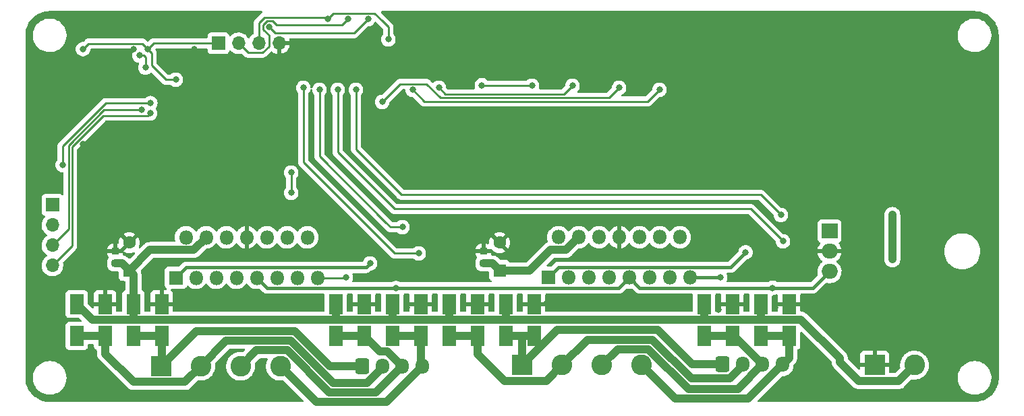
<source format=gbl>
%TF.GenerationSoftware,KiCad,Pcbnew,(6.0.0)*%
%TF.CreationDate,2022-11-20T23:13:48-05:00*%
%TF.ProjectId,i2c l298p,69326320-6c32-4393-9870-2e6b69636164,rev?*%
%TF.SameCoordinates,Original*%
%TF.FileFunction,Copper,L2,Bot*%
%TF.FilePolarity,Positive*%
%FSLAX46Y46*%
G04 Gerber Fmt 4.6, Leading zero omitted, Abs format (unit mm)*
G04 Created by KiCad (PCBNEW (6.0.0)) date 2022-11-20 23:13:48*
%MOMM*%
%LPD*%
G01*
G04 APERTURE LIST*
G04 Aperture macros list*
%AMRoundRect*
0 Rectangle with rounded corners*
0 $1 Rounding radius*
0 $2 $3 $4 $5 $6 $7 $8 $9 X,Y pos of 4 corners*
0 Add a 4 corners polygon primitive as box body*
4,1,4,$2,$3,$4,$5,$6,$7,$8,$9,$2,$3,0*
0 Add four circle primitives for the rounded corners*
1,1,$1+$1,$2,$3*
1,1,$1+$1,$4,$5*
1,1,$1+$1,$6,$7*
1,1,$1+$1,$8,$9*
0 Add four rect primitives between the rounded corners*
20,1,$1+$1,$2,$3,$4,$5,0*
20,1,$1+$1,$4,$5,$6,$7,0*
20,1,$1+$1,$6,$7,$8,$9,0*
20,1,$1+$1,$8,$9,$2,$3,0*%
G04 Aperture macros list end*
%TA.AperFunction,ComponentPad*%
%ADD10R,2.600000X2.600000*%
%TD*%
%TA.AperFunction,ComponentPad*%
%ADD11C,2.600000*%
%TD*%
%TA.AperFunction,ComponentPad*%
%ADD12RoundRect,0.250000X-0.600000X-0.725000X0.600000X-0.725000X0.600000X0.725000X-0.600000X0.725000X0*%
%TD*%
%TA.AperFunction,ComponentPad*%
%ADD13O,1.700000X1.950000*%
%TD*%
%TA.AperFunction,ComponentPad*%
%ADD14R,1.800000X1.800000*%
%TD*%
%TA.AperFunction,ComponentPad*%
%ADD15O,1.800000X1.800000*%
%TD*%
%TA.AperFunction,ComponentPad*%
%ADD16R,2.000000X1.905000*%
%TD*%
%TA.AperFunction,ComponentPad*%
%ADD17O,2.000000X1.905000*%
%TD*%
%TA.AperFunction,ComponentPad*%
%ADD18R,1.600000X1.600000*%
%TD*%
%TA.AperFunction,ComponentPad*%
%ADD19C,1.600000*%
%TD*%
%TA.AperFunction,ComponentPad*%
%ADD20R,1.700000X1.700000*%
%TD*%
%TA.AperFunction,ComponentPad*%
%ADD21O,1.700000X1.700000*%
%TD*%
%TA.AperFunction,SMDPad,CuDef*%
%ADD22RoundRect,0.225000X0.250000X-0.225000X0.250000X0.225000X-0.250000X0.225000X-0.250000X-0.225000X0*%
%TD*%
%TA.AperFunction,SMDPad,CuDef*%
%ADD23R,1.800000X2.500000*%
%TD*%
%TA.AperFunction,ViaPad*%
%ADD24C,0.800000*%
%TD*%
%TA.AperFunction,Conductor*%
%ADD25C,0.400000*%
%TD*%
%TA.AperFunction,Conductor*%
%ADD26C,0.250000*%
%TD*%
%TA.AperFunction,Conductor*%
%ADD27C,1.000000*%
%TD*%
G04 APERTURE END LIST*
D10*
%TO.P,J1,1,Pin_1*%
%TO.N,GND*%
X197946000Y-125313000D03*
D11*
%TO.P,J1,2,Pin_2*%
%TO.N,+24V*%
X202946000Y-125313000D03*
%TD*%
D10*
%TO.P,J4,1,Pin_1*%
%TO.N,Net-(D1-Pad1)*%
X153703000Y-125313000D03*
D11*
%TO.P,J4,2,Pin_2*%
%TO.N,Net-(D17-Pad1)*%
X158703000Y-125313000D03*
%TO.P,J4,3,Pin_3*%
%TO.N,Net-(D10-Pad2)*%
X163703000Y-125313000D03*
%TO.P,J4,4,Pin_4*%
%TO.N,Net-(D13-Pad1)*%
X168703000Y-125313000D03*
%TD*%
D12*
%TO.P,J5,1,Pin_1*%
%TO.N,Net-(D23-Pad1)*%
X133664000Y-125459000D03*
D13*
%TO.P,J5,2,Pin_2*%
%TO.N,Net-(D19-Pad1)*%
X136164000Y-125459000D03*
%TO.P,J5,3,Pin_3*%
%TO.N,Net-(D11-Pad1)*%
X138664000Y-125459000D03*
%TO.P,J5,4,Pin_4*%
%TO.N,Net-(D15-Pad1)*%
X141164000Y-125459000D03*
%TD*%
D14*
%TO.P,U6,1,SENSE_A*%
%TO.N,Net-(U6-Pad1)*%
X110231000Y-114317000D03*
D15*
%TO.P,U6,2,OUT1*%
%TO.N,Net-(D23-Pad1)*%
X111501000Y-109237000D03*
%TO.P,U6,3,OUT2*%
%TO.N,Net-(D19-Pad1)*%
X112771000Y-114317000D03*
%TO.P,U6,4,Vs*%
%TO.N,+24V*%
X114041000Y-109237000D03*
%TO.P,U6,5,IN1*%
%TO.N,m0 in1*%
X115311000Y-114317000D03*
%TO.P,U6,6,EnA*%
%TO.N,m0 pwm*%
X116581000Y-109237000D03*
%TO.P,U6,7,IN2*%
%TO.N,m0 in2*%
X117851000Y-114317000D03*
%TO.P,U6,8,GND*%
%TO.N,GND*%
X119121000Y-109237000D03*
%TO.P,U6,9,Vss*%
%TO.N,+5V*%
X120391000Y-114317000D03*
%TO.P,U6,10,IN3*%
%TO.N,m1 in1*%
X121661000Y-109237000D03*
%TO.P,U6,11,EnB*%
%TO.N,m1 pwm*%
X122931000Y-114317000D03*
%TO.P,U6,12,IN4*%
%TO.N,m1 in2*%
X124201000Y-109237000D03*
%TO.P,U6,13,OUT3*%
%TO.N,Net-(D11-Pad1)*%
X125471000Y-114317000D03*
%TO.P,U6,14,OUT4*%
%TO.N,Net-(D15-Pad1)*%
X126741000Y-109237000D03*
%TO.P,U6,15,SENSE_B*%
%TO.N,Net-(U6-Pad15)*%
X128011000Y-114317000D03*
%TD*%
D12*
%TO.P,J3,1,Pin_1*%
%TO.N,Net-(D1-Pad1)*%
X178876000Y-125222000D03*
D13*
%TO.P,J3,2,Pin_2*%
%TO.N,Net-(D17-Pad1)*%
X181376000Y-125222000D03*
%TO.P,J3,3,Pin_3*%
%TO.N,Net-(D10-Pad2)*%
X183876000Y-125222000D03*
%TO.P,J3,4,Pin_4*%
%TO.N,Net-(D13-Pad1)*%
X186376000Y-125222000D03*
%TD*%
D10*
%TO.P,J2,1,Pin_1*%
%TO.N,Net-(D23-Pad1)*%
X108364000Y-125440000D03*
D11*
%TO.P,J2,2,Pin_2*%
%TO.N,Net-(D19-Pad1)*%
X113364000Y-125440000D03*
%TO.P,J2,3,Pin_3*%
%TO.N,Net-(D11-Pad1)*%
X118364000Y-125440000D03*
%TO.P,J2,4,Pin_4*%
%TO.N,Net-(D15-Pad1)*%
X123364000Y-125440000D03*
%TD*%
D16*
%TO.P,U7,1,IN*%
%TO.N,+24V*%
X192278000Y-108458000D03*
D17*
%TO.P,U7,2,GND*%
%TO.N,GND*%
X192278000Y-110998000D03*
%TO.P,U7,3,OUT*%
%TO.N,+5V*%
X192278000Y-113538000D03*
%TD*%
D18*
%TO.P,C18,1*%
%TO.N,+24V*%
X104394000Y-113412651D03*
D19*
%TO.P,C18,2*%
%TO.N,GND*%
X104394000Y-109912651D03*
%TD*%
D18*
%TO.P,C16,1*%
%TO.N,+24V*%
X150876000Y-113412651D03*
D19*
%TO.P,C16,2*%
%TO.N,GND*%
X150876000Y-109912651D03*
%TD*%
D14*
%TO.P,U4,1,SENSE_A*%
%TO.N,Net-(U10-Pad3)*%
X156972000Y-114300000D03*
D15*
%TO.P,U4,2,OUT1*%
%TO.N,Net-(D1-Pad1)*%
X158242000Y-109220000D03*
%TO.P,U4,3,OUT2*%
%TO.N,Net-(D17-Pad1)*%
X159512000Y-114300000D03*
%TO.P,U4,4,Vs*%
%TO.N,+24V*%
X160782000Y-109220000D03*
%TO.P,U4,5,IN1*%
%TO.N,m2 in1*%
X162052000Y-114300000D03*
%TO.P,U4,6,EnA*%
%TO.N,m2 pwm*%
X163322000Y-109220000D03*
%TO.P,U4,7,IN2*%
%TO.N,m2 in2*%
X164592000Y-114300000D03*
%TO.P,U4,8,GND*%
%TO.N,GND*%
X165862000Y-109220000D03*
%TO.P,U4,9,Vss*%
%TO.N,+5V*%
X167132000Y-114300000D03*
%TO.P,U4,10,IN3*%
%TO.N,m3 in1*%
X168402000Y-109220000D03*
%TO.P,U4,11,EnB*%
%TO.N,m3 pwm*%
X169672000Y-114300000D03*
%TO.P,U4,12,IN4*%
%TO.N,m3 in2*%
X170942000Y-109220000D03*
%TO.P,U4,13,OUT3*%
%TO.N,Net-(D10-Pad2)*%
X172212000Y-114300000D03*
%TO.P,U4,14,OUT4*%
%TO.N,Net-(D13-Pad1)*%
X173482000Y-109220000D03*
%TO.P,U4,15,SENSE_B*%
%TO.N,Net-(U10-Pad5)*%
X174752000Y-114300000D03*
%TD*%
D20*
%TO.P,J9,1,Pin_1*%
%TO.N,/pwm0*%
X94742000Y-105156000D03*
D21*
%TO.P,J9,2,Pin_2*%
%TO.N,/pwm1*%
X94742000Y-107696000D03*
%TO.P,J9,3,Pin_3*%
%TO.N,/pwm14*%
X94742000Y-110236000D03*
%TO.P,J9,4,Pin_4*%
%TO.N,/pwm15*%
X94742000Y-112776000D03*
%TD*%
D20*
%TO.P,J6,1,Pin_1*%
%TO.N,/scl*%
X115570000Y-84836000D03*
D21*
%TO.P,J6,2,Pin_2*%
%TO.N,/sda*%
X118110000Y-84836000D03*
%TO.P,J6,3,Pin_3*%
%TO.N,VCC*%
X120650000Y-84836000D03*
%TO.P,J6,4,Pin_4*%
%TO.N,GND*%
X123190000Y-84836000D03*
%TD*%
D22*
%TO.P,C15,1*%
%TO.N,+24V*%
X102616000Y-112535000D03*
%TO.P,C15,2*%
%TO.N,GND*%
X102616000Y-110985000D03*
%TD*%
D23*
%TO.P,D8,1,A*%
%TO.N,GND*%
X101346000Y-117634000D03*
%TO.P,D8,2,K*%
%TO.N,Net-(D19-Pad1)*%
X101346000Y-121634000D03*
%TD*%
%TO.P,D12,1,A*%
%TO.N,GND*%
X133858000Y-117634000D03*
%TO.P,D12,2,K*%
%TO.N,Net-(D11-Pad1)*%
X133858000Y-121634000D03*
%TD*%
%TO.P,D4,1,A*%
%TO.N,GND*%
X108458000Y-117634000D03*
%TO.P,D4,2,K*%
%TO.N,Net-(D23-Pad1)*%
X108458000Y-121634000D03*
%TD*%
%TO.P,D9,1,A*%
%TO.N,Net-(D10-Pad2)*%
X176530000Y-121634000D03*
%TO.P,D9,2,K*%
%TO.N,+24V*%
X176530000Y-117634000D03*
%TD*%
%TO.P,D3,1,A*%
%TO.N,Net-(D23-Pad1)*%
X104902000Y-121634000D03*
%TO.P,D3,2,K*%
%TO.N,+24V*%
X104902000Y-117634000D03*
%TD*%
%TO.P,D7,1,A*%
%TO.N,Net-(D19-Pad1)*%
X97790000Y-121634000D03*
%TO.P,D7,2,K*%
%TO.N,+24V*%
X97790000Y-117634000D03*
%TD*%
D22*
%TO.P,C14,1*%
%TO.N,+24V*%
X148844000Y-112535000D03*
%TO.P,C14,2*%
%TO.N,GND*%
X148844000Y-110985000D03*
%TD*%
D23*
%TO.P,D14,1,A*%
%TO.N,GND*%
X187198000Y-117634000D03*
%TO.P,D14,2,K*%
%TO.N,Net-(D13-Pad1)*%
X187198000Y-121634000D03*
%TD*%
%TO.P,D11,1,A*%
%TO.N,Net-(D11-Pad1)*%
X130302000Y-121634000D03*
%TO.P,D11,2,K*%
%TO.N,+24V*%
X130302000Y-117634000D03*
%TD*%
%TO.P,D15,1,A*%
%TO.N,Net-(D15-Pad1)*%
X137414000Y-121634000D03*
%TO.P,D15,2,K*%
%TO.N,+24V*%
X137414000Y-117634000D03*
%TD*%
%TO.P,D10,1,A*%
%TO.N,GND*%
X180086000Y-117634000D03*
%TO.P,D10,2,K*%
%TO.N,Net-(D10-Pad2)*%
X180086000Y-121634000D03*
%TD*%
%TO.P,D16,1,A*%
%TO.N,GND*%
X140970000Y-117634000D03*
%TO.P,D16,2,K*%
%TO.N,Net-(D15-Pad1)*%
X140970000Y-121634000D03*
%TD*%
%TO.P,D6,1,A*%
%TO.N,GND*%
X148082000Y-117634000D03*
%TO.P,D6,2,K*%
%TO.N,Net-(D17-Pad1)*%
X148082000Y-121634000D03*
%TD*%
%TO.P,D13,1,A*%
%TO.N,Net-(D13-Pad1)*%
X183642000Y-121634000D03*
%TO.P,D13,2,K*%
%TO.N,+24V*%
X183642000Y-117634000D03*
%TD*%
%TO.P,D5,1,A*%
%TO.N,Net-(D17-Pad1)*%
X144526000Y-121634000D03*
%TO.P,D5,2,K*%
%TO.N,+24V*%
X144526000Y-117634000D03*
%TD*%
%TO.P,D1,1,A*%
%TO.N,Net-(D1-Pad1)*%
X151638000Y-121634000D03*
%TO.P,D1,2,K*%
%TO.N,+24V*%
X151638000Y-117634000D03*
%TD*%
%TO.P,D2,1,A*%
%TO.N,GND*%
X155194000Y-117634000D03*
%TO.P,D2,2,K*%
%TO.N,Net-(D1-Pad1)*%
X155194000Y-121634000D03*
%TD*%
D24*
%TO.N,GND*%
X132080000Y-117602000D03*
X112522000Y-85598000D03*
X98552000Y-100076000D03*
X146304000Y-117602000D03*
X187198000Y-101600000D03*
X145288000Y-101092000D03*
X182118000Y-101854000D03*
X101600000Y-82804000D03*
X99314000Y-92710000D03*
X171450000Y-101600000D03*
X185420000Y-118110000D03*
X99314000Y-91186000D03*
X99314000Y-87122000D03*
X178308000Y-118364000D03*
X176530000Y-101600000D03*
X115062000Y-117348000D03*
X156718000Y-117602000D03*
X98552000Y-97536000D03*
X104902000Y-85598000D03*
X161290000Y-101854000D03*
X197358000Y-101600000D03*
X112014000Y-89154000D03*
X139192000Y-118110000D03*
X192278000Y-101600000D03*
X150622000Y-101600000D03*
X169672000Y-117602000D03*
X166624000Y-101600000D03*
X155448000Y-101092000D03*
X105410000Y-91186000D03*
X109728000Y-82550000D03*
X123444000Y-117348000D03*
X162306000Y-117602000D03*
%TO.N,+5V*%
X137875489Y-115616511D03*
X200152000Y-106426000D03*
X185136489Y-115599511D03*
X200152000Y-112014000D03*
%TO.N,VCC*%
X136906000Y-84328000D03*
X105664000Y-86360000D03*
X106426000Y-87884000D03*
X129286000Y-81788000D03*
%TO.N,+24V*%
X150926489Y-119583511D03*
%TO.N,/scl*%
X98584000Y-85566000D03*
X134366000Y-81788000D03*
X106712000Y-85566000D03*
X110236000Y-89408000D03*
X121920000Y-82804000D03*
%TO.N,/sda*%
X131826000Y-81788000D03*
%TO.N,Net-(JP6-Pad2)*%
X107035000Y-92355000D03*
X96012000Y-100139000D03*
%TO.N,Net-(R6-Pad1)*%
X124714000Y-103632000D03*
X124714000Y-101092000D03*
%TO.N,Net-(R8-Pad1)*%
X148645480Y-90114520D03*
X154940000Y-90170000D03*
%TO.N,Net-(R10-Pad1)*%
X160020000Y-90170000D03*
X143256000Y-90424000D03*
%TO.N,Net-(R12-Pad1)*%
X136144000Y-92202000D03*
X165862000Y-90424000D03*
%TO.N,/pwm14*%
X105918000Y-93218000D03*
%TO.N,/pwm15*%
X107005000Y-93655000D03*
%TO.N,sense 0*%
X138684000Y-107950000D03*
X128270000Y-90678000D03*
%TO.N,sense 1*%
X126238000Y-90424000D03*
X140716000Y-111252000D03*
%TO.N,sense 2*%
X186182000Y-106426000D03*
X132842000Y-90678000D03*
%TO.N,sense 3*%
X130556000Y-90678000D03*
X186436000Y-109728000D03*
%TO.N,Net-(U10-Pad3)*%
X181737000Y-111125000D03*
%TO.N,Net-(U10-Pad5)*%
X178562000Y-114300000D03*
%TO.N,Net-(U6-Pad1)*%
X134620000Y-112522000D03*
%TO.N,Net-(U6-Pad15)*%
X131572000Y-114300000D03*
%TO.N,Net-(R11-Pad1)*%
X139954000Y-90678000D03*
X170942000Y-90678000D03*
%TD*%
D25*
%TO.N,+5V*%
X174722489Y-115599511D02*
X172690489Y-115599511D01*
X168431511Y-115599511D02*
X167132000Y-114300000D01*
X165815489Y-115616511D02*
X167132000Y-114300000D01*
X121690511Y-115616511D02*
X137875489Y-115616511D01*
X190216489Y-115599511D02*
X192278000Y-113538000D01*
D26*
X174722489Y-115599511D02*
X185136489Y-115599511D01*
D25*
X172690489Y-115599511D02*
X190216489Y-115599511D01*
D27*
X200152000Y-112014000D02*
X200152000Y-106426000D01*
D25*
X172690489Y-115599511D02*
X168431511Y-115599511D01*
X137875489Y-115616511D02*
X165815489Y-115616511D01*
X120391000Y-114317000D02*
X121690511Y-115616511D01*
D27*
%TO.N,Net-(D23-Pad1)*%
X108458000Y-125346000D02*
X108364000Y-125440000D01*
X108458000Y-121634000D02*
X108458000Y-125346000D01*
X112762551Y-121041449D02*
X108364000Y-125440000D01*
X129603492Y-125459000D02*
X125185941Y-121041449D01*
X133664000Y-125459000D02*
X129603492Y-125459000D01*
X125185941Y-121041449D02*
X112762551Y-121041449D01*
X104902000Y-121634000D02*
X108458000Y-121634000D01*
%TO.N,Net-(D19-Pad1)*%
X111364489Y-127439511D02*
X113364000Y-125440000D01*
X130018720Y-127570605D02*
X134220219Y-127570605D01*
X101346000Y-121634000D02*
X101346000Y-123884000D01*
X136164000Y-125626824D02*
X136164000Y-125459000D01*
X134220219Y-127570605D02*
X136164000Y-125626824D01*
X124689083Y-122240969D02*
X130018720Y-127570605D01*
X116563031Y-122240969D02*
X113364000Y-125440000D01*
X97790000Y-121634000D02*
X101346000Y-121634000D01*
X124689083Y-122240969D02*
X116563031Y-122240969D01*
X101346000Y-123884000D02*
X104901511Y-127439511D01*
X104901511Y-127439511D02*
X111364489Y-127439511D01*
%TO.N,Net-(D11-Pad1)*%
X135807511Y-123583511D02*
X136788511Y-123583511D01*
X135352875Y-128770125D02*
X138664000Y-125459000D01*
X133858000Y-121634000D02*
X135807511Y-123583511D01*
X124192226Y-123440489D02*
X129521862Y-128770125D01*
X130302000Y-121634000D02*
X133858000Y-121634000D01*
X124192226Y-123440489D02*
X120363511Y-123440489D01*
X136788511Y-123583511D02*
X138664000Y-125459000D01*
X120363511Y-123440489D02*
X118364000Y-125440000D01*
X129521862Y-128770125D02*
X135352875Y-128770125D01*
D26*
%TO.N,VCC*%
X121391009Y-81554991D02*
X120904000Y-82042000D01*
X136906000Y-82795386D02*
X136148307Y-82037693D01*
X130010511Y-81063489D02*
X129286000Y-81788000D01*
X105664000Y-86360000D02*
X106172000Y-86360000D01*
X106426000Y-86614000D02*
X106426000Y-87884000D01*
X136906000Y-84328000D02*
X136906000Y-82795386D01*
X120904000Y-82042000D02*
X120650000Y-82296000D01*
X106172000Y-86360000D02*
X106426000Y-86614000D01*
X129052991Y-81554991D02*
X121391009Y-81554991D01*
X135174103Y-81063489D02*
X130010511Y-81063489D01*
X120650000Y-82296000D02*
X120650000Y-84836000D01*
X129286000Y-81788000D02*
X129052991Y-81554991D01*
X136148307Y-82037693D02*
X135174103Y-81063489D01*
D27*
%TO.N,+24V*%
X104902000Y-117634000D02*
X104902000Y-113920651D01*
X144526000Y-117634000D02*
X144526000Y-119380000D01*
X103516349Y-112535000D02*
X104394000Y-113412651D01*
X183642000Y-117634000D02*
X183642000Y-119533022D01*
X133146489Y-119583511D02*
X137617511Y-119583511D01*
X159182489Y-110819511D02*
X160782000Y-109220000D01*
X155372489Y-112700489D02*
X157253467Y-110819511D01*
X150926489Y-119583511D02*
X151841511Y-119583511D01*
X112441489Y-110836511D02*
X106970140Y-110836511D01*
X188696533Y-119583511D02*
X193560511Y-124447489D01*
X195946489Y-127312511D02*
X200946489Y-127312511D01*
X183642000Y-119533022D02*
X183692489Y-119583511D01*
X104902000Y-113920651D02*
X104394000Y-113412651D01*
X97790000Y-117634000D02*
X99739511Y-119583511D01*
X106970140Y-110836511D02*
X104394000Y-113412651D01*
X100533511Y-119583511D02*
X104952489Y-119583511D01*
X130302000Y-119380000D02*
X130505511Y-119583511D01*
X130505511Y-119583511D02*
X133146489Y-119583511D01*
X104952489Y-119583511D02*
X130505511Y-119583511D01*
X144729511Y-119583511D02*
X149688489Y-119583511D01*
X151638000Y-117634000D02*
X151638000Y-119380000D01*
X137414000Y-119380000D02*
X137617511Y-119583511D01*
X99739511Y-119583511D02*
X100533511Y-119583511D01*
X176733511Y-119583511D02*
X180289511Y-119583511D01*
X176530000Y-117634000D02*
X176530000Y-119380000D01*
X176530000Y-119380000D02*
X176733511Y-119583511D01*
X183692489Y-119583511D02*
X188696533Y-119583511D01*
X200946489Y-127312511D02*
X202946000Y-125313000D01*
X144526000Y-119380000D02*
X144729511Y-119583511D01*
X193560511Y-124447489D02*
X193560511Y-124926533D01*
X137414000Y-117634000D02*
X137414000Y-119380000D01*
X137617511Y-119583511D02*
X144729511Y-119583511D01*
X157253467Y-110819511D02*
X159182489Y-110819511D01*
X151638000Y-119380000D02*
X151841511Y-119583511D01*
X104902000Y-119533022D02*
X104952489Y-119583511D01*
X180289511Y-119583511D02*
X183692489Y-119583511D01*
X150876000Y-113412651D02*
X154660327Y-113412651D01*
X102616000Y-112535000D02*
X103516349Y-112535000D01*
X154660327Y-113412651D02*
X155372489Y-112700489D01*
X193560511Y-124926533D02*
X195946489Y-127312511D01*
X149998349Y-112535000D02*
X150876000Y-113412651D01*
X130302000Y-117634000D02*
X130302000Y-119380000D01*
X104902000Y-117634000D02*
X104902000Y-119533022D01*
X149688489Y-119583511D02*
X150926489Y-119583511D01*
X114041000Y-109237000D02*
X112441489Y-110836511D01*
X148844000Y-112535000D02*
X149998349Y-112535000D01*
X151841511Y-119583511D02*
X176733511Y-119583511D01*
D26*
%TO.N,/scl*%
X132588000Y-83566000D02*
X134366000Y-81788000D01*
X106712000Y-85566000D02*
X107442000Y-84836000D01*
X110236000Y-89408000D02*
X108966000Y-89408000D01*
X122682000Y-83566000D02*
X132588000Y-83566000D01*
X108966000Y-89408000D02*
X107188000Y-87630000D01*
X107442000Y-84836000D02*
X115570000Y-84836000D01*
X106712000Y-85566000D02*
X106019489Y-84873489D01*
X107188000Y-87630000D02*
X107188000Y-86042000D01*
X107188000Y-86042000D02*
X106712000Y-85566000D01*
X121920000Y-82804000D02*
X122682000Y-83566000D01*
X106019489Y-84873489D02*
X99276511Y-84873489D01*
X99276511Y-84873489D02*
X98584000Y-85566000D01*
%TO.N,/sda*%
X121195489Y-83104103D02*
X121920000Y-83828614D01*
X121136499Y-86010511D02*
X119284511Y-86010511D01*
X122877520Y-82550000D02*
X122332031Y-82004511D01*
X119284511Y-86010511D02*
X118110000Y-84836000D01*
X121920000Y-83828614D02*
X121920000Y-85227010D01*
X131826000Y-81788000D02*
X131064000Y-82550000D01*
X121195489Y-82503897D02*
X121195489Y-83104103D01*
X121920000Y-85227010D02*
X121136499Y-86010511D01*
X122332031Y-82004511D02*
X121694875Y-82004511D01*
X121694875Y-82004511D02*
X121195489Y-82503897D01*
X131064000Y-82550000D02*
X122877520Y-82550000D01*
%TO.N,Net-(JP6-Pad2)*%
X107035000Y-92355000D02*
X101436951Y-92355000D01*
X96012000Y-97779951D02*
X96012000Y-100139000D01*
X101436951Y-92355000D02*
X96012000Y-97779951D01*
%TO.N,Net-(R6-Pad1)*%
X124714000Y-103632000D02*
X124714000Y-101092000D01*
%TO.N,Net-(R8-Pad1)*%
X154940000Y-90170000D02*
X148700960Y-90170000D01*
X148700960Y-90170000D02*
X148645480Y-90114520D01*
%TO.N,Net-(R10-Pad1)*%
X158945520Y-91244480D02*
X160020000Y-90170000D01*
X143256000Y-90424000D02*
X144076480Y-91244480D01*
X144076480Y-91244480D02*
X158945520Y-91244480D01*
%TO.N,Net-(R12-Pad1)*%
X141711009Y-89953489D02*
X143451520Y-91694000D01*
X136144000Y-92202000D02*
X138392511Y-89953489D01*
X164592000Y-91694000D02*
X165862000Y-90424000D01*
X138392511Y-89953489D02*
X141711009Y-89953489D01*
X143451520Y-91694000D02*
X164592000Y-91694000D01*
D27*
%TO.N,Net-(D15-Pad1)*%
X123364000Y-125440000D02*
X127893645Y-129969645D01*
X140970000Y-125265000D02*
X141164000Y-125459000D01*
X137414000Y-121634000D02*
X140970000Y-121634000D01*
X140970000Y-121634000D02*
X140970000Y-125265000D01*
X127893645Y-129969645D02*
X136653355Y-129969645D01*
X136653355Y-129969645D02*
X141164000Y-125459000D01*
%TO.N,Net-(D1-Pad1)*%
X170698449Y-120914449D02*
X158101551Y-120914449D01*
X178876000Y-125222000D02*
X175006000Y-125222000D01*
X153703000Y-125313000D02*
X153703000Y-121889000D01*
X151638000Y-121634000D02*
X153448000Y-121634000D01*
X175006000Y-125222000D02*
X170698449Y-120914449D01*
X158101551Y-120914449D02*
X153703000Y-125313000D01*
X153448000Y-121634000D02*
X155194000Y-121634000D01*
X153703000Y-121889000D02*
X153448000Y-121634000D01*
%TO.N,Net-(D17-Pad1)*%
X151510511Y-127312511D02*
X156703489Y-127312511D01*
X174924378Y-127000000D02*
X170038347Y-122113969D01*
X161902031Y-122113969D02*
X158703000Y-125313000D01*
X148082000Y-123884000D02*
X151510511Y-127312511D01*
X179765824Y-127000000D02*
X174924378Y-127000000D01*
X156703489Y-127312511D02*
X158703000Y-125313000D01*
X181376000Y-125389824D02*
X179765824Y-127000000D01*
X148082000Y-121634000D02*
X148082000Y-123884000D01*
X144526000Y-121634000D02*
X148082000Y-121634000D01*
X181376000Y-125222000D02*
X181376000Y-125389824D01*
X170038347Y-122113969D02*
X161902031Y-122113969D01*
D26*
%TO.N,/pwm14*%
X101209668Y-93218000D02*
X96774000Y-97653668D01*
X96774000Y-108204000D02*
X94742000Y-110236000D01*
X96774000Y-97653668D02*
X96774000Y-108204000D01*
X105918000Y-93218000D02*
X101209668Y-93218000D01*
D27*
%TO.N,Net-(D10-Pad2)*%
X163703000Y-125313000D02*
X165702511Y-123313489D01*
X169541489Y-123313489D02*
X174568480Y-128340480D01*
X180288000Y-121634000D02*
X183876000Y-125222000D01*
X176530000Y-121634000D02*
X180086000Y-121634000D01*
X180757520Y-128340480D02*
X183876000Y-125222000D01*
X174568480Y-128340480D02*
X180757520Y-128340480D01*
X165702511Y-123313489D02*
X169541489Y-123313489D01*
D26*
%TO.N,/pwm15*%
X97223520Y-110294480D02*
X97223520Y-97839866D01*
X97223520Y-97839866D02*
X101120875Y-93942511D01*
X101120875Y-93942511D02*
X106717489Y-93942511D01*
X106717489Y-93942511D02*
X107005000Y-93655000D01*
X94742000Y-112776000D02*
X97223520Y-110294480D01*
D27*
%TO.N,Net-(D13-Pad1)*%
X182058000Y-129540000D02*
X186376000Y-125222000D01*
X187198000Y-124400000D02*
X186376000Y-125222000D01*
X183642000Y-121634000D02*
X187198000Y-121634000D01*
X172930000Y-129540000D02*
X182058000Y-129540000D01*
X168703000Y-125313000D02*
X172930000Y-129540000D01*
X187198000Y-124400000D02*
X187198000Y-121634000D01*
D26*
%TO.N,sense 0*%
X136525000Y-107315000D02*
X137160000Y-107950000D01*
X128270000Y-99060000D02*
X128270000Y-91440000D01*
X128270000Y-91440000D02*
X128270000Y-91186000D01*
X137160000Y-107950000D02*
X138684000Y-107950000D01*
X128270000Y-91440000D02*
X128270000Y-90678000D01*
X136525000Y-107315000D02*
X128270000Y-99060000D01*
%TO.N,sense 1*%
X140716000Y-111252000D02*
X137668000Y-111252000D01*
X137668000Y-111252000D02*
X126238000Y-99822000D01*
X126238000Y-99822000D02*
X126238000Y-90424000D01*
%TO.N,sense 2*%
X132842000Y-90678000D02*
X132842000Y-98170282D01*
X183642000Y-103886000D02*
X186182000Y-106426000D01*
X138557718Y-103886000D02*
X183642000Y-103886000D01*
X132842000Y-98170282D02*
X138557718Y-103886000D01*
%TO.N,sense 3*%
X182372000Y-105664000D02*
X186436000Y-109728000D01*
X130556000Y-90678000D02*
X130556000Y-98552000D01*
X137668000Y-105664000D02*
X182372000Y-105664000D01*
X130556000Y-98552000D02*
X137668000Y-105664000D01*
D25*
%TO.N,Net-(U10-Pad3)*%
X179861511Y-113000489D02*
X158271511Y-113000489D01*
X158271511Y-113000489D02*
X156972000Y-114300000D01*
X181737000Y-111125000D02*
X179861511Y-113000489D01*
%TO.N,Net-(U10-Pad5)*%
X178562000Y-114300000D02*
X174752000Y-114300000D01*
%TO.N,Net-(U6-Pad1)*%
X134124511Y-113017489D02*
X134620000Y-112522000D01*
X111530511Y-113017489D02*
X134124511Y-113017489D01*
X110231000Y-114317000D02*
X111530511Y-113017489D01*
D26*
%TO.N,Net-(U6-Pad15)*%
X131572000Y-114300000D02*
X131555000Y-114317000D01*
X131555000Y-114317000D02*
X128011000Y-114317000D01*
%TO.N,Net-(R11-Pad1)*%
X169476480Y-92143520D02*
X170942000Y-90678000D01*
X139954000Y-90678000D02*
X141419520Y-92143520D01*
X141419520Y-92143520D02*
X169476480Y-92143520D01*
%TD*%
%TA.AperFunction,Conductor*%
%TO.N,GND*%
G36*
X121051992Y-80806002D02*
G01*
X121098485Y-80859658D01*
X121108589Y-80929932D01*
X121079095Y-80994512D01*
X121057932Y-81013936D01*
X121047623Y-81021426D01*
X121037702Y-81027943D01*
X121006474Y-81046411D01*
X121006471Y-81046413D01*
X120999647Y-81050449D01*
X120985326Y-81064770D01*
X120970293Y-81077610D01*
X120953902Y-81089519D01*
X120927525Y-81121404D01*
X120925721Y-81123584D01*
X120917731Y-81132365D01*
X120512637Y-81537458D01*
X120257741Y-81792354D01*
X120249460Y-81799889D01*
X120242982Y-81804000D01*
X120237557Y-81809777D01*
X120196357Y-81853651D01*
X120193602Y-81856493D01*
X120173865Y-81876230D01*
X120171385Y-81879427D01*
X120163682Y-81888447D01*
X120133414Y-81920679D01*
X120129595Y-81927625D01*
X120129593Y-81927628D01*
X120123652Y-81938434D01*
X120112801Y-81954953D01*
X120100386Y-81970959D01*
X120097241Y-81978228D01*
X120097238Y-81978232D01*
X120082826Y-82011537D01*
X120077609Y-82022187D01*
X120056305Y-82060940D01*
X120054334Y-82068615D01*
X120054334Y-82068616D01*
X120051267Y-82080562D01*
X120044863Y-82099266D01*
X120036819Y-82117855D01*
X120035580Y-82125678D01*
X120035577Y-82125688D01*
X120029901Y-82161524D01*
X120027495Y-82173144D01*
X120016500Y-82215970D01*
X120016500Y-82236224D01*
X120014949Y-82255934D01*
X120011780Y-82275943D01*
X120015872Y-82319226D01*
X120015941Y-82319961D01*
X120016500Y-82331819D01*
X120016500Y-83557692D01*
X119996498Y-83625813D01*
X119948683Y-83669453D01*
X119923607Y-83682507D01*
X119919474Y-83685610D01*
X119919471Y-83685612D01*
X119752835Y-83810726D01*
X119744965Y-83816635D01*
X119741393Y-83820373D01*
X119601557Y-83966703D01*
X119590629Y-83978138D01*
X119483201Y-84135621D01*
X119428293Y-84180621D01*
X119357768Y-84188792D01*
X119294021Y-84157538D01*
X119273324Y-84133054D01*
X119192822Y-84008617D01*
X119192820Y-84008614D01*
X119190014Y-84004277D01*
X119039670Y-83839051D01*
X119035619Y-83835852D01*
X119035615Y-83835848D01*
X118868414Y-83703800D01*
X118868410Y-83703798D01*
X118864359Y-83700598D01*
X118825626Y-83679216D01*
X118743988Y-83634150D01*
X118668789Y-83592638D01*
X118663920Y-83590914D01*
X118663916Y-83590912D01*
X118463087Y-83519795D01*
X118463083Y-83519794D01*
X118458212Y-83518069D01*
X118453119Y-83517162D01*
X118453116Y-83517161D01*
X118243373Y-83479800D01*
X118243367Y-83479799D01*
X118238284Y-83478894D01*
X118164452Y-83477992D01*
X118020081Y-83476228D01*
X118020079Y-83476228D01*
X118014911Y-83476165D01*
X117794091Y-83509955D01*
X117581756Y-83579357D01*
X117383607Y-83682507D01*
X117379474Y-83685610D01*
X117379471Y-83685612D01*
X117212835Y-83810726D01*
X117204965Y-83816635D01*
X117148537Y-83875684D01*
X117124283Y-83901064D01*
X117062759Y-83936494D01*
X116991846Y-83933037D01*
X116934060Y-83891791D01*
X116915207Y-83858243D01*
X116873767Y-83747703D01*
X116870615Y-83739295D01*
X116783261Y-83622739D01*
X116666705Y-83535385D01*
X116530316Y-83484255D01*
X116468134Y-83477500D01*
X114671866Y-83477500D01*
X114609684Y-83484255D01*
X114473295Y-83535385D01*
X114356739Y-83622739D01*
X114269385Y-83739295D01*
X114218255Y-83875684D01*
X114211500Y-83937866D01*
X114211500Y-84076500D01*
X114191498Y-84144621D01*
X114137842Y-84191114D01*
X114085500Y-84202500D01*
X107520767Y-84202500D01*
X107509584Y-84201973D01*
X107502091Y-84200298D01*
X107494165Y-84200547D01*
X107494164Y-84200547D01*
X107434001Y-84202438D01*
X107430043Y-84202500D01*
X107402144Y-84202500D01*
X107398154Y-84203004D01*
X107386320Y-84203936D01*
X107342111Y-84205326D01*
X107334497Y-84207538D01*
X107334492Y-84207539D01*
X107322659Y-84210977D01*
X107303296Y-84214988D01*
X107283203Y-84217526D01*
X107275836Y-84220443D01*
X107275831Y-84220444D01*
X107242092Y-84233802D01*
X107230865Y-84237646D01*
X107224725Y-84239430D01*
X107188407Y-84249982D01*
X107181581Y-84254019D01*
X107170972Y-84260293D01*
X107153224Y-84268988D01*
X107134383Y-84276448D01*
X107127967Y-84281110D01*
X107127966Y-84281110D01*
X107098613Y-84302436D01*
X107088693Y-84308952D01*
X107057465Y-84327420D01*
X107057462Y-84327422D01*
X107050638Y-84331458D01*
X107036317Y-84345779D01*
X107021284Y-84358619D01*
X107004893Y-84370528D01*
X106999840Y-84376636D01*
X106976708Y-84404598D01*
X106968729Y-84413367D01*
X106801093Y-84581003D01*
X106738785Y-84615026D01*
X106667969Y-84609962D01*
X106622906Y-84581001D01*
X106523141Y-84481236D01*
X106515601Y-84472950D01*
X106511489Y-84466471D01*
X106461837Y-84419845D01*
X106458996Y-84417091D01*
X106439259Y-84397354D01*
X106436062Y-84394874D01*
X106427040Y-84387169D01*
X106422889Y-84383271D01*
X106394810Y-84356903D01*
X106387864Y-84353084D01*
X106387861Y-84353082D01*
X106377055Y-84347141D01*
X106360536Y-84336290D01*
X106354306Y-84331458D01*
X106344530Y-84323875D01*
X106337261Y-84320730D01*
X106337257Y-84320727D01*
X106303952Y-84306315D01*
X106293302Y-84301098D01*
X106254549Y-84279794D01*
X106234926Y-84274756D01*
X106216223Y-84268352D01*
X106204909Y-84263456D01*
X106204908Y-84263456D01*
X106197634Y-84260308D01*
X106189811Y-84259069D01*
X106189801Y-84259066D01*
X106153965Y-84253390D01*
X106142345Y-84250984D01*
X106107200Y-84241961D01*
X106107199Y-84241961D01*
X106099519Y-84239989D01*
X106079265Y-84239989D01*
X106059554Y-84238438D01*
X106057023Y-84238037D01*
X106039546Y-84235269D01*
X106031654Y-84236015D01*
X105995528Y-84239430D01*
X105983670Y-84239989D01*
X99355274Y-84239989D01*
X99344090Y-84239462D01*
X99336602Y-84237788D01*
X99328679Y-84238037D01*
X99268544Y-84239927D01*
X99264586Y-84239989D01*
X99236655Y-84239989D01*
X99232740Y-84240484D01*
X99232736Y-84240484D01*
X99232678Y-84240492D01*
X99232649Y-84240495D01*
X99220807Y-84241428D01*
X99176621Y-84242816D01*
X99159568Y-84247770D01*
X99157169Y-84248467D01*
X99137817Y-84252475D01*
X99125579Y-84254021D01*
X99125577Y-84254022D01*
X99117714Y-84255015D01*
X99076597Y-84271295D01*
X99065396Y-84275130D01*
X99022917Y-84287471D01*
X99016098Y-84291504D01*
X99016093Y-84291506D01*
X99005482Y-84297782D01*
X98987732Y-84306479D01*
X98968894Y-84313937D01*
X98962478Y-84318598D01*
X98962477Y-84318599D01*
X98933136Y-84339917D01*
X98923212Y-84346436D01*
X98891971Y-84364911D01*
X98891966Y-84364915D01*
X98885148Y-84368947D01*
X98870824Y-84383271D01*
X98855792Y-84396110D01*
X98839404Y-84408017D01*
X98811223Y-84442082D01*
X98803233Y-84450862D01*
X98633500Y-84620595D01*
X98571188Y-84654621D01*
X98544405Y-84657500D01*
X98488513Y-84657500D01*
X98482061Y-84658872D01*
X98482056Y-84658872D01*
X98395112Y-84677353D01*
X98301712Y-84697206D01*
X98295682Y-84699891D01*
X98295681Y-84699891D01*
X98133278Y-84772197D01*
X98133276Y-84772198D01*
X98127248Y-84774882D01*
X98121907Y-84778762D01*
X98121906Y-84778763D01*
X98074588Y-84813142D01*
X97972747Y-84887134D01*
X97844960Y-85029056D01*
X97749473Y-85194444D01*
X97690458Y-85376072D01*
X97689768Y-85382633D01*
X97689768Y-85382635D01*
X97674964Y-85523493D01*
X97670496Y-85566000D01*
X97671186Y-85572565D01*
X97688969Y-85741758D01*
X97690458Y-85755928D01*
X97749473Y-85937556D01*
X97844960Y-86102944D01*
X97849378Y-86107851D01*
X97849379Y-86107852D01*
X97923127Y-86189757D01*
X97972747Y-86244866D01*
X98127248Y-86357118D01*
X98133276Y-86359802D01*
X98133278Y-86359803D01*
X98295681Y-86432109D01*
X98301712Y-86434794D01*
X98395112Y-86454647D01*
X98482056Y-86473128D01*
X98482061Y-86473128D01*
X98488513Y-86474500D01*
X98679487Y-86474500D01*
X98685939Y-86473128D01*
X98685944Y-86473128D01*
X98772888Y-86454647D01*
X98866288Y-86434794D01*
X98872319Y-86432109D01*
X99034722Y-86359803D01*
X99034724Y-86359802D01*
X99040752Y-86357118D01*
X99195253Y-86244866D01*
X99244873Y-86189757D01*
X99318621Y-86107852D01*
X99318622Y-86107851D01*
X99323040Y-86102944D01*
X99418527Y-85937556D01*
X99477542Y-85755928D01*
X99479807Y-85734383D01*
X99484071Y-85693810D01*
X99491848Y-85619817D01*
X99518860Y-85554162D01*
X99577081Y-85513532D01*
X99617157Y-85506989D01*
X104926548Y-85506989D01*
X104994669Y-85526991D01*
X105041162Y-85580647D01*
X105051266Y-85650921D01*
X105020184Y-85717299D01*
X104962302Y-85781584D01*
X104924960Y-85823056D01*
X104891240Y-85881461D01*
X104848880Y-85954831D01*
X104829473Y-85988444D01*
X104770458Y-86170072D01*
X104769768Y-86176633D01*
X104769768Y-86176635D01*
X104763113Y-86239955D01*
X104750496Y-86360000D01*
X104751186Y-86366565D01*
X104766793Y-86515053D01*
X104770458Y-86549928D01*
X104829473Y-86731556D01*
X104924960Y-86896944D01*
X105052747Y-87038866D01*
X105207248Y-87151118D01*
X105213276Y-87153802D01*
X105213278Y-87153803D01*
X105375681Y-87226109D01*
X105381712Y-87228794D01*
X105544778Y-87263455D01*
X105607249Y-87297182D01*
X105641571Y-87359332D01*
X105636843Y-87430171D01*
X105627699Y-87449699D01*
X105591473Y-87512444D01*
X105532458Y-87694072D01*
X105512496Y-87884000D01*
X105532458Y-88073928D01*
X105591473Y-88255556D01*
X105686960Y-88420944D01*
X105814747Y-88562866D01*
X105969248Y-88675118D01*
X105975276Y-88677802D01*
X105975278Y-88677803D01*
X106109574Y-88737595D01*
X106143712Y-88752794D01*
X106237112Y-88772647D01*
X106324056Y-88791128D01*
X106324061Y-88791128D01*
X106330513Y-88792500D01*
X106521487Y-88792500D01*
X106527939Y-88791128D01*
X106527944Y-88791128D01*
X106614888Y-88772647D01*
X106708288Y-88752794D01*
X106742426Y-88737595D01*
X106876722Y-88677803D01*
X106876724Y-88677802D01*
X106882752Y-88675118D01*
X107037253Y-88562866D01*
X107041668Y-88557963D01*
X107046580Y-88553540D01*
X107048614Y-88555799D01*
X107097895Y-88525496D01*
X107168878Y-88526909D01*
X107220076Y-88557980D01*
X108462343Y-89800247D01*
X108469887Y-89808537D01*
X108474000Y-89815018D01*
X108479777Y-89820443D01*
X108523667Y-89861658D01*
X108526509Y-89864413D01*
X108546231Y-89884135D01*
X108549373Y-89886572D01*
X108549433Y-89886619D01*
X108558445Y-89894317D01*
X108584000Y-89918314D01*
X108590679Y-89924586D01*
X108597622Y-89928403D01*
X108608431Y-89934345D01*
X108624953Y-89945198D01*
X108640959Y-89957614D01*
X108648237Y-89960764D01*
X108648238Y-89960764D01*
X108681537Y-89975174D01*
X108692187Y-89980391D01*
X108730940Y-90001695D01*
X108738615Y-90003666D01*
X108738616Y-90003666D01*
X108750562Y-90006733D01*
X108769267Y-90013137D01*
X108787855Y-90021181D01*
X108795678Y-90022420D01*
X108795688Y-90022423D01*
X108831524Y-90028099D01*
X108843144Y-90030505D01*
X108878289Y-90039528D01*
X108885970Y-90041500D01*
X108906224Y-90041500D01*
X108925934Y-90043051D01*
X108945943Y-90046220D01*
X108953835Y-90045474D01*
X108989961Y-90042059D01*
X109001819Y-90041500D01*
X109527800Y-90041500D01*
X109595921Y-90061502D01*
X109615147Y-90077843D01*
X109615420Y-90077540D01*
X109620332Y-90081963D01*
X109624747Y-90086866D01*
X109646329Y-90102546D01*
X109748207Y-90176565D01*
X109779248Y-90199118D01*
X109785276Y-90201802D01*
X109785278Y-90201803D01*
X109872497Y-90240635D01*
X109953712Y-90276794D01*
X110047112Y-90296647D01*
X110134056Y-90315128D01*
X110134061Y-90315128D01*
X110140513Y-90316500D01*
X110331487Y-90316500D01*
X110337939Y-90315128D01*
X110337944Y-90315128D01*
X110424888Y-90296647D01*
X110518288Y-90276794D01*
X110599503Y-90240635D01*
X110686722Y-90201803D01*
X110686724Y-90201802D01*
X110692752Y-90199118D01*
X110723794Y-90176565D01*
X110779422Y-90136148D01*
X110847253Y-90086866D01*
X110883851Y-90046220D01*
X110970621Y-89949852D01*
X110970622Y-89949851D01*
X110975040Y-89944944D01*
X111050053Y-89815018D01*
X111067223Y-89785279D01*
X111067224Y-89785278D01*
X111070527Y-89779556D01*
X111129542Y-89597928D01*
X111133399Y-89561236D01*
X111148814Y-89414565D01*
X111149504Y-89408000D01*
X111147719Y-89391020D01*
X111130232Y-89224635D01*
X111130232Y-89224633D01*
X111129542Y-89218072D01*
X111070527Y-89036444D01*
X110975040Y-88871056D01*
X110847253Y-88729134D01*
X110692752Y-88616882D01*
X110686724Y-88614198D01*
X110686722Y-88614197D01*
X110524319Y-88541891D01*
X110524318Y-88541891D01*
X110518288Y-88539206D01*
X110424887Y-88519353D01*
X110337944Y-88500872D01*
X110337939Y-88500872D01*
X110331487Y-88499500D01*
X110140513Y-88499500D01*
X110134061Y-88500872D01*
X110134056Y-88500872D01*
X110047113Y-88519353D01*
X109953712Y-88539206D01*
X109947682Y-88541891D01*
X109947681Y-88541891D01*
X109785278Y-88614197D01*
X109785276Y-88614198D01*
X109779248Y-88616882D01*
X109624747Y-88729134D01*
X109620332Y-88734037D01*
X109615420Y-88738460D01*
X109614295Y-88737211D01*
X109560986Y-88770051D01*
X109527800Y-88774500D01*
X109280594Y-88774500D01*
X109212473Y-88754498D01*
X109191499Y-88737595D01*
X107858405Y-87404500D01*
X107824379Y-87342188D01*
X107821500Y-87315405D01*
X107821500Y-86120768D01*
X107822027Y-86109585D01*
X107823702Y-86102092D01*
X107821562Y-86034001D01*
X107821500Y-86030044D01*
X107821500Y-86002144D01*
X107820996Y-85998153D01*
X107820063Y-85986311D01*
X107819951Y-85982721D01*
X107818674Y-85942111D01*
X107816461Y-85934493D01*
X107813021Y-85922652D01*
X107809012Y-85903293D01*
X107808846Y-85901983D01*
X107806474Y-85883203D01*
X107803558Y-85875837D01*
X107803556Y-85875831D01*
X107790200Y-85842098D01*
X107786355Y-85830868D01*
X107776230Y-85796017D01*
X107776230Y-85796016D01*
X107774019Y-85788407D01*
X107763705Y-85770966D01*
X107755008Y-85753213D01*
X107750472Y-85741758D01*
X107747552Y-85734383D01*
X107721563Y-85698612D01*
X107715048Y-85688693D01*
X107697866Y-85659641D01*
X107680405Y-85590825D01*
X107702920Y-85523493D01*
X107758264Y-85479023D01*
X107806318Y-85469500D01*
X114085500Y-85469500D01*
X114153621Y-85489502D01*
X114200114Y-85543158D01*
X114211500Y-85595500D01*
X114211500Y-85734134D01*
X114218255Y-85796316D01*
X114269385Y-85932705D01*
X114356739Y-86049261D01*
X114473295Y-86136615D01*
X114609684Y-86187745D01*
X114671866Y-86194500D01*
X116468134Y-86194500D01*
X116530316Y-86187745D01*
X116666705Y-86136615D01*
X116783261Y-86049261D01*
X116870615Y-85932705D01*
X116886883Y-85889311D01*
X116914598Y-85815382D01*
X116957240Y-85758618D01*
X117023802Y-85733918D01*
X117093150Y-85749126D01*
X117127817Y-85777114D01*
X117156250Y-85809938D01*
X117328126Y-85952632D01*
X117521000Y-86065338D01*
X117729692Y-86145030D01*
X117734760Y-86146061D01*
X117734763Y-86146062D01*
X117821919Y-86163794D01*
X117948597Y-86189567D01*
X117953772Y-86189757D01*
X117953774Y-86189757D01*
X118166673Y-86197564D01*
X118166677Y-86197564D01*
X118171837Y-86197753D01*
X118176957Y-86197097D01*
X118176959Y-86197097D01*
X118388288Y-86170025D01*
X118388289Y-86170025D01*
X118393416Y-86169368D01*
X118398367Y-86167883D01*
X118398370Y-86167882D01*
X118439829Y-86155444D01*
X118510825Y-86155028D01*
X118565131Y-86187035D01*
X118780854Y-86402758D01*
X118788398Y-86411048D01*
X118792511Y-86417529D01*
X118798288Y-86422954D01*
X118842178Y-86464169D01*
X118845020Y-86466924D01*
X118864741Y-86486645D01*
X118867936Y-86489123D01*
X118876958Y-86496829D01*
X118909190Y-86527097D01*
X118916139Y-86530917D01*
X118926943Y-86536857D01*
X118943467Y-86547710D01*
X118959470Y-86560124D01*
X119000054Y-86577687D01*
X119010684Y-86582894D01*
X119049451Y-86604206D01*
X119057128Y-86606177D01*
X119057133Y-86606179D01*
X119069069Y-86609243D01*
X119087777Y-86615648D01*
X119106366Y-86623692D01*
X119114191Y-86624931D01*
X119114193Y-86624932D01*
X119150030Y-86630608D01*
X119161651Y-86633015D01*
X119193470Y-86641184D01*
X119204481Y-86644011D01*
X119224742Y-86644011D01*
X119244451Y-86645562D01*
X119264454Y-86648730D01*
X119272346Y-86647984D01*
X119277573Y-86647490D01*
X119308465Y-86644570D01*
X119320322Y-86644011D01*
X121057732Y-86644011D01*
X121068915Y-86644538D01*
X121076408Y-86646213D01*
X121084334Y-86645964D01*
X121084335Y-86645964D01*
X121144485Y-86644073D01*
X121148444Y-86644011D01*
X121176355Y-86644011D01*
X121180290Y-86643514D01*
X121180355Y-86643506D01*
X121192192Y-86642573D01*
X121224450Y-86641559D01*
X121228469Y-86641433D01*
X121236388Y-86641184D01*
X121255842Y-86635532D01*
X121275199Y-86631524D01*
X121287429Y-86629979D01*
X121287430Y-86629979D01*
X121295296Y-86628985D01*
X121302667Y-86626066D01*
X121302669Y-86626066D01*
X121336411Y-86612707D01*
X121347641Y-86608862D01*
X121382482Y-86598740D01*
X121382483Y-86598740D01*
X121390092Y-86596529D01*
X121396911Y-86592496D01*
X121396916Y-86592494D01*
X121407527Y-86586218D01*
X121425275Y-86577523D01*
X121444116Y-86570063D01*
X121464486Y-86555264D01*
X121479886Y-86544075D01*
X121489806Y-86537559D01*
X121521034Y-86519091D01*
X121521037Y-86519089D01*
X121527861Y-86515053D01*
X121542182Y-86500732D01*
X121557216Y-86487891D01*
X121558931Y-86486645D01*
X121573606Y-86475983D01*
X121578657Y-86469878D01*
X121578662Y-86469873D01*
X121601798Y-86441907D01*
X121609786Y-86433129D01*
X122153604Y-85889311D01*
X122215916Y-85855285D01*
X122286731Y-85860350D01*
X122323184Y-85881461D01*
X122404441Y-85948922D01*
X122412881Y-85954831D01*
X122596756Y-86062279D01*
X122606042Y-86066729D01*
X122805001Y-86142703D01*
X122814899Y-86145579D01*
X122918250Y-86166606D01*
X122932299Y-86165410D01*
X122936000Y-86155065D01*
X122936000Y-86154517D01*
X123444000Y-86154517D01*
X123448064Y-86168359D01*
X123461478Y-86170393D01*
X123468184Y-86169534D01*
X123478262Y-86167392D01*
X123682255Y-86106191D01*
X123691842Y-86102433D01*
X123883095Y-86008739D01*
X123891945Y-86003464D01*
X124065328Y-85879792D01*
X124073200Y-85873139D01*
X124224052Y-85722812D01*
X124230730Y-85714965D01*
X124355003Y-85542020D01*
X124360313Y-85533183D01*
X124454670Y-85342267D01*
X124458469Y-85332672D01*
X124520377Y-85128910D01*
X124522555Y-85118837D01*
X124523986Y-85107962D01*
X124521775Y-85093778D01*
X124508617Y-85090000D01*
X123462115Y-85090000D01*
X123446876Y-85094475D01*
X123445671Y-85095865D01*
X123444000Y-85103548D01*
X123444000Y-86154517D01*
X122936000Y-86154517D01*
X122936000Y-84708000D01*
X122956002Y-84639879D01*
X123009658Y-84593386D01*
X123062000Y-84582000D01*
X124508344Y-84582000D01*
X124521875Y-84578027D01*
X124523180Y-84568947D01*
X124481214Y-84401875D01*
X124477894Y-84392123D01*
X124470772Y-84375744D01*
X124461951Y-84305297D01*
X124492617Y-84241265D01*
X124553033Y-84203977D01*
X124586321Y-84199500D01*
X132509233Y-84199500D01*
X132520416Y-84200027D01*
X132527909Y-84201702D01*
X132535835Y-84201453D01*
X132535836Y-84201453D01*
X132595986Y-84199562D01*
X132599945Y-84199500D01*
X132627856Y-84199500D01*
X132631791Y-84199003D01*
X132631856Y-84198995D01*
X132643693Y-84198062D01*
X132675951Y-84197048D01*
X132679970Y-84196922D01*
X132687889Y-84196673D01*
X132707343Y-84191021D01*
X132726700Y-84187013D01*
X132738930Y-84185468D01*
X132738931Y-84185468D01*
X132746797Y-84184474D01*
X132754168Y-84181555D01*
X132754170Y-84181555D01*
X132787912Y-84168196D01*
X132799142Y-84164351D01*
X132833983Y-84154229D01*
X132833984Y-84154229D01*
X132841593Y-84152018D01*
X132848412Y-84147985D01*
X132848417Y-84147983D01*
X132859028Y-84141707D01*
X132876776Y-84133012D01*
X132895617Y-84125552D01*
X132931387Y-84099564D01*
X132941307Y-84093048D01*
X132972535Y-84074580D01*
X132972538Y-84074578D01*
X132979362Y-84070542D01*
X132993683Y-84056221D01*
X133008717Y-84043380D01*
X133018694Y-84036131D01*
X133025107Y-84031472D01*
X133053298Y-83997395D01*
X133061288Y-83988616D01*
X134316499Y-82733405D01*
X134378811Y-82699379D01*
X134405594Y-82696500D01*
X134461487Y-82696500D01*
X134467939Y-82695128D01*
X134467944Y-82695128D01*
X134557720Y-82676045D01*
X134648288Y-82656794D01*
X134654319Y-82654109D01*
X134816722Y-82581803D01*
X134816724Y-82581802D01*
X134822752Y-82579118D01*
X134977253Y-82466866D01*
X135046731Y-82389703D01*
X135100621Y-82329852D01*
X135100625Y-82329847D01*
X135105040Y-82324944D01*
X135182017Y-82191616D01*
X135233399Y-82142623D01*
X135303113Y-82129187D01*
X135369024Y-82155573D01*
X135380231Y-82165521D01*
X136235595Y-83020885D01*
X136269621Y-83083197D01*
X136272500Y-83109980D01*
X136272500Y-83625476D01*
X136252498Y-83693597D01*
X136240142Y-83709779D01*
X136166960Y-83791056D01*
X136071473Y-83956444D01*
X136012458Y-84138072D01*
X136011768Y-84144633D01*
X136011768Y-84144635D01*
X135994498Y-84308952D01*
X135992496Y-84328000D01*
X135993186Y-84334565D01*
X136008602Y-84481236D01*
X136012458Y-84517928D01*
X136071473Y-84699556D01*
X136166960Y-84864944D01*
X136294747Y-85006866D01*
X136449248Y-85119118D01*
X136455276Y-85121802D01*
X136455278Y-85121803D01*
X136617681Y-85194109D01*
X136623712Y-85196794D01*
X136717113Y-85216647D01*
X136804056Y-85235128D01*
X136804061Y-85235128D01*
X136810513Y-85236500D01*
X137001487Y-85236500D01*
X137007939Y-85235128D01*
X137007944Y-85235128D01*
X137094888Y-85216647D01*
X137188288Y-85196794D01*
X137194319Y-85194109D01*
X137356722Y-85121803D01*
X137356724Y-85121802D01*
X137362752Y-85119118D01*
X137517253Y-85006866D01*
X137645040Y-84864944D01*
X137740527Y-84699556D01*
X137799542Y-84517928D01*
X137803399Y-84481236D01*
X137818814Y-84334565D01*
X137819504Y-84328000D01*
X137817502Y-84308952D01*
X137800232Y-84144635D01*
X137800232Y-84144633D01*
X137799542Y-84138072D01*
X137743860Y-83966703D01*
X208369743Y-83966703D01*
X208370302Y-83970947D01*
X208370302Y-83970951D01*
X208374187Y-84000457D01*
X208407268Y-84251734D01*
X208408401Y-84255874D01*
X208408401Y-84255876D01*
X208421554Y-84303956D01*
X208483129Y-84529036D01*
X208484813Y-84532984D01*
X208586847Y-84772197D01*
X208595923Y-84793476D01*
X208607693Y-84813142D01*
X208736915Y-85029056D01*
X208743561Y-85040161D01*
X208923313Y-85264528D01*
X209131851Y-85462423D01*
X209365317Y-85630186D01*
X209369112Y-85632195D01*
X209369113Y-85632196D01*
X209403944Y-85650638D01*
X209619392Y-85764712D01*
X209889373Y-85863511D01*
X210170264Y-85924755D01*
X210198841Y-85927004D01*
X210393282Y-85942307D01*
X210393291Y-85942307D01*
X210395739Y-85942500D01*
X210551271Y-85942500D01*
X210553407Y-85942354D01*
X210553418Y-85942354D01*
X210761548Y-85928165D01*
X210761554Y-85928164D01*
X210765825Y-85927873D01*
X210770020Y-85927004D01*
X210770022Y-85927004D01*
X210952035Y-85889311D01*
X211047342Y-85869574D01*
X211318343Y-85773607D01*
X211539149Y-85659641D01*
X211570005Y-85643715D01*
X211570006Y-85643715D01*
X211573812Y-85641750D01*
X211577313Y-85639289D01*
X211577317Y-85639287D01*
X211728287Y-85533183D01*
X211809023Y-85476441D01*
X212019622Y-85280740D01*
X212201713Y-85058268D01*
X212351927Y-84813142D01*
X212467483Y-84549898D01*
X212478460Y-84511365D01*
X212531867Y-84323875D01*
X212546244Y-84273406D01*
X212581545Y-84025366D01*
X212586146Y-83993036D01*
X212586146Y-83993034D01*
X212586751Y-83988784D01*
X212586785Y-83982403D01*
X212588235Y-83705583D01*
X212588235Y-83705576D01*
X212588257Y-83701297D01*
X212587244Y-83693597D01*
X212564362Y-83519795D01*
X212550732Y-83416266D01*
X212474871Y-83138964D01*
X212385578Y-82929621D01*
X212363763Y-82878476D01*
X212363761Y-82878472D01*
X212362077Y-82874524D01*
X212255532Y-82696500D01*
X212216643Y-82631521D01*
X212216640Y-82631517D01*
X212214439Y-82627839D01*
X212034687Y-82403472D01*
X211858444Y-82236224D01*
X211829258Y-82208527D01*
X211829255Y-82208525D01*
X211826149Y-82205577D01*
X211592683Y-82037814D01*
X211570843Y-82026250D01*
X211479578Y-81977928D01*
X211338608Y-81903288D01*
X211168182Y-81840921D01*
X211072658Y-81805964D01*
X211072656Y-81805963D01*
X211068627Y-81804489D01*
X210787736Y-81743245D01*
X210756685Y-81740801D01*
X210564718Y-81725693D01*
X210564709Y-81725693D01*
X210562261Y-81725500D01*
X210406729Y-81725500D01*
X210404593Y-81725646D01*
X210404582Y-81725646D01*
X210196452Y-81739835D01*
X210196446Y-81739836D01*
X210192175Y-81740127D01*
X210187980Y-81740996D01*
X210187978Y-81740996D01*
X210051417Y-81769276D01*
X209910658Y-81798426D01*
X209639657Y-81894393D01*
X209384188Y-82026250D01*
X209380687Y-82028711D01*
X209380683Y-82028713D01*
X209344705Y-82053999D01*
X209148977Y-82191559D01*
X209130717Y-82208527D01*
X208951928Y-82374669D01*
X208938378Y-82387260D01*
X208756287Y-82609732D01*
X208606073Y-82854858D01*
X208604347Y-82858791D01*
X208604346Y-82858792D01*
X208533192Y-83020885D01*
X208490517Y-83118102D01*
X208489342Y-83122229D01*
X208489341Y-83122230D01*
X208465249Y-83206807D01*
X208411756Y-83394594D01*
X208371249Y-83679216D01*
X208371227Y-83683505D01*
X208371226Y-83683512D01*
X208369765Y-83962417D01*
X208369743Y-83966703D01*
X137743860Y-83966703D01*
X137740527Y-83956444D01*
X137645040Y-83791056D01*
X137571863Y-83709785D01*
X137541147Y-83645779D01*
X137539500Y-83625476D01*
X137539500Y-82874154D01*
X137540027Y-82862971D01*
X137541702Y-82855478D01*
X137539562Y-82787387D01*
X137539500Y-82783430D01*
X137539500Y-82755530D01*
X137538996Y-82751539D01*
X137538063Y-82739697D01*
X137537866Y-82733405D01*
X137536674Y-82695497D01*
X137534462Y-82687883D01*
X137534461Y-82687878D01*
X137531023Y-82676045D01*
X137527012Y-82656681D01*
X137525467Y-82644450D01*
X137524474Y-82636589D01*
X137521557Y-82629222D01*
X137521556Y-82629217D01*
X137508198Y-82595478D01*
X137504354Y-82584251D01*
X137494230Y-82549408D01*
X137492018Y-82541793D01*
X137481707Y-82524358D01*
X137473012Y-82506610D01*
X137465552Y-82487769D01*
X137453187Y-82470749D01*
X137439564Y-82451999D01*
X137433048Y-82442079D01*
X137414580Y-82410851D01*
X137414578Y-82410848D01*
X137410542Y-82404024D01*
X137396221Y-82389703D01*
X137383380Y-82374669D01*
X137376132Y-82364693D01*
X137371472Y-82358279D01*
X137337407Y-82330098D01*
X137328626Y-82322108D01*
X136568085Y-81561566D01*
X136568077Y-81561558D01*
X136568073Y-81561555D01*
X136371039Y-81364521D01*
X136007614Y-81001095D01*
X135973589Y-80938783D01*
X135978654Y-80867967D01*
X136021201Y-80811132D01*
X136087721Y-80786321D01*
X136096710Y-80786000D01*
X210429672Y-80786000D01*
X210449057Y-80787500D01*
X210463858Y-80789805D01*
X210463861Y-80789805D01*
X210472730Y-80791186D01*
X210481631Y-80790022D01*
X210481635Y-80790022D01*
X210491411Y-80788743D01*
X210514342Y-80787852D01*
X210791003Y-80802351D01*
X210804118Y-80803729D01*
X210953944Y-80827459D01*
X211106193Y-80851573D01*
X211119093Y-80854315D01*
X211401299Y-80929932D01*
X211414510Y-80933472D01*
X211427052Y-80937548D01*
X211548930Y-80984332D01*
X211712565Y-81047145D01*
X211724614Y-81052509D01*
X211762443Y-81071784D01*
X211997120Y-81191358D01*
X212008536Y-81197949D01*
X212265042Y-81364526D01*
X212275702Y-81372272D01*
X212479690Y-81537458D01*
X212513379Y-81564739D01*
X212523180Y-81573564D01*
X212739436Y-81789820D01*
X212748261Y-81799621D01*
X212939519Y-82035804D01*
X212940726Y-82037295D01*
X212948474Y-82047958D01*
X213115048Y-82304459D01*
X213121642Y-82315880D01*
X213260491Y-82588386D01*
X213265855Y-82600435D01*
X213366373Y-82862294D01*
X213375452Y-82885947D01*
X213379528Y-82898489D01*
X213388641Y-82932500D01*
X213458685Y-83193907D01*
X213461427Y-83206807D01*
X213505236Y-83483402D01*
X213509271Y-83508881D01*
X213510649Y-83521997D01*
X213524750Y-83791056D01*
X213524764Y-83791330D01*
X213523436Y-83817312D01*
X213523195Y-83818856D01*
X213523195Y-83818860D01*
X213521814Y-83827730D01*
X213522978Y-83836632D01*
X213522978Y-83836635D01*
X213525936Y-83859251D01*
X213527000Y-83875589D01*
X213527000Y-126747965D01*
X213526112Y-126762894D01*
X213521917Y-126798050D01*
X213523398Y-126806903D01*
X213523398Y-126806905D01*
X213524987Y-126816403D01*
X213526694Y-126839440D01*
X213521776Y-127114913D01*
X213521616Y-127123851D01*
X213520655Y-127137297D01*
X213493637Y-127352406D01*
X213481644Y-127447887D01*
X213479251Y-127461152D01*
X213432130Y-127660556D01*
X213407262Y-127765790D01*
X213403463Y-127778728D01*
X213299326Y-128073919D01*
X213294165Y-128086379D01*
X213257792Y-128162403D01*
X213159069Y-128368746D01*
X213152605Y-128380584D01*
X212988101Y-128646892D01*
X212980408Y-128657972D01*
X212788377Y-128905171D01*
X212779549Y-128915360D01*
X212562194Y-129140616D01*
X212552328Y-129149801D01*
X212312137Y-129350535D01*
X212301339Y-129358618D01*
X212041077Y-129532519D01*
X212029477Y-129539402D01*
X211752110Y-129684491D01*
X211739843Y-129690093D01*
X211594159Y-129747413D01*
X211448561Y-129804699D01*
X211435763Y-129808958D01*
X211133893Y-129891772D01*
X211120722Y-129894638D01*
X210811717Y-129944711D01*
X210798308Y-129946152D01*
X210521577Y-129960985D01*
X210495450Y-129959666D01*
X210494831Y-129959570D01*
X210494141Y-129959462D01*
X210494139Y-129959462D01*
X210485270Y-129958081D01*
X210453750Y-129962203D01*
X210437413Y-129963267D01*
X183365685Y-129962738D01*
X183297564Y-129942735D01*
X183251072Y-129889078D01*
X183240970Y-129818804D01*
X183270464Y-129754224D01*
X183276592Y-129747643D01*
X186280514Y-126743720D01*
X186342826Y-126709694D01*
X186364880Y-126706904D01*
X186542158Y-126700249D01*
X186767791Y-126652907D01*
X186772750Y-126650949D01*
X186772752Y-126650948D01*
X186977256Y-126570185D01*
X186977258Y-126570184D01*
X186982221Y-126568224D01*
X187037759Y-126534523D01*
X187174757Y-126451390D01*
X187174756Y-126451390D01*
X187179317Y-126448623D01*
X187218720Y-126414431D01*
X187349412Y-126301023D01*
X187349414Y-126301021D01*
X187353445Y-126297523D01*
X187415286Y-126222103D01*
X187496240Y-126123373D01*
X187496244Y-126123367D01*
X187499624Y-126119245D01*
X187515820Y-126090794D01*
X187608046Y-125928774D01*
X187613675Y-125918886D01*
X187692337Y-125702175D01*
X187697329Y-125674568D01*
X187732623Y-125479392D01*
X187732624Y-125479385D01*
X187733361Y-125475308D01*
X187734500Y-125451156D01*
X187734500Y-125341925D01*
X187754502Y-125273804D01*
X187771405Y-125252830D01*
X187867384Y-125156851D01*
X187877527Y-125147749D01*
X187902218Y-125127897D01*
X187907025Y-125124032D01*
X187939315Y-125085550D01*
X187942467Y-125081938D01*
X187944123Y-125080112D01*
X187946310Y-125077925D01*
X187948272Y-125075537D01*
X187973576Y-125044732D01*
X187974418Y-125043717D01*
X187976040Y-125041784D01*
X188034154Y-124972526D01*
X188036723Y-124967853D01*
X188040103Y-124963738D01*
X188057800Y-124930735D01*
X188084028Y-124881820D01*
X188084657Y-124880662D01*
X188126465Y-124804612D01*
X188126465Y-124804611D01*
X188129433Y-124799213D01*
X188131044Y-124794135D01*
X188133563Y-124789437D01*
X188160753Y-124700502D01*
X188161136Y-124699272D01*
X188168583Y-124675798D01*
X188189235Y-124610694D01*
X188189828Y-124605403D01*
X188191388Y-124600302D01*
X188200795Y-124507689D01*
X188200915Y-124506569D01*
X188206500Y-124456773D01*
X188206500Y-124453244D01*
X188206555Y-124452261D01*
X188207004Y-124446556D01*
X188210752Y-124409664D01*
X188210752Y-124409661D01*
X188211374Y-124403537D01*
X188207059Y-124357888D01*
X188206500Y-124346031D01*
X188206500Y-123473754D01*
X188226502Y-123405633D01*
X188280158Y-123359140D01*
X188288270Y-123355772D01*
X188336297Y-123337767D01*
X188344705Y-123334615D01*
X188461261Y-123247261D01*
X188548615Y-123130705D01*
X188599745Y-122994316D01*
X188606500Y-122932134D01*
X188606500Y-121223903D01*
X188626502Y-121155782D01*
X188680158Y-121109289D01*
X188750432Y-121099185D01*
X188815012Y-121128679D01*
X188821595Y-121134808D01*
X192510905Y-124824117D01*
X192544931Y-124886429D01*
X192547577Y-124912328D01*
X192547187Y-124915921D01*
X192547724Y-124922058D01*
X192551561Y-124965921D01*
X192551890Y-124970747D01*
X192552011Y-124973219D01*
X192552011Y-124976302D01*
X192552795Y-124984299D01*
X192556201Y-125019039D01*
X192556323Y-125020352D01*
X192560196Y-125064617D01*
X192564424Y-125112946D01*
X192565911Y-125118065D01*
X192566431Y-125123366D01*
X192593302Y-125212367D01*
X192593637Y-125213500D01*
X192615145Y-125287527D01*
X192619602Y-125302869D01*
X192622055Y-125307601D01*
X192623595Y-125312702D01*
X192626489Y-125318145D01*
X192667242Y-125394793D01*
X192667854Y-125395959D01*
X192706016Y-125469579D01*
X192710619Y-125478459D01*
X192713942Y-125482622D01*
X192716445Y-125487329D01*
X192775266Y-125559451D01*
X192775957Y-125560307D01*
X192807249Y-125599506D01*
X192809753Y-125602010D01*
X192810395Y-125602728D01*
X192814096Y-125607061D01*
X192841446Y-125640595D01*
X192846193Y-125644522D01*
X192846195Y-125644524D01*
X192876773Y-125669820D01*
X192885553Y-125677810D01*
X195189638Y-127981895D01*
X195198736Y-127992033D01*
X195222457Y-128021536D01*
X195260935Y-128053823D01*
X195264551Y-128056978D01*
X195266377Y-128058634D01*
X195268563Y-128060820D01*
X195270943Y-128062775D01*
X195270953Y-128062784D01*
X195301757Y-128088087D01*
X195302772Y-128088929D01*
X195373963Y-128148665D01*
X195378637Y-128151234D01*
X195382750Y-128154613D01*
X195388187Y-128157528D01*
X195388188Y-128157529D01*
X195402569Y-128165240D01*
X195458022Y-128194973D01*
X195464536Y-128198466D01*
X195465666Y-128199079D01*
X195547276Y-128243944D01*
X195552358Y-128245556D01*
X195557052Y-128248073D01*
X195646020Y-128275273D01*
X195647048Y-128275593D01*
X195735795Y-128303746D01*
X195741091Y-128304340D01*
X195746187Y-128305898D01*
X195838746Y-128315301D01*
X195839882Y-128315422D01*
X195873497Y-128319192D01*
X195886219Y-128320619D01*
X195886223Y-128320619D01*
X195889716Y-128321011D01*
X195893243Y-128321011D01*
X195894228Y-128321066D01*
X195899908Y-128321513D01*
X195929314Y-128324500D01*
X195936826Y-128325263D01*
X195936828Y-128325263D01*
X195942951Y-128325885D01*
X195988597Y-128321570D01*
X196000456Y-128321011D01*
X200884646Y-128321011D01*
X200898253Y-128321748D01*
X200929751Y-128325170D01*
X200929756Y-128325170D01*
X200935877Y-128325835D01*
X200962127Y-128323538D01*
X200985877Y-128321461D01*
X200990703Y-128321132D01*
X200993175Y-128321011D01*
X200996258Y-128321011D01*
X201008227Y-128319837D01*
X201038995Y-128316821D01*
X201040308Y-128316699D01*
X201084573Y-128312826D01*
X201132902Y-128308598D01*
X201138021Y-128307111D01*
X201143322Y-128306591D01*
X201232323Y-128279720D01*
X201233456Y-128279385D01*
X201316903Y-128255141D01*
X201316907Y-128255139D01*
X201322825Y-128253420D01*
X201327557Y-128250967D01*
X201332658Y-128249427D01*
X201339662Y-128245703D01*
X201414749Y-128205780D01*
X201415915Y-128205168D01*
X201492942Y-128165240D01*
X201498415Y-128162403D01*
X201502578Y-128159080D01*
X201507285Y-128156577D01*
X201579407Y-128097756D01*
X201580263Y-128097065D01*
X201619462Y-128065773D01*
X201621966Y-128063269D01*
X201622684Y-128062627D01*
X201627017Y-128058926D01*
X201660551Y-128031576D01*
X201689780Y-127996244D01*
X201697761Y-127987474D01*
X202081338Y-127603897D01*
X202550382Y-127134852D01*
X202612695Y-127100827D01*
X202662980Y-127100158D01*
X202736109Y-127114042D01*
X202736112Y-127114042D01*
X202740698Y-127114913D01*
X202868370Y-127119929D01*
X203004625Y-127125283D01*
X203004630Y-127125283D01*
X203009293Y-127125466D01*
X203113607Y-127114042D01*
X203271844Y-127096713D01*
X203271850Y-127096712D01*
X203276497Y-127096203D01*
X203308691Y-127087727D01*
X203468309Y-127045703D01*
X208369743Y-127045703D01*
X208370302Y-127049947D01*
X208370302Y-127049951D01*
X208377510Y-127104697D01*
X208407268Y-127330734D01*
X208483129Y-127608036D01*
X208484813Y-127611984D01*
X208591051Y-127861053D01*
X208595923Y-127872476D01*
X208607693Y-127892142D01*
X208730284Y-128096976D01*
X208743561Y-128119161D01*
X208923313Y-128343528D01*
X209131851Y-128541423D01*
X209365317Y-128709186D01*
X209369112Y-128711195D01*
X209369113Y-128711196D01*
X209390869Y-128722715D01*
X209619392Y-128843712D01*
X209643699Y-128852607D01*
X209801902Y-128910501D01*
X209889373Y-128942511D01*
X210170264Y-129003755D01*
X210198841Y-129006004D01*
X210393282Y-129021307D01*
X210393291Y-129021307D01*
X210395739Y-129021500D01*
X210551271Y-129021500D01*
X210553407Y-129021354D01*
X210553418Y-129021354D01*
X210761548Y-129007165D01*
X210761554Y-129007164D01*
X210765825Y-129006873D01*
X210770020Y-129006004D01*
X210770022Y-129006004D01*
X210917195Y-128975526D01*
X211047342Y-128948574D01*
X211318343Y-128852607D01*
X211573812Y-128720750D01*
X211577313Y-128718289D01*
X211577317Y-128718287D01*
X211695607Y-128635151D01*
X211809023Y-128555441D01*
X211930781Y-128442296D01*
X212016479Y-128362661D01*
X212016481Y-128362658D01*
X212019622Y-128359740D01*
X212201713Y-128137268D01*
X212351927Y-127892142D01*
X212467483Y-127628898D01*
X212490894Y-127546715D01*
X212545068Y-127356534D01*
X212546244Y-127352406D01*
X212582634Y-127096713D01*
X212586146Y-127072036D01*
X212586146Y-127072034D01*
X212586751Y-127067784D01*
X212586845Y-127049951D01*
X212588235Y-126784583D01*
X212588235Y-126784576D01*
X212588257Y-126780297D01*
X212584001Y-126747965D01*
X212559973Y-126565456D01*
X212550732Y-126495266D01*
X212474871Y-126217964D01*
X212457979Y-126178361D01*
X212363763Y-125957476D01*
X212363761Y-125957472D01*
X212362077Y-125953524D01*
X212223761Y-125722415D01*
X212216643Y-125710521D01*
X212216640Y-125710517D01*
X212214439Y-125706839D01*
X212034687Y-125482472D01*
X211886581Y-125341925D01*
X211829258Y-125287527D01*
X211829255Y-125287525D01*
X211826149Y-125284577D01*
X211635733Y-125147749D01*
X211596172Y-125119321D01*
X211596171Y-125119320D01*
X211592683Y-125116814D01*
X211570843Y-125105250D01*
X211526236Y-125081632D01*
X211338608Y-124982288D01*
X211076661Y-124886429D01*
X211072658Y-124884964D01*
X211072656Y-124884963D01*
X211068627Y-124883489D01*
X210787736Y-124822245D01*
X210756685Y-124819801D01*
X210564718Y-124804693D01*
X210564709Y-124804693D01*
X210562261Y-124804500D01*
X210406729Y-124804500D01*
X210404593Y-124804646D01*
X210404582Y-124804646D01*
X210196452Y-124818835D01*
X210196446Y-124818836D01*
X210192175Y-124819127D01*
X210187980Y-124819996D01*
X210187978Y-124819996D01*
X210051416Y-124848277D01*
X209910658Y-124877426D01*
X209639657Y-124973393D01*
X209582808Y-125002735D01*
X209477034Y-125057329D01*
X209384188Y-125105250D01*
X209380687Y-125107711D01*
X209380683Y-125107713D01*
X209289302Y-125171937D01*
X209148977Y-125270559D01*
X209072178Y-125341925D01*
X208953031Y-125452644D01*
X208938378Y-125466260D01*
X208756287Y-125688732D01*
X208606073Y-125933858D01*
X208604347Y-125937791D01*
X208604346Y-125937792D01*
X208550130Y-126061300D01*
X208490517Y-126197102D01*
X208411756Y-126473594D01*
X208371249Y-126758216D01*
X208371227Y-126762505D01*
X208371226Y-126762512D01*
X208369765Y-127041417D01*
X208369743Y-127045703D01*
X203468309Y-127045703D01*
X203531918Y-127028956D01*
X203531920Y-127028955D01*
X203536441Y-127027765D01*
X203540738Y-127025919D01*
X203779120Y-126923502D01*
X203779122Y-126923501D01*
X203783414Y-126921657D01*
X203935013Y-126827845D01*
X204008017Y-126782669D01*
X204008021Y-126782666D01*
X204011990Y-126780210D01*
X204217149Y-126606530D01*
X204394382Y-126404434D01*
X204401026Y-126394106D01*
X204511661Y-126222103D01*
X204539797Y-126178361D01*
X204650199Y-125933278D01*
X204709669Y-125722415D01*
X204721893Y-125679072D01*
X204721894Y-125679069D01*
X204723163Y-125674568D01*
X204741331Y-125531758D01*
X204756688Y-125411045D01*
X204756688Y-125411041D01*
X204757086Y-125407915D01*
X204759571Y-125313000D01*
X204755697Y-125260872D01*
X204739996Y-125049592D01*
X204739996Y-125049589D01*
X204739650Y-125044937D01*
X204738618Y-125040376D01*
X204681361Y-124787331D01*
X204681360Y-124787326D01*
X204680327Y-124782763D01*
X204582902Y-124532238D01*
X204449518Y-124298864D01*
X204444530Y-124292536D01*
X204372455Y-124201110D01*
X204283105Y-124087769D01*
X204087317Y-123903591D01*
X203888107Y-123765393D01*
X203870299Y-123753039D01*
X203870296Y-123753037D01*
X203866457Y-123750374D01*
X203851989Y-123743239D01*
X203629564Y-123633551D01*
X203629561Y-123633550D01*
X203625376Y-123631486D01*
X203620147Y-123629812D01*
X203444605Y-123573621D01*
X203369370Y-123549538D01*
X203364763Y-123548788D01*
X203364760Y-123548787D01*
X203154358Y-123514521D01*
X203104063Y-123506330D01*
X202973719Y-123504624D01*
X202839961Y-123502873D01*
X202839958Y-123502873D01*
X202835284Y-123502812D01*
X202568937Y-123539060D01*
X202564451Y-123540368D01*
X202564449Y-123540368D01*
X202543147Y-123546577D01*
X202310874Y-123614278D01*
X202306621Y-123616238D01*
X202306620Y-123616239D01*
X202299924Y-123619326D01*
X202066763Y-123726815D01*
X202028876Y-123751655D01*
X201845881Y-123871631D01*
X201845876Y-123871635D01*
X201841968Y-123874197D01*
X201771786Y-123936837D01*
X201649137Y-124046306D01*
X201641426Y-124053188D01*
X201560403Y-124150608D01*
X201480482Y-124246703D01*
X201469544Y-124259854D01*
X201467121Y-124263847D01*
X201352965Y-124451970D01*
X201330096Y-124489656D01*
X201328287Y-124493970D01*
X201328285Y-124493974D01*
X201242197Y-124699272D01*
X201226148Y-124737545D01*
X201159981Y-124998077D01*
X201133050Y-125265526D01*
X201133274Y-125270192D01*
X201133274Y-125270197D01*
X201136720Y-125341925D01*
X201145947Y-125534019D01*
X201146860Y-125538608D01*
X201158159Y-125595415D01*
X201151831Y-125666129D01*
X201123675Y-125709091D01*
X200565660Y-126267106D01*
X200503348Y-126301132D01*
X200476565Y-126304011D01*
X199880000Y-126304011D01*
X199811879Y-126284009D01*
X199765386Y-126230353D01*
X199754000Y-126178011D01*
X199754000Y-125585115D01*
X199749525Y-125569876D01*
X199748135Y-125568671D01*
X199740452Y-125567000D01*
X196156116Y-125567000D01*
X196140877Y-125571475D01*
X196139672Y-125572865D01*
X196138001Y-125580548D01*
X196138001Y-125773599D01*
X196117999Y-125841720D01*
X196064343Y-125888213D01*
X195994069Y-125898317D01*
X195929489Y-125868823D01*
X195922906Y-125862694D01*
X195101097Y-125040885D01*
X196138000Y-125040885D01*
X196142475Y-125056124D01*
X196143865Y-125057329D01*
X196151548Y-125059000D01*
X197673885Y-125059000D01*
X197689124Y-125054525D01*
X197690329Y-125053135D01*
X197692000Y-125045452D01*
X197692000Y-125040885D01*
X198200000Y-125040885D01*
X198204475Y-125056124D01*
X198205865Y-125057329D01*
X198213548Y-125059000D01*
X199735884Y-125059000D01*
X199751123Y-125054525D01*
X199752328Y-125053135D01*
X199753999Y-125045452D01*
X199753999Y-123968331D01*
X199753629Y-123961510D01*
X199748105Y-123910648D01*
X199744479Y-123895396D01*
X199699324Y-123774946D01*
X199690786Y-123759351D01*
X199614285Y-123657276D01*
X199601724Y-123644715D01*
X199499649Y-123568214D01*
X199484054Y-123559676D01*
X199363606Y-123514522D01*
X199348351Y-123510895D01*
X199297486Y-123505369D01*
X199290672Y-123505000D01*
X198218115Y-123505000D01*
X198202876Y-123509475D01*
X198201671Y-123510865D01*
X198200000Y-123518548D01*
X198200000Y-125040885D01*
X197692000Y-125040885D01*
X197692000Y-123523116D01*
X197687525Y-123507877D01*
X197686135Y-123506672D01*
X197678452Y-123505001D01*
X196601331Y-123505001D01*
X196594510Y-123505371D01*
X196543648Y-123510895D01*
X196528396Y-123514521D01*
X196407946Y-123559676D01*
X196392351Y-123568214D01*
X196290276Y-123644715D01*
X196277715Y-123657276D01*
X196201214Y-123759351D01*
X196192676Y-123774946D01*
X196147522Y-123895394D01*
X196143895Y-123910649D01*
X196138369Y-123961514D01*
X196138000Y-123968328D01*
X196138000Y-125040885D01*
X195101097Y-125040885D01*
X194610118Y-124549906D01*
X194576092Y-124487594D01*
X194573445Y-124461698D01*
X194573836Y-124458101D01*
X194569458Y-124408059D01*
X194569132Y-124403277D01*
X194569011Y-124400799D01*
X194569011Y-124397720D01*
X194568712Y-124394666D01*
X194568711Y-124394655D01*
X194564824Y-124355018D01*
X194564702Y-124353704D01*
X194558646Y-124284490D01*
X194556598Y-124261076D01*
X194555111Y-124255957D01*
X194554591Y-124250656D01*
X194527720Y-124161655D01*
X194527385Y-124160522D01*
X194503141Y-124077075D01*
X194503139Y-124077071D01*
X194501420Y-124071153D01*
X194498967Y-124066421D01*
X194497427Y-124061320D01*
X194487394Y-124042450D01*
X194453780Y-123979229D01*
X194453168Y-123978063D01*
X194413240Y-123901036D01*
X194410403Y-123895563D01*
X194407080Y-123891400D01*
X194404577Y-123886693D01*
X194394386Y-123874197D01*
X194345772Y-123814591D01*
X194344944Y-123813564D01*
X194315980Y-123777281D01*
X194315975Y-123777276D01*
X194313773Y-123774517D01*
X194311272Y-123772016D01*
X194310630Y-123771298D01*
X194306917Y-123766950D01*
X194294208Y-123751368D01*
X194279576Y-123733427D01*
X194274834Y-123729504D01*
X194274832Y-123729502D01*
X194244238Y-123704192D01*
X194235458Y-123696202D01*
X189453388Y-118914132D01*
X189444286Y-118903989D01*
X189424430Y-118879293D01*
X189420565Y-118874486D01*
X189382111Y-118842219D01*
X189378464Y-118839039D01*
X189376652Y-118837396D01*
X189374458Y-118835202D01*
X189341184Y-118807869D01*
X189340386Y-118807207D01*
X189269059Y-118747357D01*
X189264389Y-118744789D01*
X189260272Y-118741408D01*
X189178447Y-118697534D01*
X189177288Y-118696905D01*
X189101152Y-118655049D01*
X189101144Y-118655046D01*
X189095746Y-118652078D01*
X189090664Y-118650466D01*
X189085970Y-118647949D01*
X188997002Y-118620749D01*
X188995974Y-118620429D01*
X188907227Y-118592276D01*
X188901931Y-118591682D01*
X188896835Y-118590124D01*
X188804276Y-118580721D01*
X188803140Y-118580600D01*
X188769525Y-118576830D01*
X188756803Y-118575403D01*
X188756799Y-118575403D01*
X188753306Y-118575011D01*
X188749779Y-118575011D01*
X188748794Y-118574956D01*
X188743114Y-118574509D01*
X188719264Y-118572087D01*
X188653515Y-118545302D01*
X188612683Y-118487222D01*
X188606000Y-118446732D01*
X188606000Y-117906115D01*
X188601525Y-117890876D01*
X188600135Y-117889671D01*
X188592452Y-117888000D01*
X185808116Y-117888000D01*
X185792877Y-117892475D01*
X185791672Y-117893865D01*
X185790001Y-117901548D01*
X185790001Y-118449011D01*
X185769999Y-118517132D01*
X185716343Y-118563625D01*
X185664001Y-118575011D01*
X185176500Y-118575011D01*
X185108379Y-118555009D01*
X185061886Y-118501353D01*
X185050500Y-118449011D01*
X185050500Y-116634011D01*
X185070502Y-116565890D01*
X185124158Y-116519397D01*
X185176500Y-116508011D01*
X185231976Y-116508011D01*
X185238428Y-116506639D01*
X185238433Y-116506639D01*
X185325376Y-116488158D01*
X185418777Y-116468305D01*
X185424808Y-116465620D01*
X185587209Y-116393315D01*
X185587212Y-116393313D01*
X185593241Y-116390629D01*
X185598586Y-116386746D01*
X185600996Y-116385354D01*
X185669991Y-116368614D01*
X185737084Y-116391832D01*
X185780973Y-116447638D01*
X185790000Y-116494471D01*
X185790000Y-117361885D01*
X185794475Y-117377124D01*
X185795865Y-117378329D01*
X185803548Y-117380000D01*
X188587884Y-117380000D01*
X188603123Y-117375525D01*
X188604328Y-117374135D01*
X188605999Y-117366452D01*
X188605999Y-116434011D01*
X188626001Y-116365890D01*
X188679657Y-116319397D01*
X188731999Y-116308011D01*
X190187577Y-116308011D01*
X190196147Y-116308303D01*
X190246265Y-116311720D01*
X190246269Y-116311720D01*
X190253841Y-116312236D01*
X190261318Y-116310931D01*
X190261319Y-116310931D01*
X190287916Y-116306289D01*
X190316792Y-116301249D01*
X190323310Y-116300288D01*
X190386731Y-116292613D01*
X190393832Y-116289930D01*
X190396441Y-116289289D01*
X190412751Y-116284826D01*
X190415287Y-116284061D01*
X190422773Y-116282754D01*
X190481289Y-116257067D01*
X190487393Y-116254576D01*
X190540037Y-116234684D01*
X190540038Y-116234683D01*
X190547145Y-116231998D01*
X190553408Y-116227694D01*
X190555774Y-116226457D01*
X190570586Y-116218212D01*
X190572840Y-116216879D01*
X190579794Y-116213826D01*
X190630491Y-116174924D01*
X190635821Y-116171052D01*
X190682209Y-116139172D01*
X190682214Y-116139167D01*
X190688470Y-116134868D01*
X190729925Y-116088340D01*
X190734905Y-116083065D01*
X191813128Y-115004842D01*
X191875440Y-114970816D01*
X191935897Y-114972521D01*
X191955798Y-114978040D01*
X191960928Y-114978588D01*
X191960932Y-114978589D01*
X192148593Y-114998644D01*
X192148601Y-114998644D01*
X192151928Y-114999000D01*
X192386402Y-114999000D01*
X192388975Y-114998788D01*
X192388986Y-114998788D01*
X192489946Y-114990487D01*
X192564937Y-114984322D01*
X192797944Y-114925794D01*
X192962816Y-114854106D01*
X193013526Y-114832057D01*
X193013529Y-114832055D01*
X193018263Y-114829997D01*
X193186513Y-114721151D01*
X193215637Y-114702310D01*
X193215640Y-114702308D01*
X193219977Y-114699502D01*
X193397670Y-114537814D01*
X193459632Y-114459356D01*
X193543367Y-114353330D01*
X193543370Y-114353325D01*
X193546568Y-114349276D01*
X193561092Y-114322967D01*
X193660177Y-114143474D01*
X193660179Y-114143470D01*
X193662674Y-114138950D01*
X193665930Y-114129757D01*
X193741144Y-113917360D01*
X193741145Y-113917356D01*
X193742870Y-113912485D01*
X193744452Y-113903605D01*
X193784095Y-113681052D01*
X193784096Y-113681046D01*
X193785001Y-113675963D01*
X193786537Y-113550229D01*
X193787873Y-113440907D01*
X193787873Y-113440905D01*
X193787936Y-113435737D01*
X193751596Y-113198256D01*
X193710744Y-113073268D01*
X193678566Y-112974817D01*
X193678563Y-112974811D01*
X193676958Y-112969899D01*
X193669630Y-112955821D01*
X193568416Y-112761393D01*
X193566025Y-112756800D01*
X193441729Y-112591253D01*
X193424882Y-112568815D01*
X193424880Y-112568812D01*
X193421777Y-112564680D01*
X193263276Y-112413213D01*
X193251825Y-112402270D01*
X193251824Y-112402269D01*
X193248088Y-112398699D01*
X193210649Y-112373160D01*
X193165648Y-112318249D01*
X193157477Y-112247725D01*
X193188731Y-112183978D01*
X193213210Y-112163284D01*
X193215326Y-112161915D01*
X193223498Y-112155622D01*
X193324443Y-112063769D01*
X199143500Y-112063769D01*
X199143800Y-112066825D01*
X199143800Y-112066832D01*
X199147496Y-112104520D01*
X199157920Y-112210833D01*
X199159702Y-112216734D01*
X199159702Y-112216736D01*
X199178963Y-112280531D01*
X199215084Y-112400169D01*
X199307934Y-112574796D01*
X199378291Y-112661062D01*
X199429040Y-112723287D01*
X199429043Y-112723290D01*
X199432935Y-112728062D01*
X199437682Y-112731989D01*
X199437684Y-112731991D01*
X199580575Y-112850201D01*
X199580579Y-112850203D01*
X199585325Y-112854130D01*
X199759299Y-112948198D01*
X199948232Y-113006682D01*
X199954357Y-113007326D01*
X199954358Y-113007326D01*
X200138796Y-113026711D01*
X200138798Y-113026711D01*
X200144925Y-113027355D01*
X200227424Y-113019847D01*
X200335749Y-113009989D01*
X200335752Y-113009988D01*
X200341888Y-113009430D01*
X200347794Y-113007692D01*
X200347798Y-113007691D01*
X200469844Y-112971771D01*
X200531619Y-112953590D01*
X200537077Y-112950737D01*
X200537081Y-112950735D01*
X200646453Y-112893556D01*
X200706890Y-112861960D01*
X200861025Y-112738032D01*
X200988154Y-112586526D01*
X200991121Y-112581128D01*
X200991125Y-112581123D01*
X201080467Y-112418608D01*
X201083433Y-112413213D01*
X201085846Y-112405608D01*
X201141373Y-112230564D01*
X201141373Y-112230563D01*
X201143235Y-112224694D01*
X201160500Y-112070773D01*
X201160500Y-110998000D01*
X206674654Y-110998000D01*
X206674924Y-111002119D01*
X206692471Y-111269837D01*
X206694017Y-111293426D01*
X206694819Y-111297459D01*
X206694820Y-111297465D01*
X206750826Y-111579021D01*
X206751776Y-111583797D01*
X206753103Y-111587706D01*
X206753104Y-111587710D01*
X206839211Y-111841372D01*
X206846941Y-111864145D01*
X206877584Y-111926283D01*
X206964574Y-112102680D01*
X206977885Y-112129673D01*
X206980179Y-112133106D01*
X207127586Y-112353716D01*
X207142367Y-112375838D01*
X207145081Y-112378932D01*
X207145085Y-112378938D01*
X207322398Y-112581123D01*
X207337573Y-112598427D01*
X207340662Y-112601136D01*
X207557062Y-112790915D01*
X207557068Y-112790919D01*
X207560162Y-112793633D01*
X207563588Y-112795922D01*
X207563593Y-112795926D01*
X207725582Y-112904163D01*
X207806327Y-112958115D01*
X207810026Y-112959939D01*
X207810031Y-112959942D01*
X207840195Y-112974817D01*
X208071855Y-113089059D01*
X208075760Y-113090384D01*
X208075761Y-113090385D01*
X208348290Y-113182896D01*
X208348294Y-113182897D01*
X208352203Y-113184224D01*
X208356247Y-113185028D01*
X208356253Y-113185030D01*
X208638535Y-113241180D01*
X208638541Y-113241181D01*
X208642574Y-113241983D01*
X208646679Y-113242252D01*
X208646686Y-113242253D01*
X208933881Y-113261076D01*
X208938000Y-113261346D01*
X208942119Y-113261076D01*
X209229314Y-113242253D01*
X209229321Y-113242252D01*
X209233426Y-113241983D01*
X209237459Y-113241181D01*
X209237465Y-113241180D01*
X209519747Y-113185030D01*
X209519753Y-113185028D01*
X209523797Y-113184224D01*
X209527706Y-113182897D01*
X209527710Y-113182896D01*
X209800239Y-113090385D01*
X209800240Y-113090384D01*
X209804145Y-113089059D01*
X210035805Y-112974817D01*
X210065969Y-112959942D01*
X210065974Y-112959939D01*
X210069673Y-112958115D01*
X210150418Y-112904163D01*
X210312407Y-112795926D01*
X210312412Y-112795922D01*
X210315838Y-112793633D01*
X210318932Y-112790919D01*
X210318938Y-112790915D01*
X210535338Y-112601136D01*
X210538427Y-112598427D01*
X210553602Y-112581123D01*
X210730915Y-112378938D01*
X210730919Y-112378932D01*
X210733633Y-112375838D01*
X210748415Y-112353716D01*
X210895821Y-112133106D01*
X210898115Y-112129673D01*
X210911427Y-112102680D01*
X210998416Y-111926283D01*
X211029059Y-111864145D01*
X211036789Y-111841372D01*
X211122896Y-111587710D01*
X211122897Y-111587706D01*
X211124224Y-111583797D01*
X211125174Y-111579021D01*
X211181180Y-111297465D01*
X211181181Y-111297459D01*
X211181983Y-111293426D01*
X211183530Y-111269837D01*
X211201076Y-111002119D01*
X211201346Y-110998000D01*
X211191686Y-110850616D01*
X211182253Y-110706686D01*
X211182252Y-110706679D01*
X211181983Y-110702574D01*
X211178558Y-110685352D01*
X211125030Y-110416253D01*
X211125028Y-110416247D01*
X211124224Y-110412203D01*
X211122413Y-110406866D01*
X211030385Y-110135761D01*
X211030384Y-110135760D01*
X211029059Y-110131855D01*
X210957698Y-109987149D01*
X210899942Y-109870031D01*
X210899939Y-109870026D01*
X210898115Y-109866327D01*
X210839860Y-109779142D01*
X210735926Y-109623593D01*
X210735922Y-109623588D01*
X210733633Y-109620162D01*
X210730919Y-109617068D01*
X210730915Y-109617062D01*
X210541136Y-109400662D01*
X210538427Y-109397573D01*
X210516266Y-109378138D01*
X210318938Y-109205085D01*
X210318932Y-109205081D01*
X210315838Y-109202367D01*
X210312412Y-109200078D01*
X210312407Y-109200074D01*
X210073106Y-109040179D01*
X210069673Y-109037885D01*
X210065974Y-109036061D01*
X210065969Y-109036058D01*
X209912348Y-108960301D01*
X209804145Y-108906941D01*
X209661442Y-108858500D01*
X209527710Y-108813104D01*
X209527706Y-108813103D01*
X209523797Y-108811776D01*
X209519753Y-108810972D01*
X209519747Y-108810970D01*
X209237465Y-108754820D01*
X209237459Y-108754819D01*
X209233426Y-108754017D01*
X209229321Y-108753748D01*
X209229314Y-108753747D01*
X208942119Y-108734924D01*
X208938000Y-108734654D01*
X208933881Y-108734924D01*
X208646686Y-108753747D01*
X208646679Y-108753748D01*
X208642574Y-108754017D01*
X208638541Y-108754819D01*
X208638535Y-108754820D01*
X208356253Y-108810970D01*
X208356247Y-108810972D01*
X208352203Y-108811776D01*
X208348294Y-108813103D01*
X208348290Y-108813104D01*
X208214558Y-108858500D01*
X208071855Y-108906941D01*
X207963652Y-108960301D01*
X207810031Y-109036058D01*
X207810026Y-109036061D01*
X207806327Y-109037885D01*
X207802894Y-109040179D01*
X207563593Y-109200074D01*
X207563588Y-109200078D01*
X207560162Y-109202367D01*
X207557068Y-109205081D01*
X207557062Y-109205085D01*
X207359734Y-109378138D01*
X207337573Y-109397573D01*
X207334864Y-109400662D01*
X207145085Y-109617062D01*
X207145081Y-109617068D01*
X207142367Y-109620162D01*
X207140078Y-109623588D01*
X207140074Y-109623593D01*
X207036140Y-109779142D01*
X206977885Y-109866327D01*
X206976061Y-109870026D01*
X206976058Y-109870031D01*
X206918302Y-109987149D01*
X206846941Y-110131855D01*
X206845616Y-110135760D01*
X206845615Y-110135761D01*
X206753588Y-110406866D01*
X206751776Y-110412203D01*
X206750972Y-110416247D01*
X206750970Y-110416253D01*
X206697443Y-110685352D01*
X206694017Y-110702574D01*
X206693748Y-110706679D01*
X206693747Y-110706686D01*
X206684314Y-110850616D01*
X206674654Y-110998000D01*
X201160500Y-110998000D01*
X201160500Y-106376231D01*
X201159814Y-106369227D01*
X201151466Y-106284099D01*
X201146080Y-106229167D01*
X201088916Y-106039831D01*
X200996066Y-105865204D01*
X200903776Y-105752045D01*
X200874960Y-105716713D01*
X200874957Y-105716710D01*
X200871065Y-105711938D01*
X200864724Y-105706692D01*
X200723425Y-105589799D01*
X200723421Y-105589797D01*
X200718675Y-105585870D01*
X200544701Y-105491802D01*
X200355768Y-105433318D01*
X200349643Y-105432674D01*
X200349642Y-105432674D01*
X200165204Y-105413289D01*
X200165202Y-105413289D01*
X200159075Y-105412645D01*
X200076576Y-105420153D01*
X199968251Y-105430011D01*
X199968248Y-105430012D01*
X199962112Y-105430570D01*
X199956206Y-105432308D01*
X199956202Y-105432309D01*
X199851076Y-105463249D01*
X199772381Y-105486410D01*
X199766923Y-105489263D01*
X199766919Y-105489265D01*
X199710287Y-105518872D01*
X199597110Y-105578040D01*
X199442975Y-105701968D01*
X199315846Y-105853474D01*
X199312879Y-105858872D01*
X199312875Y-105858877D01*
X199293141Y-105894774D01*
X199220567Y-106026787D01*
X199218706Y-106032654D01*
X199218705Y-106032656D01*
X199191320Y-106118984D01*
X199160765Y-106215306D01*
X199143500Y-106369227D01*
X199143500Y-112063769D01*
X193324443Y-112063769D01*
X193393480Y-112000950D01*
X193400506Y-111993417D01*
X193542945Y-111813056D01*
X193548650Y-111804469D01*
X193659714Y-111603278D01*
X193663944Y-111593866D01*
X193740659Y-111377232D01*
X193743293Y-111367261D01*
X193760647Y-111269837D01*
X193759187Y-111256540D01*
X193744630Y-111252000D01*
X190809904Y-111252000D01*
X190796560Y-111255918D01*
X190794573Y-111270194D01*
X190804110Y-111332515D01*
X190806499Y-111342543D01*
X190877898Y-111560988D01*
X190881895Y-111570497D01*
X190988011Y-111774344D01*
X190993505Y-111783069D01*
X191131493Y-111966852D01*
X191138336Y-111974559D01*
X191304491Y-112133339D01*
X191312498Y-112139823D01*
X191345356Y-112162237D01*
X191390359Y-112217148D01*
X191398532Y-112287672D01*
X191367278Y-112351420D01*
X191342796Y-112372116D01*
X191342226Y-112372485D01*
X191336023Y-112376498D01*
X191158330Y-112538186D01*
X191116420Y-112591253D01*
X191012633Y-112722670D01*
X191012630Y-112722675D01*
X191009432Y-112726724D01*
X191006939Y-112731240D01*
X191006937Y-112731243D01*
X190903826Y-112918029D01*
X190893326Y-112937050D01*
X190891602Y-112941919D01*
X190891600Y-112941923D01*
X190845088Y-113073268D01*
X190813130Y-113163515D01*
X190812223Y-113168608D01*
X190812222Y-113168611D01*
X190772914Y-113389289D01*
X190770999Y-113400037D01*
X190770627Y-113430500D01*
X190768432Y-113610182D01*
X190768064Y-113640263D01*
X190804404Y-113877744D01*
X190806012Y-113882663D01*
X190806012Y-113882664D01*
X190812856Y-113903605D01*
X190815007Y-113974569D01*
X190782186Y-114031844D01*
X189959924Y-114854106D01*
X189897612Y-114888132D01*
X189870829Y-114891011D01*
X185747894Y-114891011D01*
X185679773Y-114871009D01*
X185673833Y-114866947D01*
X185598583Y-114812274D01*
X185598582Y-114812273D01*
X185593241Y-114808393D01*
X185587213Y-114805709D01*
X185587211Y-114805708D01*
X185424808Y-114733402D01*
X185424807Y-114733402D01*
X185418777Y-114730717D01*
X185318409Y-114709383D01*
X185238433Y-114692383D01*
X185238428Y-114692383D01*
X185231976Y-114691011D01*
X185041002Y-114691011D01*
X185034550Y-114692383D01*
X185034545Y-114692383D01*
X184954569Y-114709383D01*
X184854201Y-114730717D01*
X184848171Y-114733402D01*
X184848170Y-114733402D01*
X184685767Y-114805708D01*
X184685765Y-114805709D01*
X184679737Y-114808393D01*
X184674396Y-114812273D01*
X184674395Y-114812274D01*
X184599145Y-114866947D01*
X184532278Y-114890805D01*
X184525084Y-114891011D01*
X179488063Y-114891011D01*
X179419942Y-114871009D01*
X179373449Y-114817353D01*
X179363345Y-114747079D01*
X179378943Y-114702012D01*
X179382399Y-114696026D01*
X179396527Y-114671556D01*
X179455542Y-114489928D01*
X179462724Y-114421601D01*
X179474814Y-114306565D01*
X179475504Y-114300000D01*
X179464778Y-114197947D01*
X179456232Y-114116635D01*
X179456232Y-114116633D01*
X179455542Y-114110072D01*
X179396527Y-113928444D01*
X179378943Y-113897987D01*
X179362206Y-113828993D01*
X179385427Y-113761901D01*
X179441234Y-113718014D01*
X179488063Y-113708989D01*
X179832599Y-113708989D01*
X179841169Y-113709281D01*
X179891287Y-113712698D01*
X179891291Y-113712698D01*
X179898863Y-113713214D01*
X179906340Y-113711909D01*
X179906341Y-113711909D01*
X179958510Y-113702804D01*
X179961814Y-113702227D01*
X179968332Y-113701266D01*
X180031753Y-113693591D01*
X180038854Y-113690908D01*
X180041463Y-113690267D01*
X180057773Y-113685804D01*
X180060309Y-113685039D01*
X180067795Y-113683732D01*
X180126311Y-113658045D01*
X180132415Y-113655554D01*
X180133109Y-113655292D01*
X180175304Y-113639348D01*
X180185059Y-113635662D01*
X180185060Y-113635661D01*
X180192167Y-113632976D01*
X180198430Y-113628672D01*
X180200796Y-113627435D01*
X180215608Y-113619190D01*
X180217862Y-113617857D01*
X180224816Y-113614804D01*
X180275513Y-113575902D01*
X180280843Y-113572030D01*
X180327231Y-113540150D01*
X180327236Y-113540145D01*
X180333492Y-113535846D01*
X180339546Y-113529052D01*
X180374946Y-113489319D01*
X180379927Y-113484043D01*
X181803533Y-112060437D01*
X181866431Y-112026285D01*
X181882589Y-112022850D01*
X182019288Y-111993794D01*
X182159545Y-111931348D01*
X182187722Y-111918803D01*
X182187724Y-111918802D01*
X182193752Y-111916118D01*
X182219623Y-111897322D01*
X182269904Y-111860790D01*
X182348253Y-111803866D01*
X182357270Y-111793852D01*
X182471621Y-111666852D01*
X182471622Y-111666851D01*
X182476040Y-111661944D01*
X182550006Y-111533831D01*
X182568223Y-111502279D01*
X182568224Y-111502278D01*
X182571527Y-111496556D01*
X182630542Y-111314928D01*
X182632378Y-111297465D01*
X182649814Y-111131565D01*
X182650504Y-111125000D01*
X182635993Y-110986938D01*
X182631232Y-110941635D01*
X182631232Y-110941633D01*
X182630542Y-110935072D01*
X182571527Y-110753444D01*
X182566075Y-110744000D01*
X182519589Y-110663485D01*
X182476040Y-110588056D01*
X182471002Y-110582460D01*
X182352675Y-110451045D01*
X182352674Y-110451044D01*
X182348253Y-110446134D01*
X182221794Y-110354256D01*
X182199094Y-110337763D01*
X182199093Y-110337762D01*
X182193752Y-110333882D01*
X182187724Y-110331198D01*
X182187722Y-110331197D01*
X182025319Y-110258891D01*
X182025318Y-110258891D01*
X182019288Y-110256206D01*
X181910518Y-110233086D01*
X181838944Y-110217872D01*
X181838939Y-110217872D01*
X181832487Y-110216500D01*
X181641513Y-110216500D01*
X181635061Y-110217872D01*
X181635056Y-110217872D01*
X181563482Y-110233086D01*
X181454712Y-110256206D01*
X181448682Y-110258891D01*
X181448681Y-110258891D01*
X181286278Y-110331197D01*
X181286276Y-110331198D01*
X181280248Y-110333882D01*
X181274907Y-110337762D01*
X181274906Y-110337763D01*
X181252206Y-110354256D01*
X181125747Y-110446134D01*
X181121326Y-110451044D01*
X181121325Y-110451045D01*
X181002999Y-110582460D01*
X180997960Y-110588056D01*
X180954411Y-110663485D01*
X180907926Y-110744000D01*
X180902473Y-110753444D01*
X180900431Y-110759729D01*
X180850121Y-110914567D01*
X180843458Y-110935072D01*
X180842768Y-110941635D01*
X180842768Y-110941637D01*
X180838550Y-110981770D01*
X180811537Y-111047427D01*
X180802335Y-111057695D01*
X179604946Y-112255084D01*
X179542634Y-112289110D01*
X179515851Y-112291989D01*
X158300423Y-112291989D01*
X158291853Y-112291697D01*
X158241735Y-112288280D01*
X158241731Y-112288280D01*
X158234159Y-112287764D01*
X158226682Y-112289069D01*
X158226681Y-112289069D01*
X158200203Y-112293690D01*
X158171208Y-112298751D01*
X158164690Y-112299712D01*
X158101269Y-112307387D01*
X158094168Y-112310070D01*
X158091559Y-112310711D01*
X158075249Y-112315174D01*
X158072713Y-112315939D01*
X158065227Y-112317246D01*
X158019544Y-112337300D01*
X158006716Y-112342931D01*
X158000612Y-112345422D01*
X157978662Y-112353716D01*
X157962215Y-112359931D01*
X157940855Y-112368002D01*
X157934592Y-112372306D01*
X157932226Y-112373543D01*
X157917414Y-112381788D01*
X157915160Y-112383121D01*
X157908206Y-112386174D01*
X157857509Y-112425076D01*
X157852179Y-112428948D01*
X157805791Y-112460828D01*
X157805786Y-112460833D01*
X157799530Y-112465132D01*
X157794479Y-112470802D01*
X157794477Y-112470803D01*
X157758076Y-112511659D01*
X157753095Y-112516935D01*
X157415435Y-112854595D01*
X157353123Y-112888621D01*
X157326340Y-112891500D01*
X156911903Y-112891500D01*
X156843782Y-112871498D01*
X156797289Y-112817842D01*
X156787185Y-112747568D01*
X156816679Y-112682988D01*
X156822796Y-112676417D01*
X157634297Y-111864915D01*
X157696608Y-111830891D01*
X157723391Y-111828011D01*
X159120646Y-111828011D01*
X159134253Y-111828748D01*
X159165751Y-111832170D01*
X159165756Y-111832170D01*
X159171877Y-111832835D01*
X159198127Y-111830538D01*
X159221877Y-111828461D01*
X159226703Y-111828132D01*
X159229175Y-111828011D01*
X159232258Y-111828011D01*
X159244227Y-111826837D01*
X159274995Y-111823821D01*
X159276308Y-111823699D01*
X159320573Y-111819826D01*
X159368902Y-111815598D01*
X159374021Y-111814111D01*
X159379322Y-111813591D01*
X159468323Y-111786720D01*
X159469456Y-111786385D01*
X159552903Y-111762141D01*
X159552907Y-111762139D01*
X159558825Y-111760420D01*
X159563557Y-111757967D01*
X159568658Y-111756427D01*
X159574107Y-111753530D01*
X159650749Y-111712780D01*
X159651915Y-111712168D01*
X159728942Y-111672240D01*
X159734415Y-111669403D01*
X159738578Y-111666080D01*
X159743285Y-111663577D01*
X159815407Y-111604756D01*
X159816263Y-111604065D01*
X159855462Y-111572773D01*
X159857966Y-111570269D01*
X159858684Y-111569627D01*
X159863017Y-111565926D01*
X159896551Y-111538576D01*
X159925780Y-111503244D01*
X159933761Y-111494474D01*
X160331966Y-111096269D01*
X160759882Y-110668352D01*
X160822195Y-110634327D01*
X160842124Y-110631726D01*
X160846113Y-110631872D01*
X161075847Y-110602442D01*
X161080795Y-110600957D01*
X161080802Y-110600956D01*
X161292747Y-110537369D01*
X161297690Y-110535886D01*
X161343535Y-110513427D01*
X161501049Y-110436262D01*
X161501052Y-110436260D01*
X161505684Y-110433991D01*
X161694243Y-110299494D01*
X161858303Y-110136005D01*
X161861319Y-110131808D01*
X161861326Y-110131800D01*
X161948960Y-110009844D01*
X162004954Y-109966196D01*
X162075658Y-109959750D01*
X162138622Y-109992553D01*
X162158715Y-110017536D01*
X162178800Y-110050313D01*
X162178806Y-110050321D01*
X162181501Y-110054719D01*
X162333147Y-110229784D01*
X162511349Y-110377730D01*
X162711322Y-110494584D01*
X162716147Y-110496426D01*
X162716148Y-110496427D01*
X162765406Y-110515237D01*
X162927694Y-110577209D01*
X162932760Y-110578240D01*
X162932761Y-110578240D01*
X162953503Y-110582460D01*
X163154656Y-110623385D01*
X163285324Y-110628176D01*
X163380949Y-110631683D01*
X163380953Y-110631683D01*
X163386113Y-110631872D01*
X163391233Y-110631216D01*
X163391235Y-110631216D01*
X163478014Y-110620099D01*
X163615847Y-110602442D01*
X163620795Y-110600957D01*
X163620802Y-110600956D01*
X163832747Y-110537369D01*
X163837690Y-110535886D01*
X163883535Y-110513427D01*
X164041049Y-110436262D01*
X164041052Y-110436260D01*
X164045684Y-110433991D01*
X164234243Y-110299494D01*
X164398303Y-110136005D01*
X164403943Y-110128157D01*
X164467642Y-110039509D01*
X164489275Y-110009404D01*
X164545270Y-109965756D01*
X164615973Y-109959310D01*
X164678938Y-109992113D01*
X164699031Y-110017096D01*
X164719205Y-110050017D01*
X164725286Y-110058326D01*
X164870113Y-110225519D01*
X164877475Y-110232728D01*
X165047660Y-110374018D01*
X165056099Y-110379927D01*
X165247077Y-110491525D01*
X165256364Y-110495975D01*
X165463003Y-110574883D01*
X165472901Y-110577759D01*
X165590250Y-110601634D01*
X165604299Y-110600438D01*
X165608000Y-110590093D01*
X165608000Y-110588928D01*
X166116000Y-110588928D01*
X166120064Y-110602770D01*
X166133479Y-110604804D01*
X166150613Y-110602609D01*
X166160698Y-110600466D01*
X166372557Y-110536905D01*
X166382152Y-110533144D01*
X166580778Y-110435838D01*
X166589636Y-110430559D01*
X166769716Y-110302109D01*
X166777578Y-110295465D01*
X166934260Y-110139329D01*
X166940937Y-110131484D01*
X167028676Y-110009382D01*
X167084671Y-109965734D01*
X167155374Y-109959288D01*
X167218339Y-109992091D01*
X167238432Y-110017074D01*
X167258800Y-110050313D01*
X167258806Y-110050321D01*
X167261501Y-110054719D01*
X167413147Y-110229784D01*
X167591349Y-110377730D01*
X167791322Y-110494584D01*
X167796147Y-110496426D01*
X167796148Y-110496427D01*
X167845406Y-110515237D01*
X168007694Y-110577209D01*
X168012760Y-110578240D01*
X168012761Y-110578240D01*
X168033503Y-110582460D01*
X168234656Y-110623385D01*
X168365324Y-110628176D01*
X168460949Y-110631683D01*
X168460953Y-110631683D01*
X168466113Y-110631872D01*
X168471233Y-110631216D01*
X168471235Y-110631216D01*
X168558014Y-110620099D01*
X168695847Y-110602442D01*
X168700795Y-110600957D01*
X168700802Y-110600956D01*
X168912747Y-110537369D01*
X168917690Y-110535886D01*
X168963535Y-110513427D01*
X169121049Y-110436262D01*
X169121052Y-110436260D01*
X169125684Y-110433991D01*
X169314243Y-110299494D01*
X169478303Y-110136005D01*
X169481319Y-110131808D01*
X169481326Y-110131800D01*
X169568960Y-110009844D01*
X169624954Y-109966196D01*
X169695658Y-109959750D01*
X169758622Y-109992553D01*
X169778715Y-110017536D01*
X169798800Y-110050313D01*
X169798806Y-110050321D01*
X169801501Y-110054719D01*
X169953147Y-110229784D01*
X170131349Y-110377730D01*
X170331322Y-110494584D01*
X170336147Y-110496426D01*
X170336148Y-110496427D01*
X170385406Y-110515237D01*
X170547694Y-110577209D01*
X170552760Y-110578240D01*
X170552761Y-110578240D01*
X170573503Y-110582460D01*
X170774656Y-110623385D01*
X170905324Y-110628176D01*
X171000949Y-110631683D01*
X171000953Y-110631683D01*
X171006113Y-110631872D01*
X171011233Y-110631216D01*
X171011235Y-110631216D01*
X171098014Y-110620099D01*
X171235847Y-110602442D01*
X171240795Y-110600957D01*
X171240802Y-110600956D01*
X171452747Y-110537369D01*
X171457690Y-110535886D01*
X171503535Y-110513427D01*
X171661049Y-110436262D01*
X171661052Y-110436260D01*
X171665684Y-110433991D01*
X171854243Y-110299494D01*
X172018303Y-110136005D01*
X172021319Y-110131808D01*
X172021326Y-110131800D01*
X172108960Y-110009844D01*
X172164954Y-109966196D01*
X172235658Y-109959750D01*
X172298622Y-109992553D01*
X172318715Y-110017536D01*
X172338800Y-110050313D01*
X172338806Y-110050321D01*
X172341501Y-110054719D01*
X172493147Y-110229784D01*
X172671349Y-110377730D01*
X172871322Y-110494584D01*
X172876147Y-110496426D01*
X172876148Y-110496427D01*
X172925406Y-110515237D01*
X173087694Y-110577209D01*
X173092760Y-110578240D01*
X173092761Y-110578240D01*
X173113503Y-110582460D01*
X173314656Y-110623385D01*
X173445324Y-110628176D01*
X173540949Y-110631683D01*
X173540953Y-110631683D01*
X173546113Y-110631872D01*
X173551233Y-110631216D01*
X173551235Y-110631216D01*
X173638014Y-110620099D01*
X173775847Y-110602442D01*
X173780795Y-110600957D01*
X173780802Y-110600956D01*
X173992747Y-110537369D01*
X173997690Y-110535886D01*
X174043535Y-110513427D01*
X174201049Y-110436262D01*
X174201052Y-110436260D01*
X174205684Y-110433991D01*
X174394243Y-110299494D01*
X174558303Y-110136005D01*
X174568227Y-110122195D01*
X174587369Y-110095555D01*
X174693458Y-109947917D01*
X174704171Y-109926242D01*
X174793784Y-109744922D01*
X174793785Y-109744920D01*
X174796078Y-109740280D01*
X174863408Y-109518671D01*
X174893640Y-109289041D01*
X174894554Y-109251645D01*
X174895245Y-109223365D01*
X174895245Y-109223361D01*
X174895327Y-109220000D01*
X174881683Y-109054045D01*
X174876773Y-108994318D01*
X174876772Y-108994312D01*
X174876349Y-108989167D01*
X174835274Y-108825639D01*
X174821184Y-108769544D01*
X174821183Y-108769540D01*
X174819925Y-108764533D01*
X174811128Y-108744301D01*
X174729630Y-108556868D01*
X174729628Y-108556865D01*
X174727570Y-108552131D01*
X174601764Y-108357665D01*
X174596749Y-108352153D01*
X174464834Y-108207181D01*
X174445887Y-108186358D01*
X174441836Y-108183159D01*
X174441832Y-108183155D01*
X174268177Y-108046011D01*
X174268172Y-108046008D01*
X174264123Y-108042810D01*
X174259607Y-108040317D01*
X174259604Y-108040315D01*
X174065879Y-107933373D01*
X174065875Y-107933371D01*
X174061355Y-107930876D01*
X174056486Y-107929152D01*
X174056482Y-107929150D01*
X173847903Y-107855288D01*
X173847899Y-107855287D01*
X173843028Y-107853562D01*
X173837935Y-107852655D01*
X173837932Y-107852654D01*
X173620095Y-107813851D01*
X173620089Y-107813850D01*
X173615006Y-107812945D01*
X173542096Y-107812054D01*
X173388581Y-107810179D01*
X173388579Y-107810179D01*
X173383411Y-107810116D01*
X173154464Y-107845150D01*
X172934314Y-107917106D01*
X172929726Y-107919494D01*
X172929722Y-107919496D01*
X172740402Y-108018050D01*
X172728872Y-108024052D01*
X172724739Y-108027155D01*
X172724736Y-108027157D01*
X172566178Y-108146206D01*
X172543655Y-108163117D01*
X172383639Y-108330564D01*
X172316306Y-108429271D01*
X172261397Y-108474271D01*
X172190872Y-108482442D01*
X172127125Y-108451188D01*
X172106428Y-108426705D01*
X172064571Y-108362004D01*
X172061764Y-108357665D01*
X172056749Y-108352153D01*
X171924834Y-108207181D01*
X171905887Y-108186358D01*
X171901836Y-108183159D01*
X171901832Y-108183155D01*
X171728177Y-108046011D01*
X171728172Y-108046008D01*
X171724123Y-108042810D01*
X171719607Y-108040317D01*
X171719604Y-108040315D01*
X171525879Y-107933373D01*
X171525875Y-107933371D01*
X171521355Y-107930876D01*
X171516486Y-107929152D01*
X171516482Y-107929150D01*
X171307903Y-107855288D01*
X171307899Y-107855287D01*
X171303028Y-107853562D01*
X171297935Y-107852655D01*
X171297932Y-107852654D01*
X171080095Y-107813851D01*
X171080089Y-107813850D01*
X171075006Y-107812945D01*
X171002096Y-107812054D01*
X170848581Y-107810179D01*
X170848579Y-107810179D01*
X170843411Y-107810116D01*
X170614464Y-107845150D01*
X170394314Y-107917106D01*
X170389726Y-107919494D01*
X170389722Y-107919496D01*
X170200402Y-108018050D01*
X170188872Y-108024052D01*
X170184739Y-108027155D01*
X170184736Y-108027157D01*
X170026178Y-108146206D01*
X170003655Y-108163117D01*
X169843639Y-108330564D01*
X169776306Y-108429271D01*
X169721397Y-108474271D01*
X169650872Y-108482442D01*
X169587125Y-108451188D01*
X169566428Y-108426705D01*
X169524571Y-108362004D01*
X169521764Y-108357665D01*
X169516749Y-108352153D01*
X169384834Y-108207181D01*
X169365887Y-108186358D01*
X169361836Y-108183159D01*
X169361832Y-108183155D01*
X169188177Y-108046011D01*
X169188172Y-108046008D01*
X169184123Y-108042810D01*
X169179607Y-108040317D01*
X169179604Y-108040315D01*
X168985879Y-107933373D01*
X168985875Y-107933371D01*
X168981355Y-107930876D01*
X168976486Y-107929152D01*
X168976482Y-107929150D01*
X168767903Y-107855288D01*
X168767899Y-107855287D01*
X168763028Y-107853562D01*
X168757935Y-107852655D01*
X168757932Y-107852654D01*
X168540095Y-107813851D01*
X168540089Y-107813850D01*
X168535006Y-107812945D01*
X168462096Y-107812054D01*
X168308581Y-107810179D01*
X168308579Y-107810179D01*
X168303411Y-107810116D01*
X168074464Y-107845150D01*
X167854314Y-107917106D01*
X167849726Y-107919494D01*
X167849722Y-107919496D01*
X167660402Y-108018050D01*
X167648872Y-108024052D01*
X167644739Y-108027155D01*
X167644736Y-108027157D01*
X167486178Y-108146206D01*
X167463655Y-108163117D01*
X167303639Y-108330564D01*
X167300730Y-108334829D01*
X167300724Y-108334837D01*
X167236002Y-108429716D01*
X167181091Y-108474719D01*
X167110566Y-108482890D01*
X167046819Y-108451636D01*
X167026122Y-108427152D01*
X166984177Y-108362315D01*
X166977885Y-108354144D01*
X166829023Y-108190547D01*
X166821490Y-108183521D01*
X166647901Y-108046429D01*
X166639323Y-108040730D01*
X166445678Y-107933833D01*
X166436272Y-107929606D01*
X166227772Y-107855772D01*
X166217809Y-107853140D01*
X166133836Y-107838182D01*
X166120541Y-107839641D01*
X166116000Y-107854199D01*
X166116000Y-110588928D01*
X165608000Y-110588928D01*
X165608000Y-107852517D01*
X165604082Y-107839173D01*
X165589806Y-107837186D01*
X165539694Y-107844855D01*
X165529666Y-107847244D01*
X165319426Y-107915961D01*
X165309916Y-107919958D01*
X165113728Y-108022087D01*
X165105003Y-108027581D01*
X164928123Y-108160386D01*
X164920416Y-108167229D01*
X164767600Y-108327143D01*
X164761113Y-108335153D01*
X164696602Y-108429723D01*
X164641691Y-108474726D01*
X164571166Y-108482897D01*
X164507419Y-108451643D01*
X164486722Y-108427159D01*
X164444575Y-108362009D01*
X164444570Y-108362003D01*
X164441764Y-108357665D01*
X164436749Y-108352153D01*
X164304834Y-108207181D01*
X164285887Y-108186358D01*
X164281836Y-108183159D01*
X164281832Y-108183155D01*
X164108177Y-108046011D01*
X164108172Y-108046008D01*
X164104123Y-108042810D01*
X164099607Y-108040317D01*
X164099604Y-108040315D01*
X163905879Y-107933373D01*
X163905875Y-107933371D01*
X163901355Y-107930876D01*
X163896486Y-107929152D01*
X163896482Y-107929150D01*
X163687903Y-107855288D01*
X163687899Y-107855287D01*
X163683028Y-107853562D01*
X163677935Y-107852655D01*
X163677932Y-107852654D01*
X163460095Y-107813851D01*
X163460089Y-107813850D01*
X163455006Y-107812945D01*
X163382096Y-107812054D01*
X163228581Y-107810179D01*
X163228579Y-107810179D01*
X163223411Y-107810116D01*
X162994464Y-107845150D01*
X162774314Y-107917106D01*
X162769726Y-107919494D01*
X162769722Y-107919496D01*
X162580402Y-108018050D01*
X162568872Y-108024052D01*
X162564739Y-108027155D01*
X162564736Y-108027157D01*
X162406178Y-108146206D01*
X162383655Y-108163117D01*
X162223639Y-108330564D01*
X162156306Y-108429271D01*
X162101397Y-108474271D01*
X162030872Y-108482442D01*
X161967125Y-108451188D01*
X161946428Y-108426705D01*
X161904571Y-108362004D01*
X161901764Y-108357665D01*
X161896749Y-108352153D01*
X161764834Y-108207181D01*
X161745887Y-108186358D01*
X161741836Y-108183159D01*
X161741832Y-108183155D01*
X161568177Y-108046011D01*
X161568172Y-108046008D01*
X161564123Y-108042810D01*
X161559607Y-108040317D01*
X161559604Y-108040315D01*
X161365879Y-107933373D01*
X161365875Y-107933371D01*
X161361355Y-107930876D01*
X161356486Y-107929152D01*
X161356482Y-107929150D01*
X161147903Y-107855288D01*
X161147899Y-107855287D01*
X161143028Y-107853562D01*
X161137935Y-107852655D01*
X161137932Y-107852654D01*
X160920095Y-107813851D01*
X160920089Y-107813850D01*
X160915006Y-107812945D01*
X160842096Y-107812054D01*
X160688581Y-107810179D01*
X160688579Y-107810179D01*
X160683411Y-107810116D01*
X160454464Y-107845150D01*
X160234314Y-107917106D01*
X160229726Y-107919494D01*
X160229722Y-107919496D01*
X160040402Y-108018050D01*
X160028872Y-108024052D01*
X160024739Y-108027155D01*
X160024736Y-108027157D01*
X159866178Y-108146206D01*
X159843655Y-108163117D01*
X159683639Y-108330564D01*
X159616306Y-108429271D01*
X159561397Y-108474271D01*
X159490872Y-108482442D01*
X159427125Y-108451188D01*
X159406428Y-108426705D01*
X159364571Y-108362004D01*
X159361764Y-108357665D01*
X159356749Y-108352153D01*
X159224834Y-108207181D01*
X159205887Y-108186358D01*
X159201836Y-108183159D01*
X159201832Y-108183155D01*
X159028177Y-108046011D01*
X159028172Y-108046008D01*
X159024123Y-108042810D01*
X159019607Y-108040317D01*
X159019604Y-108040315D01*
X158825879Y-107933373D01*
X158825875Y-107933371D01*
X158821355Y-107930876D01*
X158816486Y-107929152D01*
X158816482Y-107929150D01*
X158607903Y-107855288D01*
X158607899Y-107855287D01*
X158603028Y-107853562D01*
X158597935Y-107852655D01*
X158597932Y-107852654D01*
X158380095Y-107813851D01*
X158380089Y-107813850D01*
X158375006Y-107812945D01*
X158302096Y-107812054D01*
X158148581Y-107810179D01*
X158148579Y-107810179D01*
X158143411Y-107810116D01*
X157914464Y-107845150D01*
X157694314Y-107917106D01*
X157689726Y-107919494D01*
X157689722Y-107919496D01*
X157500402Y-108018050D01*
X157488872Y-108024052D01*
X157484739Y-108027155D01*
X157484736Y-108027157D01*
X157326178Y-108146206D01*
X157303655Y-108163117D01*
X157143639Y-108330564D01*
X157140730Y-108334829D01*
X157140724Y-108334837D01*
X157116166Y-108370838D01*
X157013119Y-108521899D01*
X156915602Y-108731981D01*
X156853707Y-108955169D01*
X156829095Y-109185469D01*
X156829392Y-109190622D01*
X156829392Y-109190625D01*
X156835067Y-109289041D01*
X156842427Y-109416697D01*
X156843564Y-109421743D01*
X156843565Y-109421749D01*
X156868365Y-109531794D01*
X156893346Y-109642642D01*
X156895288Y-109647424D01*
X156895289Y-109647428D01*
X156926147Y-109723421D01*
X156933243Y-109794062D01*
X156901021Y-109857325D01*
X156866487Y-109881070D01*
X156867298Y-109882595D01*
X156785207Y-109926242D01*
X156784041Y-109926854D01*
X156707014Y-109966782D01*
X156701541Y-109969619D01*
X156697378Y-109972942D01*
X156692671Y-109975445D01*
X156687896Y-109979339D01*
X156687895Y-109979340D01*
X156620569Y-110034250D01*
X156619542Y-110035078D01*
X156583259Y-110064042D01*
X156583254Y-110064047D01*
X156580495Y-110066249D01*
X156577994Y-110068750D01*
X156577276Y-110069392D01*
X156572928Y-110073105D01*
X156539405Y-110100446D01*
X156535482Y-110105188D01*
X156535480Y-110105190D01*
X156510170Y-110135784D01*
X156502180Y-110144564D01*
X154699534Y-111947210D01*
X154699516Y-111947227D01*
X154479322Y-112167422D01*
X154279498Y-112367246D01*
X154217185Y-112401271D01*
X154190402Y-112404151D01*
X152218275Y-112404151D01*
X152150154Y-112384149D01*
X152117449Y-112353716D01*
X152115728Y-112351420D01*
X152039261Y-112249390D01*
X151922705Y-112162036D01*
X151786316Y-112110906D01*
X151724134Y-112104151D01*
X151045924Y-112104151D01*
X150977803Y-112084149D01*
X150956829Y-112067246D01*
X150755204Y-111865621D01*
X150746102Y-111855478D01*
X150726246Y-111830782D01*
X150722381Y-111825975D01*
X150683927Y-111793708D01*
X150680280Y-111790528D01*
X150678468Y-111788885D01*
X150676274Y-111786691D01*
X150643000Y-111759358D01*
X150642202Y-111758696D01*
X150570875Y-111698846D01*
X150566205Y-111696278D01*
X150562088Y-111692897D01*
X150493696Y-111656226D01*
X150480263Y-111649023D01*
X150479104Y-111648394D01*
X150402968Y-111606538D01*
X150402960Y-111606535D01*
X150397562Y-111603567D01*
X150392480Y-111601955D01*
X150387786Y-111599438D01*
X150298818Y-111572238D01*
X150297790Y-111571918D01*
X150209043Y-111543765D01*
X150203747Y-111543171D01*
X150198651Y-111541613D01*
X150106092Y-111532210D01*
X150104956Y-111532089D01*
X150071341Y-111528319D01*
X150058619Y-111526892D01*
X150058615Y-111526892D01*
X150055122Y-111526500D01*
X150051595Y-111526500D01*
X150050610Y-111526445D01*
X150044930Y-111525998D01*
X150015524Y-111523011D01*
X150008012Y-111522248D01*
X150008010Y-111522248D01*
X150001887Y-111521626D01*
X149959608Y-111525623D01*
X149956240Y-111525941D01*
X149944382Y-111526500D01*
X149935860Y-111526500D01*
X149867739Y-111506498D01*
X149821246Y-111452842D01*
X149811142Y-111382568D01*
X149813400Y-111372986D01*
X149813049Y-111372911D01*
X149817358Y-111352810D01*
X149826672Y-111261903D01*
X149826929Y-111256874D01*
X149822525Y-111241876D01*
X149821135Y-111240671D01*
X149813452Y-111239000D01*
X147879115Y-111239000D01*
X147863876Y-111243475D01*
X147862671Y-111244865D01*
X147861000Y-111252548D01*
X147861000Y-111255438D01*
X147861337Y-111261953D01*
X147870894Y-111354057D01*
X147873788Y-111367456D01*
X147923381Y-111516107D01*
X147929555Y-111529286D01*
X148011788Y-111662173D01*
X148025371Y-111679311D01*
X148023441Y-111680841D01*
X148051903Y-111732880D01*
X148046887Y-111803699D01*
X148023201Y-111840617D01*
X148024157Y-111841372D01*
X148019619Y-111847118D01*
X148014448Y-111852298D01*
X148010608Y-111858528D01*
X148010607Y-111858529D01*
X147931776Y-111986417D01*
X147924698Y-111997899D01*
X147870851Y-112160243D01*
X147860500Y-112261268D01*
X147860500Y-112282515D01*
X147854867Y-112319767D01*
X147851318Y-112331232D01*
X147850674Y-112337360D01*
X147831942Y-112515588D01*
X147830645Y-112527925D01*
X147834911Y-112574796D01*
X147847391Y-112711928D01*
X147848570Y-112724888D01*
X147850308Y-112730794D01*
X147850309Y-112730798D01*
X147855374Y-112748006D01*
X147860500Y-112783581D01*
X147860500Y-112808732D01*
X147871113Y-112911019D01*
X147873295Y-112917559D01*
X147922103Y-113063852D01*
X147925244Y-113073268D01*
X148015248Y-113218713D01*
X148136298Y-113339552D01*
X148142528Y-113343392D01*
X148142529Y-113343393D01*
X148272138Y-113423285D01*
X148281899Y-113429302D01*
X148444243Y-113483149D01*
X148451077Y-113483849D01*
X148451081Y-113483850D01*
X148509985Y-113489885D01*
X148535241Y-113495127D01*
X148627436Y-113524373D01*
X148633306Y-113526235D01*
X148787227Y-113543500D01*
X149441500Y-113543500D01*
X149509621Y-113563502D01*
X149556114Y-113617158D01*
X149567500Y-113669500D01*
X149567500Y-114260785D01*
X149574255Y-114322967D01*
X149625385Y-114459356D01*
X149712739Y-114575912D01*
X149829295Y-114663266D01*
X149837703Y-114666418D01*
X149845575Y-114670728D01*
X149844023Y-114673563D01*
X149888098Y-114706675D01*
X149912794Y-114773238D01*
X149897584Y-114842586D01*
X149847295Y-114892702D01*
X149787100Y-114908011D01*
X138486894Y-114908011D01*
X138418773Y-114888009D01*
X138412833Y-114883947D01*
X138337583Y-114829274D01*
X138337582Y-114829273D01*
X138332241Y-114825393D01*
X138326213Y-114822709D01*
X138326211Y-114822708D01*
X138163808Y-114750402D01*
X138163807Y-114750402D01*
X138157777Y-114747717D01*
X138064376Y-114727864D01*
X137977433Y-114709383D01*
X137977428Y-114709383D01*
X137970976Y-114708011D01*
X137780002Y-114708011D01*
X137773550Y-114709383D01*
X137773545Y-114709383D01*
X137686602Y-114727864D01*
X137593201Y-114747717D01*
X137587171Y-114750402D01*
X137587170Y-114750402D01*
X137424767Y-114822708D01*
X137424765Y-114822709D01*
X137418737Y-114825393D01*
X137413396Y-114829273D01*
X137413395Y-114829274D01*
X137338145Y-114883947D01*
X137271278Y-114907805D01*
X137264084Y-114908011D01*
X132488248Y-114908011D01*
X132420127Y-114888009D01*
X132373634Y-114834353D01*
X132363530Y-114764079D01*
X132379129Y-114719011D01*
X132403223Y-114677279D01*
X132403224Y-114677278D01*
X132406527Y-114671556D01*
X132465542Y-114489928D01*
X132472724Y-114421601D01*
X132484814Y-114306565D01*
X132485504Y-114300000D01*
X132474778Y-114197947D01*
X132466232Y-114116635D01*
X132466232Y-114116633D01*
X132465542Y-114110072D01*
X132406527Y-113928444D01*
X132398758Y-113914987D01*
X132382021Y-113845992D01*
X132405242Y-113778900D01*
X132461050Y-113735014D01*
X132507878Y-113725989D01*
X134095599Y-113725989D01*
X134104169Y-113726281D01*
X134154287Y-113729698D01*
X134154291Y-113729698D01*
X134161863Y-113730214D01*
X134169340Y-113728909D01*
X134169341Y-113728909D01*
X134204172Y-113722830D01*
X134224814Y-113719227D01*
X134231332Y-113718266D01*
X134294753Y-113710591D01*
X134301854Y-113707908D01*
X134304463Y-113707267D01*
X134320773Y-113702804D01*
X134323309Y-113702039D01*
X134330795Y-113700732D01*
X134389311Y-113675045D01*
X134395415Y-113672554D01*
X134403498Y-113669500D01*
X134429991Y-113659489D01*
X134448059Y-113652662D01*
X134448060Y-113652661D01*
X134455167Y-113649976D01*
X134461430Y-113645672D01*
X134463796Y-113644435D01*
X134478608Y-113636190D01*
X134480862Y-113634857D01*
X134487816Y-113631804D01*
X134538513Y-113592902D01*
X134543843Y-113589030D01*
X134590231Y-113557150D01*
X134590236Y-113557145D01*
X134596492Y-113552846D01*
X134602962Y-113545585D01*
X134637946Y-113506319D01*
X134642927Y-113501043D01*
X134686533Y-113457437D01*
X134749431Y-113423285D01*
X134765589Y-113419850D01*
X134902288Y-113390794D01*
X134943865Y-113372283D01*
X135070722Y-113315803D01*
X135070724Y-113315802D01*
X135076752Y-113313118D01*
X135095792Y-113299285D01*
X135174289Y-113242253D01*
X135231253Y-113200866D01*
X135265250Y-113163109D01*
X135354621Y-113063852D01*
X135354622Y-113063851D01*
X135359040Y-113058944D01*
X135432028Y-112932526D01*
X135451223Y-112899279D01*
X135451224Y-112899278D01*
X135454527Y-112893556D01*
X135513542Y-112711928D01*
X135533504Y-112522000D01*
X135523724Y-112428948D01*
X135514232Y-112338635D01*
X135514232Y-112338633D01*
X135513542Y-112332072D01*
X135454527Y-112150444D01*
X135444652Y-112133339D01*
X135408529Y-112070773D01*
X135359040Y-111985056D01*
X135349589Y-111974559D01*
X135235675Y-111848045D01*
X135235674Y-111848044D01*
X135231253Y-111843134D01*
X135117343Y-111760373D01*
X135082094Y-111734763D01*
X135082093Y-111734762D01*
X135076752Y-111730882D01*
X135070724Y-111728198D01*
X135070722Y-111728197D01*
X134908319Y-111655891D01*
X134908318Y-111655891D01*
X134902288Y-111653206D01*
X134789721Y-111629279D01*
X134721944Y-111614872D01*
X134721939Y-111614872D01*
X134715487Y-111613500D01*
X134524513Y-111613500D01*
X134518061Y-111614872D01*
X134518056Y-111614872D01*
X134450279Y-111629279D01*
X134337712Y-111653206D01*
X134331682Y-111655891D01*
X134331681Y-111655891D01*
X134169278Y-111728197D01*
X134169276Y-111728198D01*
X134163248Y-111730882D01*
X134157907Y-111734762D01*
X134157906Y-111734763D01*
X134122657Y-111760373D01*
X134008747Y-111843134D01*
X134004326Y-111848044D01*
X134004325Y-111848045D01*
X133890412Y-111974559D01*
X133880960Y-111985056D01*
X133785473Y-112150444D01*
X133783432Y-112156726D01*
X133783431Y-112156728D01*
X133762247Y-112221925D01*
X133722173Y-112280531D01*
X133656777Y-112308168D01*
X133642414Y-112308989D01*
X111559423Y-112308989D01*
X111550853Y-112308697D01*
X111500735Y-112305280D01*
X111500731Y-112305280D01*
X111493159Y-112304764D01*
X111485682Y-112306069D01*
X111485681Y-112306069D01*
X111461456Y-112310297D01*
X111430208Y-112315751D01*
X111423690Y-112316712D01*
X111360269Y-112324387D01*
X111353168Y-112327070D01*
X111350559Y-112327711D01*
X111334249Y-112332174D01*
X111331713Y-112332939D01*
X111324227Y-112334246D01*
X111317270Y-112337300D01*
X111265716Y-112359931D01*
X111259612Y-112362422D01*
X111244845Y-112368002D01*
X111208361Y-112381788D01*
X111199855Y-112385002D01*
X111193592Y-112389306D01*
X111191226Y-112390543D01*
X111176414Y-112398788D01*
X111174160Y-112400121D01*
X111167206Y-112403174D01*
X111116509Y-112442076D01*
X111111179Y-112445948D01*
X111064791Y-112477828D01*
X111064786Y-112477833D01*
X111058530Y-112482132D01*
X111053479Y-112487802D01*
X111053477Y-112487803D01*
X111017076Y-112528659D01*
X111012095Y-112533935D01*
X110674435Y-112871595D01*
X110612123Y-112905621D01*
X110585340Y-112908500D01*
X109282866Y-112908500D01*
X109220684Y-112915255D01*
X109084295Y-112966385D01*
X108967739Y-113053739D01*
X108880385Y-113170295D01*
X108829255Y-113306684D01*
X108822500Y-113368866D01*
X108822500Y-115265134D01*
X108829255Y-115327316D01*
X108880385Y-115463705D01*
X108967739Y-115580261D01*
X108974919Y-115585642D01*
X108974920Y-115585643D01*
X109059689Y-115649174D01*
X109102204Y-115706033D01*
X109107230Y-115776852D01*
X109073170Y-115839145D01*
X109010839Y-115873135D01*
X108984124Y-115876000D01*
X108730115Y-115876000D01*
X108714876Y-115880475D01*
X108713671Y-115881865D01*
X108712000Y-115889548D01*
X108712000Y-117361885D01*
X108716475Y-117377124D01*
X108717865Y-117378329D01*
X108725548Y-117380000D01*
X109847884Y-117380000D01*
X109863123Y-117375525D01*
X109864328Y-117374135D01*
X109865999Y-117366452D01*
X109865999Y-116339331D01*
X109865629Y-116332510D01*
X109860105Y-116281648D01*
X109856479Y-116266396D01*
X109811324Y-116145946D01*
X109802786Y-116130351D01*
X109726285Y-116028276D01*
X109713724Y-116015715D01*
X109629144Y-115952326D01*
X109586629Y-115895467D01*
X109581603Y-115824649D01*
X109615663Y-115762355D01*
X109677994Y-115728365D01*
X109704709Y-115725500D01*
X111179134Y-115725500D01*
X111241316Y-115718745D01*
X111377705Y-115667615D01*
X111494261Y-115580261D01*
X111581615Y-115463705D01*
X111606180Y-115398178D01*
X111648822Y-115341414D01*
X111715383Y-115316714D01*
X111784732Y-115331921D01*
X111804647Y-115345464D01*
X111869724Y-115399492D01*
X111960349Y-115474730D01*
X112160322Y-115591584D01*
X112376694Y-115674209D01*
X112381760Y-115675240D01*
X112381761Y-115675240D01*
X112393661Y-115677661D01*
X112603656Y-115720385D01*
X112733089Y-115725131D01*
X112829949Y-115728683D01*
X112829953Y-115728683D01*
X112835113Y-115728872D01*
X112840233Y-115728216D01*
X112840235Y-115728216D01*
X112914166Y-115718745D01*
X113064847Y-115699442D01*
X113069795Y-115697957D01*
X113069802Y-115697956D01*
X113281747Y-115634369D01*
X113286690Y-115632886D01*
X113367236Y-115593427D01*
X113490049Y-115533262D01*
X113490052Y-115533260D01*
X113494684Y-115530991D01*
X113683243Y-115396494D01*
X113847303Y-115233005D01*
X113850317Y-115228811D01*
X113850326Y-115228800D01*
X113937960Y-115106844D01*
X113993954Y-115063196D01*
X114064658Y-115056750D01*
X114127622Y-115089553D01*
X114147715Y-115114536D01*
X114167800Y-115147313D01*
X114167806Y-115147321D01*
X114170501Y-115151719D01*
X114322147Y-115326784D01*
X114500349Y-115474730D01*
X114700322Y-115591584D01*
X114916694Y-115674209D01*
X114921760Y-115675240D01*
X114921761Y-115675240D01*
X114933661Y-115677661D01*
X115143656Y-115720385D01*
X115273089Y-115725131D01*
X115369949Y-115728683D01*
X115369953Y-115728683D01*
X115375113Y-115728872D01*
X115380233Y-115728216D01*
X115380235Y-115728216D01*
X115454166Y-115718745D01*
X115604847Y-115699442D01*
X115609795Y-115697957D01*
X115609802Y-115697956D01*
X115821747Y-115634369D01*
X115826690Y-115632886D01*
X115907236Y-115593427D01*
X116030049Y-115533262D01*
X116030052Y-115533260D01*
X116034684Y-115530991D01*
X116223243Y-115396494D01*
X116387303Y-115233005D01*
X116390317Y-115228811D01*
X116390326Y-115228800D01*
X116477960Y-115106844D01*
X116533954Y-115063196D01*
X116604658Y-115056750D01*
X116667622Y-115089553D01*
X116687715Y-115114536D01*
X116707800Y-115147313D01*
X116707806Y-115147321D01*
X116710501Y-115151719D01*
X116862147Y-115326784D01*
X117040349Y-115474730D01*
X117240322Y-115591584D01*
X117456694Y-115674209D01*
X117461760Y-115675240D01*
X117461761Y-115675240D01*
X117473661Y-115677661D01*
X117683656Y-115720385D01*
X117813089Y-115725131D01*
X117909949Y-115728683D01*
X117909953Y-115728683D01*
X117915113Y-115728872D01*
X117920233Y-115728216D01*
X117920235Y-115728216D01*
X117994166Y-115718745D01*
X118144847Y-115699442D01*
X118149795Y-115697957D01*
X118149802Y-115697956D01*
X118361747Y-115634369D01*
X118366690Y-115632886D01*
X118447236Y-115593427D01*
X118570049Y-115533262D01*
X118570052Y-115533260D01*
X118574684Y-115530991D01*
X118763243Y-115396494D01*
X118927303Y-115233005D01*
X118930317Y-115228811D01*
X118930326Y-115228800D01*
X119017960Y-115106844D01*
X119073954Y-115063196D01*
X119144658Y-115056750D01*
X119207622Y-115089553D01*
X119227715Y-115114536D01*
X119247800Y-115147313D01*
X119247806Y-115147321D01*
X119250501Y-115151719D01*
X119402147Y-115326784D01*
X119580349Y-115474730D01*
X119780322Y-115591584D01*
X119996694Y-115674209D01*
X120001760Y-115675240D01*
X120001761Y-115675240D01*
X120013661Y-115677661D01*
X120223656Y-115720385D01*
X120353089Y-115725131D01*
X120449949Y-115728683D01*
X120449953Y-115728683D01*
X120455113Y-115728872D01*
X120460233Y-115728216D01*
X120460235Y-115728216D01*
X120592938Y-115711216D01*
X120684847Y-115699442D01*
X120689194Y-115698138D01*
X120759803Y-115703525D01*
X120804305Y-115732275D01*
X121169061Y-116097031D01*
X121174915Y-116103296D01*
X121212950Y-116146896D01*
X121249981Y-116172922D01*
X121265230Y-116183639D01*
X121270525Y-116187572D01*
X121320793Y-116226987D01*
X121327709Y-116230110D01*
X121329995Y-116231494D01*
X121344676Y-116239868D01*
X121347036Y-116241133D01*
X121353250Y-116245501D01*
X121360329Y-116248261D01*
X121360331Y-116248262D01*
X121412786Y-116268713D01*
X121418855Y-116271264D01*
X121477084Y-116297556D01*
X121484557Y-116298941D01*
X121487123Y-116299745D01*
X121503346Y-116304366D01*
X121505938Y-116305031D01*
X121513020Y-116307793D01*
X121520555Y-116308785D01*
X121576372Y-116316133D01*
X121582888Y-116317165D01*
X121594931Y-116319397D01*
X121645697Y-116328806D01*
X121653277Y-116328369D01*
X121653278Y-116328369D01*
X121707891Y-116325220D01*
X121715144Y-116325011D01*
X128767500Y-116325011D01*
X128835621Y-116345013D01*
X128882114Y-116398669D01*
X128893500Y-116451011D01*
X128893500Y-118449011D01*
X128873498Y-118517132D01*
X128819842Y-118563625D01*
X128767500Y-118575011D01*
X109992000Y-118575011D01*
X109923879Y-118555009D01*
X109877386Y-118501353D01*
X109866000Y-118449011D01*
X109866000Y-117906115D01*
X109861525Y-117890876D01*
X109860135Y-117889671D01*
X109852452Y-117888000D01*
X107068116Y-117888000D01*
X107052877Y-117892475D01*
X107051672Y-117893865D01*
X107050001Y-117901548D01*
X107050001Y-118449011D01*
X107029999Y-118517132D01*
X106976343Y-118563625D01*
X106924001Y-118575011D01*
X106436500Y-118575011D01*
X106368379Y-118555009D01*
X106321886Y-118501353D01*
X106310500Y-118449011D01*
X106310500Y-117361885D01*
X107050000Y-117361885D01*
X107054475Y-117377124D01*
X107055865Y-117378329D01*
X107063548Y-117380000D01*
X108185885Y-117380000D01*
X108201124Y-117375525D01*
X108202329Y-117374135D01*
X108204000Y-117366452D01*
X108204000Y-115894116D01*
X108199525Y-115878877D01*
X108198135Y-115877672D01*
X108190452Y-115876001D01*
X107513331Y-115876001D01*
X107506510Y-115876371D01*
X107455648Y-115881895D01*
X107440396Y-115885521D01*
X107319946Y-115930676D01*
X107304351Y-115939214D01*
X107202276Y-116015715D01*
X107189715Y-116028276D01*
X107113214Y-116130351D01*
X107104676Y-116145946D01*
X107059522Y-116266394D01*
X107055895Y-116281649D01*
X107050369Y-116332514D01*
X107050000Y-116339328D01*
X107050000Y-117361885D01*
X106310500Y-117361885D01*
X106310500Y-116335866D01*
X106303745Y-116273684D01*
X106252615Y-116137295D01*
X106165261Y-116020739D01*
X106048705Y-115933385D01*
X106038092Y-115929406D01*
X105992270Y-115912228D01*
X105935505Y-115869586D01*
X105910806Y-115803024D01*
X105910500Y-115794246D01*
X105910500Y-113982491D01*
X105911237Y-113968883D01*
X105914659Y-113937387D01*
X105914659Y-113937383D01*
X105915324Y-113931262D01*
X105913681Y-113912485D01*
X105910950Y-113881260D01*
X105910621Y-113876435D01*
X105910500Y-113873964D01*
X105910500Y-113870882D01*
X105908059Y-113845992D01*
X105906309Y-113828140D01*
X105906187Y-113826825D01*
X105899460Y-113749938D01*
X105898087Y-113734238D01*
X105896600Y-113729119D01*
X105896080Y-113723818D01*
X105869199Y-113634784D01*
X105868864Y-113633651D01*
X105844627Y-113550229D01*
X105844625Y-113550225D01*
X105842908Y-113544314D01*
X105840457Y-113539585D01*
X105838916Y-113534482D01*
X105833908Y-113525064D01*
X105819590Y-113455530D01*
X105845138Y-113389289D01*
X105856066Y-113376819D01*
X107350969Y-111881916D01*
X107413281Y-111847890D01*
X107440064Y-111845011D01*
X112379646Y-111845011D01*
X112393253Y-111845748D01*
X112424751Y-111849170D01*
X112424756Y-111849170D01*
X112430877Y-111849835D01*
X112457127Y-111847538D01*
X112480877Y-111845461D01*
X112485703Y-111845132D01*
X112488175Y-111845011D01*
X112491258Y-111845011D01*
X112503227Y-111843837D01*
X112533995Y-111840821D01*
X112535308Y-111840699D01*
X112579573Y-111836826D01*
X112627902Y-111832598D01*
X112633021Y-111831111D01*
X112638322Y-111830591D01*
X112727323Y-111803720D01*
X112728456Y-111803385D01*
X112811903Y-111779141D01*
X112811907Y-111779139D01*
X112817825Y-111777420D01*
X112822557Y-111774967D01*
X112827658Y-111773427D01*
X112846970Y-111763159D01*
X112909749Y-111729780D01*
X112910915Y-111729168D01*
X112987942Y-111689240D01*
X112993415Y-111686403D01*
X112997578Y-111683080D01*
X113002285Y-111680577D01*
X113074407Y-111621756D01*
X113075263Y-111621065D01*
X113114462Y-111589773D01*
X113116966Y-111587269D01*
X113117684Y-111586627D01*
X113122017Y-111582926D01*
X113155551Y-111555576D01*
X113184780Y-111520244D01*
X113192761Y-111511474D01*
X113597305Y-111106930D01*
X114018882Y-110685352D01*
X114081195Y-110651327D01*
X114101124Y-110648726D01*
X114105113Y-110648872D01*
X114334847Y-110619442D01*
X114339795Y-110617957D01*
X114339802Y-110617956D01*
X114551747Y-110554369D01*
X114556690Y-110552886D01*
X114562287Y-110550144D01*
X114760049Y-110453262D01*
X114760052Y-110453260D01*
X114764684Y-110450991D01*
X114953243Y-110316494D01*
X115117303Y-110153005D01*
X115120319Y-110148808D01*
X115120326Y-110148800D01*
X115207960Y-110026844D01*
X115263954Y-109983196D01*
X115334658Y-109976750D01*
X115397622Y-110009553D01*
X115417715Y-110034536D01*
X115437800Y-110067313D01*
X115437806Y-110067321D01*
X115440501Y-110071719D01*
X115592147Y-110246784D01*
X115770349Y-110394730D01*
X115970322Y-110511584D01*
X116186694Y-110594209D01*
X116191760Y-110595240D01*
X116191761Y-110595240D01*
X116230390Y-110603099D01*
X116413656Y-110640385D01*
X116544324Y-110645176D01*
X116639949Y-110648683D01*
X116639953Y-110648683D01*
X116645113Y-110648872D01*
X116650233Y-110648216D01*
X116650235Y-110648216D01*
X116752400Y-110635128D01*
X116874847Y-110619442D01*
X116879795Y-110617957D01*
X116879802Y-110617956D01*
X117091747Y-110554369D01*
X117096690Y-110552886D01*
X117102287Y-110550144D01*
X117300049Y-110453262D01*
X117300052Y-110453260D01*
X117304684Y-110450991D01*
X117493243Y-110316494D01*
X117657303Y-110153005D01*
X117663369Y-110144564D01*
X117742042Y-110035078D01*
X117748275Y-110026404D01*
X117804270Y-109982756D01*
X117874973Y-109976310D01*
X117937938Y-110009113D01*
X117958031Y-110034096D01*
X117978205Y-110067017D01*
X117984286Y-110075326D01*
X118129113Y-110242519D01*
X118136475Y-110249728D01*
X118306660Y-110391018D01*
X118315099Y-110396927D01*
X118506077Y-110508525D01*
X118515364Y-110512975D01*
X118722003Y-110591883D01*
X118731901Y-110594759D01*
X118849250Y-110618634D01*
X118863299Y-110617438D01*
X118867000Y-110607093D01*
X118867000Y-110605928D01*
X119375000Y-110605928D01*
X119379064Y-110619770D01*
X119392479Y-110621804D01*
X119409613Y-110619609D01*
X119419698Y-110617466D01*
X119631557Y-110553905D01*
X119641152Y-110550144D01*
X119839778Y-110452838D01*
X119848636Y-110447559D01*
X120028716Y-110319109D01*
X120036578Y-110312465D01*
X120193260Y-110156329D01*
X120199937Y-110148484D01*
X120287676Y-110026382D01*
X120343671Y-109982734D01*
X120414374Y-109976288D01*
X120477339Y-110009091D01*
X120497432Y-110034074D01*
X120517800Y-110067313D01*
X120517806Y-110067321D01*
X120520501Y-110071719D01*
X120672147Y-110246784D01*
X120850349Y-110394730D01*
X121050322Y-110511584D01*
X121266694Y-110594209D01*
X121271760Y-110595240D01*
X121271761Y-110595240D01*
X121310390Y-110603099D01*
X121493656Y-110640385D01*
X121624324Y-110645176D01*
X121719949Y-110648683D01*
X121719953Y-110648683D01*
X121725113Y-110648872D01*
X121730233Y-110648216D01*
X121730235Y-110648216D01*
X121832400Y-110635128D01*
X121954847Y-110619442D01*
X121959795Y-110617957D01*
X121959802Y-110617956D01*
X122171747Y-110554369D01*
X122176690Y-110552886D01*
X122182287Y-110550144D01*
X122380049Y-110453262D01*
X122380052Y-110453260D01*
X122384684Y-110450991D01*
X122573243Y-110316494D01*
X122737303Y-110153005D01*
X122740319Y-110148808D01*
X122740326Y-110148800D01*
X122827960Y-110026844D01*
X122883954Y-109983196D01*
X122954658Y-109976750D01*
X123017622Y-110009553D01*
X123037715Y-110034536D01*
X123057800Y-110067313D01*
X123057806Y-110067321D01*
X123060501Y-110071719D01*
X123212147Y-110246784D01*
X123390349Y-110394730D01*
X123590322Y-110511584D01*
X123806694Y-110594209D01*
X123811760Y-110595240D01*
X123811761Y-110595240D01*
X123850390Y-110603099D01*
X124033656Y-110640385D01*
X124164324Y-110645176D01*
X124259949Y-110648683D01*
X124259953Y-110648683D01*
X124265113Y-110648872D01*
X124270233Y-110648216D01*
X124270235Y-110648216D01*
X124372400Y-110635128D01*
X124494847Y-110619442D01*
X124499795Y-110617957D01*
X124499802Y-110617956D01*
X124711747Y-110554369D01*
X124716690Y-110552886D01*
X124722287Y-110550144D01*
X124920049Y-110453262D01*
X124920052Y-110453260D01*
X124924684Y-110450991D01*
X125113243Y-110316494D01*
X125277303Y-110153005D01*
X125280319Y-110148808D01*
X125280326Y-110148800D01*
X125367960Y-110026844D01*
X125423954Y-109983196D01*
X125494658Y-109976750D01*
X125557622Y-110009553D01*
X125577715Y-110034536D01*
X125597800Y-110067313D01*
X125597806Y-110067321D01*
X125600501Y-110071719D01*
X125752147Y-110246784D01*
X125930349Y-110394730D01*
X126130322Y-110511584D01*
X126346694Y-110594209D01*
X126351760Y-110595240D01*
X126351761Y-110595240D01*
X126390390Y-110603099D01*
X126573656Y-110640385D01*
X126704324Y-110645176D01*
X126799949Y-110648683D01*
X126799953Y-110648683D01*
X126805113Y-110648872D01*
X126810233Y-110648216D01*
X126810235Y-110648216D01*
X126912400Y-110635128D01*
X127034847Y-110619442D01*
X127039795Y-110617957D01*
X127039802Y-110617956D01*
X127251747Y-110554369D01*
X127256690Y-110552886D01*
X127262287Y-110550144D01*
X127460049Y-110453262D01*
X127460052Y-110453260D01*
X127464684Y-110450991D01*
X127653243Y-110316494D01*
X127817303Y-110153005D01*
X127823369Y-110144564D01*
X127862494Y-110090115D01*
X127952458Y-109964917D01*
X127955257Y-109959255D01*
X128052784Y-109761922D01*
X128052785Y-109761920D01*
X128055078Y-109757280D01*
X128122408Y-109535671D01*
X128152640Y-109306041D01*
X128152974Y-109292359D01*
X128154245Y-109240365D01*
X128154245Y-109240361D01*
X128154327Y-109237000D01*
X128141881Y-109085612D01*
X128135773Y-109011318D01*
X128135772Y-109011312D01*
X128135349Y-109006167D01*
X128107137Y-108893850D01*
X128080184Y-108786544D01*
X128080183Y-108786540D01*
X128078925Y-108781533D01*
X128066961Y-108754017D01*
X127988630Y-108573868D01*
X127988628Y-108573865D01*
X127986570Y-108569131D01*
X127860764Y-108374665D01*
X127849527Y-108362315D01*
X127798128Y-108305829D01*
X127704887Y-108203358D01*
X127700836Y-108200159D01*
X127700832Y-108200155D01*
X127527177Y-108063011D01*
X127527172Y-108063008D01*
X127523123Y-108059810D01*
X127518607Y-108057317D01*
X127518604Y-108057315D01*
X127324879Y-107950373D01*
X127324875Y-107950371D01*
X127320355Y-107947876D01*
X127315486Y-107946152D01*
X127315482Y-107946150D01*
X127106903Y-107872288D01*
X127106899Y-107872287D01*
X127102028Y-107870562D01*
X127096935Y-107869655D01*
X127096932Y-107869654D01*
X126879095Y-107830851D01*
X126879089Y-107830850D01*
X126874006Y-107829945D01*
X126801096Y-107829054D01*
X126647581Y-107827179D01*
X126647579Y-107827179D01*
X126642411Y-107827116D01*
X126413464Y-107862150D01*
X126193314Y-107934106D01*
X126188726Y-107936494D01*
X126188722Y-107936496D01*
X125992461Y-108038663D01*
X125987872Y-108041052D01*
X125983739Y-108044155D01*
X125983736Y-108044157D01*
X125820318Y-108166855D01*
X125802655Y-108180117D01*
X125780445Y-108203358D01*
X125658885Y-108330564D01*
X125642639Y-108347564D01*
X125575306Y-108446271D01*
X125520397Y-108491271D01*
X125449872Y-108499442D01*
X125386125Y-108468188D01*
X125365428Y-108443705D01*
X125360649Y-108436317D01*
X125320764Y-108374665D01*
X125309527Y-108362315D01*
X125258128Y-108305829D01*
X125164887Y-108203358D01*
X125160836Y-108200159D01*
X125160832Y-108200155D01*
X124987177Y-108063011D01*
X124987172Y-108063008D01*
X124983123Y-108059810D01*
X124978607Y-108057317D01*
X124978604Y-108057315D01*
X124784879Y-107950373D01*
X124784875Y-107950371D01*
X124780355Y-107947876D01*
X124775486Y-107946152D01*
X124775482Y-107946150D01*
X124566903Y-107872288D01*
X124566899Y-107872287D01*
X124562028Y-107870562D01*
X124556935Y-107869655D01*
X124556932Y-107869654D01*
X124339095Y-107830851D01*
X124339089Y-107830850D01*
X124334006Y-107829945D01*
X124261096Y-107829054D01*
X124107581Y-107827179D01*
X124107579Y-107827179D01*
X124102411Y-107827116D01*
X123873464Y-107862150D01*
X123653314Y-107934106D01*
X123648726Y-107936494D01*
X123648722Y-107936496D01*
X123452461Y-108038663D01*
X123447872Y-108041052D01*
X123443739Y-108044155D01*
X123443736Y-108044157D01*
X123280318Y-108166855D01*
X123262655Y-108180117D01*
X123240445Y-108203358D01*
X123118885Y-108330564D01*
X123102639Y-108347564D01*
X123035306Y-108446271D01*
X122980397Y-108491271D01*
X122909872Y-108499442D01*
X122846125Y-108468188D01*
X122825428Y-108443705D01*
X122820649Y-108436317D01*
X122780764Y-108374665D01*
X122769527Y-108362315D01*
X122718128Y-108305829D01*
X122624887Y-108203358D01*
X122620836Y-108200159D01*
X122620832Y-108200155D01*
X122447177Y-108063011D01*
X122447172Y-108063008D01*
X122443123Y-108059810D01*
X122438607Y-108057317D01*
X122438604Y-108057315D01*
X122244879Y-107950373D01*
X122244875Y-107950371D01*
X122240355Y-107947876D01*
X122235486Y-107946152D01*
X122235482Y-107946150D01*
X122026903Y-107872288D01*
X122026899Y-107872287D01*
X122022028Y-107870562D01*
X122016935Y-107869655D01*
X122016932Y-107869654D01*
X121799095Y-107830851D01*
X121799089Y-107830850D01*
X121794006Y-107829945D01*
X121721096Y-107829054D01*
X121567581Y-107827179D01*
X121567579Y-107827179D01*
X121562411Y-107827116D01*
X121333464Y-107862150D01*
X121113314Y-107934106D01*
X121108726Y-107936494D01*
X121108722Y-107936496D01*
X120912461Y-108038663D01*
X120907872Y-108041052D01*
X120903739Y-108044155D01*
X120903736Y-108044157D01*
X120740318Y-108166855D01*
X120722655Y-108180117D01*
X120700445Y-108203358D01*
X120578885Y-108330564D01*
X120562639Y-108347564D01*
X120559730Y-108351829D01*
X120559724Y-108351837D01*
X120495002Y-108446716D01*
X120440091Y-108491719D01*
X120369566Y-108499890D01*
X120305819Y-108468636D01*
X120285122Y-108444152D01*
X120243177Y-108379315D01*
X120236885Y-108371144D01*
X120088023Y-108207547D01*
X120080490Y-108200521D01*
X119906901Y-108063429D01*
X119898323Y-108057730D01*
X119704678Y-107950833D01*
X119695272Y-107946606D01*
X119486772Y-107872772D01*
X119476809Y-107870140D01*
X119392836Y-107855182D01*
X119379541Y-107856641D01*
X119375000Y-107871199D01*
X119375000Y-110605928D01*
X118867000Y-110605928D01*
X118867000Y-107869517D01*
X118863082Y-107856173D01*
X118848806Y-107854186D01*
X118798694Y-107861855D01*
X118788666Y-107864244D01*
X118578426Y-107932961D01*
X118568916Y-107936958D01*
X118372728Y-108039087D01*
X118364003Y-108044581D01*
X118187123Y-108177386D01*
X118179416Y-108184229D01*
X118026600Y-108344143D01*
X118020113Y-108352153D01*
X117955602Y-108446723D01*
X117900691Y-108491726D01*
X117830166Y-108499897D01*
X117766419Y-108468643D01*
X117745722Y-108444159D01*
X117703575Y-108379009D01*
X117703570Y-108379003D01*
X117700764Y-108374665D01*
X117689527Y-108362315D01*
X117638128Y-108305829D01*
X117544887Y-108203358D01*
X117540836Y-108200159D01*
X117540832Y-108200155D01*
X117367177Y-108063011D01*
X117367172Y-108063008D01*
X117363123Y-108059810D01*
X117358607Y-108057317D01*
X117358604Y-108057315D01*
X117164879Y-107950373D01*
X117164875Y-107950371D01*
X117160355Y-107947876D01*
X117155486Y-107946152D01*
X117155482Y-107946150D01*
X116946903Y-107872288D01*
X116946899Y-107872287D01*
X116942028Y-107870562D01*
X116936935Y-107869655D01*
X116936932Y-107869654D01*
X116719095Y-107830851D01*
X116719089Y-107830850D01*
X116714006Y-107829945D01*
X116641096Y-107829054D01*
X116487581Y-107827179D01*
X116487579Y-107827179D01*
X116482411Y-107827116D01*
X116253464Y-107862150D01*
X116033314Y-107934106D01*
X116028726Y-107936494D01*
X116028722Y-107936496D01*
X115832461Y-108038663D01*
X115827872Y-108041052D01*
X115823739Y-108044155D01*
X115823736Y-108044157D01*
X115660318Y-108166855D01*
X115642655Y-108180117D01*
X115620445Y-108203358D01*
X115498885Y-108330564D01*
X115482639Y-108347564D01*
X115415306Y-108446271D01*
X115360397Y-108491271D01*
X115289872Y-108499442D01*
X115226125Y-108468188D01*
X115205428Y-108443705D01*
X115200649Y-108436317D01*
X115160764Y-108374665D01*
X115149527Y-108362315D01*
X115098128Y-108305829D01*
X115004887Y-108203358D01*
X115000836Y-108200159D01*
X115000832Y-108200155D01*
X114827177Y-108063011D01*
X114827172Y-108063008D01*
X114823123Y-108059810D01*
X114818607Y-108057317D01*
X114818604Y-108057315D01*
X114624879Y-107950373D01*
X114624875Y-107950371D01*
X114620355Y-107947876D01*
X114615486Y-107946152D01*
X114615482Y-107946150D01*
X114406903Y-107872288D01*
X114406899Y-107872287D01*
X114402028Y-107870562D01*
X114396935Y-107869655D01*
X114396932Y-107869654D01*
X114179095Y-107830851D01*
X114179089Y-107830850D01*
X114174006Y-107829945D01*
X114101096Y-107829054D01*
X113947581Y-107827179D01*
X113947579Y-107827179D01*
X113942411Y-107827116D01*
X113713464Y-107862150D01*
X113493314Y-107934106D01*
X113488726Y-107936494D01*
X113488722Y-107936496D01*
X113292461Y-108038663D01*
X113287872Y-108041052D01*
X113283739Y-108044155D01*
X113283736Y-108044157D01*
X113120318Y-108166855D01*
X113102655Y-108180117D01*
X113080445Y-108203358D01*
X112958885Y-108330564D01*
X112942639Y-108347564D01*
X112875306Y-108446271D01*
X112820397Y-108491271D01*
X112749872Y-108499442D01*
X112686125Y-108468188D01*
X112665428Y-108443705D01*
X112660649Y-108436317D01*
X112620764Y-108374665D01*
X112609527Y-108362315D01*
X112558128Y-108305829D01*
X112464887Y-108203358D01*
X112460836Y-108200159D01*
X112460832Y-108200155D01*
X112287177Y-108063011D01*
X112287172Y-108063008D01*
X112283123Y-108059810D01*
X112278607Y-108057317D01*
X112278604Y-108057315D01*
X112084879Y-107950373D01*
X112084875Y-107950371D01*
X112080355Y-107947876D01*
X112075486Y-107946152D01*
X112075482Y-107946150D01*
X111866903Y-107872288D01*
X111866899Y-107872287D01*
X111862028Y-107870562D01*
X111856935Y-107869655D01*
X111856932Y-107869654D01*
X111639095Y-107830851D01*
X111639089Y-107830850D01*
X111634006Y-107829945D01*
X111561096Y-107829054D01*
X111407581Y-107827179D01*
X111407579Y-107827179D01*
X111402411Y-107827116D01*
X111173464Y-107862150D01*
X110953314Y-107934106D01*
X110948726Y-107936494D01*
X110948722Y-107936496D01*
X110752461Y-108038663D01*
X110747872Y-108041052D01*
X110743739Y-108044155D01*
X110743736Y-108044157D01*
X110580318Y-108166855D01*
X110562655Y-108180117D01*
X110540445Y-108203358D01*
X110418885Y-108330564D01*
X110402639Y-108347564D01*
X110399730Y-108351829D01*
X110399724Y-108351837D01*
X110349041Y-108426135D01*
X110272119Y-108538899D01*
X110174602Y-108748981D01*
X110112707Y-108972169D01*
X110088095Y-109202469D01*
X110088392Y-109207622D01*
X110088392Y-109207625D01*
X110094067Y-109306041D01*
X110101427Y-109433697D01*
X110102564Y-109438743D01*
X110102565Y-109438749D01*
X110127241Y-109548243D01*
X110152346Y-109659642D01*
X110154261Y-109664359D01*
X110155542Y-109735322D01*
X110118242Y-109795731D01*
X110054204Y-109826385D01*
X110034025Y-109828011D01*
X107031982Y-109828011D01*
X107018375Y-109827274D01*
X106986877Y-109823852D01*
X106986872Y-109823852D01*
X106980751Y-109823187D01*
X106962751Y-109824762D01*
X106930749Y-109827561D01*
X106925924Y-109827890D01*
X106923453Y-109828011D01*
X106920371Y-109828011D01*
X106897903Y-109830214D01*
X106877629Y-109832202D01*
X106876314Y-109832324D01*
X106844053Y-109835147D01*
X106783727Y-109840424D01*
X106778608Y-109841911D01*
X106773307Y-109842431D01*
X106684306Y-109869302D01*
X106683173Y-109869637D01*
X106599726Y-109893881D01*
X106599722Y-109893883D01*
X106593804Y-109895602D01*
X106589072Y-109898055D01*
X106583971Y-109899595D01*
X106578528Y-109902489D01*
X106501880Y-109943242D01*
X106500714Y-109943854D01*
X106423687Y-109983782D01*
X106418214Y-109986619D01*
X106414051Y-109989942D01*
X106409344Y-109992445D01*
X106337222Y-110051266D01*
X106336366Y-110051957D01*
X106297167Y-110083249D01*
X106294663Y-110085753D01*
X106293945Y-110086395D01*
X106289612Y-110090096D01*
X106256078Y-110117446D01*
X106252151Y-110122193D01*
X106252149Y-110122195D01*
X106226853Y-110152773D01*
X106218863Y-110161553D01*
X105791569Y-110588847D01*
X105729257Y-110622873D01*
X105658442Y-110617808D01*
X105601606Y-110575261D01*
X105576795Y-110508741D01*
X105588279Y-110446502D01*
X105625490Y-110366704D01*
X105629236Y-110356412D01*
X105685625Y-110145963D01*
X105687528Y-110135170D01*
X105706517Y-109918126D01*
X105706517Y-109907176D01*
X105687528Y-109690132D01*
X105685625Y-109679339D01*
X105629236Y-109468890D01*
X105625490Y-109458598D01*
X105533414Y-109261140D01*
X105527931Y-109251645D01*
X105491491Y-109199603D01*
X105481012Y-109191227D01*
X105467566Y-109198295D01*
X103678923Y-110986938D01*
X103672493Y-110998713D01*
X103681788Y-111010727D01*
X103684579Y-111012681D01*
X103717336Y-111053661D01*
X103759176Y-111059846D01*
X103939947Y-111144141D01*
X103950239Y-111147887D01*
X104160688Y-111204276D01*
X104171481Y-111206179D01*
X104388525Y-111225168D01*
X104399475Y-111225168D01*
X104616519Y-111206179D01*
X104627312Y-111204276D01*
X104837761Y-111147887D01*
X104848053Y-111144141D01*
X104927852Y-111106930D01*
X104998044Y-111096269D01*
X105062856Y-111125249D01*
X105101713Y-111184669D01*
X105102276Y-111255663D01*
X105070197Y-111310220D01*
X104483095Y-111897322D01*
X104420783Y-111931348D01*
X104349968Y-111926283D01*
X104304905Y-111897322D01*
X104273204Y-111865621D01*
X104264102Y-111855478D01*
X104244246Y-111830782D01*
X104240381Y-111825975D01*
X104201927Y-111793708D01*
X104198280Y-111790528D01*
X104196468Y-111788885D01*
X104194274Y-111786691D01*
X104161000Y-111759358D01*
X104160202Y-111758696D01*
X104088875Y-111698846D01*
X104084205Y-111696278D01*
X104080088Y-111692897D01*
X104011696Y-111656226D01*
X103998263Y-111649023D01*
X103997104Y-111648394D01*
X103920968Y-111606538D01*
X103920960Y-111606535D01*
X103915562Y-111603567D01*
X103910480Y-111601955D01*
X103905786Y-111599438D01*
X103816818Y-111572238D01*
X103815790Y-111571918D01*
X103727043Y-111543765D01*
X103721747Y-111543171D01*
X103716651Y-111541613D01*
X103690771Y-111538984D01*
X103625020Y-111512200D01*
X103584188Y-111454120D01*
X103581238Y-111383185D01*
X103583912Y-111373962D01*
X103586490Y-111366190D01*
X103589358Y-111352810D01*
X103598672Y-111261903D01*
X103598929Y-111256875D01*
X103593680Y-111239000D01*
X103586536Y-111239000D01*
X103585528Y-111239016D01*
X103585454Y-111239000D01*
X101651115Y-111239000D01*
X101635876Y-111243475D01*
X101634671Y-111244865D01*
X101633000Y-111252548D01*
X101633000Y-111255438D01*
X101633337Y-111261953D01*
X101642894Y-111354057D01*
X101645788Y-111367456D01*
X101695381Y-111516107D01*
X101701555Y-111529286D01*
X101783788Y-111662173D01*
X101797371Y-111679311D01*
X101795441Y-111680841D01*
X101823903Y-111732880D01*
X101818887Y-111803699D01*
X101795201Y-111840617D01*
X101796157Y-111841372D01*
X101791619Y-111847118D01*
X101786448Y-111852298D01*
X101782608Y-111858528D01*
X101782607Y-111858529D01*
X101703776Y-111986417D01*
X101696698Y-111997899D01*
X101642851Y-112160243D01*
X101632500Y-112261268D01*
X101632500Y-112282515D01*
X101626867Y-112319767D01*
X101623318Y-112331232D01*
X101622674Y-112337360D01*
X101603942Y-112515588D01*
X101602645Y-112527925D01*
X101606911Y-112574796D01*
X101619391Y-112711928D01*
X101620570Y-112724888D01*
X101622308Y-112730794D01*
X101622309Y-112730798D01*
X101627374Y-112748006D01*
X101632500Y-112783581D01*
X101632500Y-112808732D01*
X101643113Y-112911019D01*
X101645295Y-112917559D01*
X101694103Y-113063852D01*
X101697244Y-113073268D01*
X101787248Y-113218713D01*
X101908298Y-113339552D01*
X101914528Y-113343392D01*
X101914529Y-113343393D01*
X102044138Y-113423285D01*
X102053899Y-113429302D01*
X102216243Y-113483149D01*
X102223077Y-113483849D01*
X102223081Y-113483850D01*
X102281985Y-113489885D01*
X102307241Y-113495127D01*
X102399436Y-113524373D01*
X102405306Y-113526235D01*
X102559227Y-113543500D01*
X102959500Y-113543500D01*
X103027621Y-113563502D01*
X103074114Y-113617158D01*
X103085500Y-113669500D01*
X103085500Y-114260785D01*
X103092255Y-114322967D01*
X103143385Y-114459356D01*
X103230739Y-114575912D01*
X103347295Y-114663266D01*
X103483684Y-114714396D01*
X103545866Y-114721151D01*
X103767500Y-114721151D01*
X103835621Y-114741153D01*
X103882114Y-114794809D01*
X103893500Y-114847151D01*
X103893500Y-115794246D01*
X103873498Y-115862367D01*
X103819842Y-115908860D01*
X103811730Y-115912228D01*
X103765908Y-115929406D01*
X103755295Y-115933385D01*
X103638739Y-116020739D01*
X103551385Y-116137295D01*
X103500255Y-116273684D01*
X103493500Y-116335866D01*
X103493500Y-118449011D01*
X103473498Y-118517132D01*
X103419842Y-118563625D01*
X103367500Y-118575011D01*
X102880000Y-118575011D01*
X102811879Y-118555009D01*
X102765386Y-118501353D01*
X102754000Y-118449011D01*
X102754000Y-117906115D01*
X102749525Y-117890876D01*
X102748135Y-117889671D01*
X102740452Y-117888000D01*
X99956116Y-117888000D01*
X99940877Y-117892475D01*
X99939672Y-117893865D01*
X99938001Y-117901548D01*
X99938001Y-118051575D01*
X99917999Y-118119696D01*
X99864343Y-118166189D01*
X99794069Y-118176293D01*
X99729489Y-118146799D01*
X99722906Y-118140671D01*
X99235405Y-117653171D01*
X99201380Y-117590858D01*
X99198500Y-117564075D01*
X99198500Y-117361885D01*
X99938000Y-117361885D01*
X99942475Y-117377124D01*
X99943865Y-117378329D01*
X99951548Y-117380000D01*
X101073885Y-117380000D01*
X101089124Y-117375525D01*
X101090329Y-117374135D01*
X101092000Y-117366452D01*
X101092000Y-117361885D01*
X101600000Y-117361885D01*
X101604475Y-117377124D01*
X101605865Y-117378329D01*
X101613548Y-117380000D01*
X102735884Y-117380000D01*
X102751123Y-117375525D01*
X102752328Y-117374135D01*
X102753999Y-117366452D01*
X102753999Y-116339331D01*
X102753629Y-116332510D01*
X102748105Y-116281648D01*
X102744479Y-116266396D01*
X102699324Y-116145946D01*
X102690786Y-116130351D01*
X102614285Y-116028276D01*
X102601724Y-116015715D01*
X102499649Y-115939214D01*
X102484054Y-115930676D01*
X102363606Y-115885522D01*
X102348351Y-115881895D01*
X102297486Y-115876369D01*
X102290672Y-115876000D01*
X101618115Y-115876000D01*
X101602876Y-115880475D01*
X101601671Y-115881865D01*
X101600000Y-115889548D01*
X101600000Y-117361885D01*
X101092000Y-117361885D01*
X101092000Y-115894116D01*
X101087525Y-115878877D01*
X101086135Y-115877672D01*
X101078452Y-115876001D01*
X100401331Y-115876001D01*
X100394510Y-115876371D01*
X100343648Y-115881895D01*
X100328396Y-115885521D01*
X100207946Y-115930676D01*
X100192351Y-115939214D01*
X100090276Y-116015715D01*
X100077715Y-116028276D01*
X100001214Y-116130351D01*
X99992676Y-116145946D01*
X99947522Y-116266394D01*
X99943895Y-116281649D01*
X99938369Y-116332514D01*
X99938000Y-116339328D01*
X99938000Y-117361885D01*
X99198500Y-117361885D01*
X99198500Y-116335866D01*
X99191745Y-116273684D01*
X99140615Y-116137295D01*
X99053261Y-116020739D01*
X98936705Y-115933385D01*
X98800316Y-115882255D01*
X98738134Y-115875500D01*
X96841866Y-115875500D01*
X96779684Y-115882255D01*
X96643295Y-115933385D01*
X96526739Y-116020739D01*
X96439385Y-116137295D01*
X96388255Y-116273684D01*
X96381500Y-116335866D01*
X96381500Y-118932134D01*
X96388255Y-118994316D01*
X96439385Y-119130705D01*
X96526739Y-119247261D01*
X96643295Y-119334615D01*
X96779684Y-119385745D01*
X96841866Y-119392500D01*
X98070076Y-119392500D01*
X98138197Y-119412502D01*
X98159171Y-119429405D01*
X98390171Y-119660405D01*
X98424197Y-119722717D01*
X98419132Y-119793532D01*
X98376585Y-119850368D01*
X98310065Y-119875179D01*
X98301076Y-119875500D01*
X96841866Y-119875500D01*
X96779684Y-119882255D01*
X96643295Y-119933385D01*
X96526739Y-120020739D01*
X96439385Y-120137295D01*
X96388255Y-120273684D01*
X96381500Y-120335866D01*
X96381500Y-122932134D01*
X96388255Y-122994316D01*
X96439385Y-123130705D01*
X96526739Y-123247261D01*
X96643295Y-123334615D01*
X96779684Y-123385745D01*
X96841866Y-123392500D01*
X98738134Y-123392500D01*
X98800316Y-123385745D01*
X98936705Y-123334615D01*
X99053261Y-123247261D01*
X99140615Y-123130705D01*
X99191745Y-122994316D01*
X99198500Y-122932134D01*
X99198500Y-122768500D01*
X99218502Y-122700379D01*
X99272158Y-122653886D01*
X99324500Y-122642500D01*
X99811500Y-122642500D01*
X99879621Y-122662502D01*
X99926114Y-122716158D01*
X99937500Y-122768500D01*
X99937500Y-122932134D01*
X99944255Y-122994316D01*
X99995385Y-123130705D01*
X100082739Y-123247261D01*
X100199295Y-123334615D01*
X100207703Y-123337767D01*
X100255730Y-123355772D01*
X100312495Y-123398414D01*
X100337194Y-123464976D01*
X100337500Y-123473754D01*
X100337500Y-123822157D01*
X100336763Y-123835764D01*
X100334524Y-123856378D01*
X100332676Y-123873388D01*
X100334727Y-123896835D01*
X100337050Y-123923388D01*
X100337379Y-123928214D01*
X100337500Y-123930686D01*
X100337500Y-123933769D01*
X100337801Y-123936837D01*
X100341690Y-123976506D01*
X100341812Y-123977819D01*
X100343901Y-124001692D01*
X100349913Y-124070413D01*
X100351400Y-124075532D01*
X100351920Y-124080833D01*
X100378791Y-124169834D01*
X100379126Y-124170967D01*
X100402344Y-124250880D01*
X100405091Y-124260336D01*
X100407544Y-124265068D01*
X100409084Y-124270169D01*
X100411978Y-124275612D01*
X100452731Y-124352260D01*
X100453343Y-124353426D01*
X100487550Y-124419417D01*
X100496108Y-124435926D01*
X100499431Y-124440089D01*
X100501934Y-124444796D01*
X100560755Y-124516918D01*
X100561446Y-124517774D01*
X100592738Y-124556973D01*
X100595242Y-124559477D01*
X100595884Y-124560195D01*
X100599585Y-124564528D01*
X100626935Y-124598062D01*
X100631682Y-124601989D01*
X100631684Y-124601991D01*
X100662262Y-124627287D01*
X100671042Y-124635277D01*
X104144656Y-128108890D01*
X104153758Y-128119033D01*
X104177479Y-128148536D01*
X104194005Y-128162403D01*
X104215932Y-128180802D01*
X104219580Y-128183983D01*
X104221392Y-128185626D01*
X104223586Y-128187820D01*
X104256860Y-128215153D01*
X104257658Y-128215815D01*
X104328985Y-128275665D01*
X104333655Y-128278233D01*
X104337772Y-128281614D01*
X104389097Y-128309134D01*
X104419597Y-128325488D01*
X104420756Y-128326117D01*
X104496892Y-128367973D01*
X104496900Y-128367976D01*
X104502298Y-128370944D01*
X104507380Y-128372556D01*
X104512074Y-128375073D01*
X104585282Y-128397456D01*
X104600988Y-128402258D01*
X104602246Y-128402650D01*
X104690817Y-128430746D01*
X104696108Y-128431340D01*
X104701209Y-128432899D01*
X104793774Y-128442301D01*
X104794961Y-128442427D01*
X104824349Y-128445724D01*
X104841241Y-128447619D01*
X104841246Y-128447619D01*
X104844738Y-128448011D01*
X104848263Y-128448011D01*
X104849248Y-128448066D01*
X104854943Y-128448514D01*
X104866853Y-128449724D01*
X104891845Y-128452263D01*
X104891850Y-128452263D01*
X104897973Y-128452885D01*
X104943619Y-128448570D01*
X104955478Y-128448011D01*
X111302646Y-128448011D01*
X111316253Y-128448748D01*
X111347751Y-128452170D01*
X111347756Y-128452170D01*
X111353877Y-128452835D01*
X111380127Y-128450538D01*
X111403877Y-128448461D01*
X111408703Y-128448132D01*
X111411175Y-128448011D01*
X111414258Y-128448011D01*
X111426227Y-128446837D01*
X111456995Y-128443821D01*
X111458308Y-128443699D01*
X111502573Y-128439826D01*
X111550902Y-128435598D01*
X111556021Y-128434111D01*
X111561322Y-128433591D01*
X111650323Y-128406720D01*
X111651456Y-128406385D01*
X111734903Y-128382141D01*
X111734907Y-128382139D01*
X111740825Y-128380420D01*
X111745557Y-128377967D01*
X111750658Y-128376427D01*
X111757656Y-128372706D01*
X111832749Y-128332780D01*
X111833915Y-128332168D01*
X111910942Y-128292240D01*
X111916415Y-128289403D01*
X111920578Y-128286080D01*
X111925285Y-128283577D01*
X111930228Y-128279546D01*
X111939840Y-128271706D01*
X111997407Y-128224756D01*
X111998263Y-128224065D01*
X112037462Y-128192773D01*
X112039966Y-128190269D01*
X112040684Y-128189627D01*
X112045017Y-128185926D01*
X112078551Y-128158576D01*
X112107780Y-128123244D01*
X112115761Y-128114474D01*
X112968382Y-127261852D01*
X113030695Y-127227827D01*
X113080980Y-127227158D01*
X113154109Y-127241042D01*
X113154112Y-127241042D01*
X113158698Y-127241913D01*
X113286370Y-127246929D01*
X113422625Y-127252283D01*
X113422630Y-127252283D01*
X113427293Y-127252466D01*
X113531607Y-127241042D01*
X113689844Y-127223713D01*
X113689850Y-127223712D01*
X113694497Y-127223203D01*
X113726691Y-127214727D01*
X113949918Y-127155956D01*
X113949920Y-127155955D01*
X113954441Y-127154765D01*
X113960337Y-127152232D01*
X114197120Y-127050502D01*
X114197122Y-127050501D01*
X114201414Y-127048657D01*
X114322099Y-126973975D01*
X114426017Y-126909669D01*
X114426021Y-126909666D01*
X114429990Y-126907210D01*
X114635149Y-126733530D01*
X114812382Y-126531434D01*
X114832909Y-126499522D01*
X114955269Y-126309291D01*
X114957797Y-126305361D01*
X115068199Y-126060278D01*
X115105287Y-125928774D01*
X115139893Y-125806072D01*
X115139894Y-125806069D01*
X115141163Y-125801568D01*
X115159043Y-125661019D01*
X115174688Y-125538045D01*
X115174688Y-125538041D01*
X115175086Y-125534915D01*
X115177571Y-125440000D01*
X115174254Y-125395362D01*
X115157996Y-125176589D01*
X115157995Y-125176585D01*
X115157650Y-125171937D01*
X115156618Y-125167376D01*
X115154652Y-125158685D01*
X115159127Y-125087830D01*
X115188450Y-125041784D01*
X116943860Y-123286374D01*
X117006172Y-123252348D01*
X117032955Y-123249469D01*
X118824107Y-123249469D01*
X118892228Y-123269471D01*
X118938721Y-123323127D01*
X118948825Y-123393401D01*
X118919331Y-123457981D01*
X118913202Y-123464564D01*
X118758934Y-123618832D01*
X118696622Y-123652858D01*
X118649585Y-123654098D01*
X118526687Y-123634082D01*
X118526673Y-123634081D01*
X118522063Y-123633330D01*
X118391719Y-123631624D01*
X118257961Y-123629873D01*
X118257958Y-123629873D01*
X118253284Y-123629812D01*
X117986937Y-123666060D01*
X117728874Y-123741278D01*
X117724621Y-123743238D01*
X117724620Y-123743239D01*
X117703362Y-123753039D01*
X117484763Y-123853815D01*
X117480854Y-123856378D01*
X117263881Y-123998631D01*
X117263876Y-123998635D01*
X117259968Y-124001197D01*
X117162188Y-124088469D01*
X117063452Y-124176595D01*
X117059426Y-124180188D01*
X116980063Y-124275612D01*
X116915115Y-124353704D01*
X116887544Y-124386854D01*
X116885121Y-124390847D01*
X116753894Y-124607102D01*
X116748096Y-124616656D01*
X116746287Y-124620970D01*
X116746285Y-124620974D01*
X116678442Y-124782763D01*
X116644148Y-124864545D01*
X116577981Y-125125077D01*
X116551050Y-125392526D01*
X116551274Y-125397192D01*
X116551274Y-125397197D01*
X116555378Y-125482622D01*
X116563947Y-125661019D01*
X116616388Y-125924656D01*
X116707220Y-126177646D01*
X116834450Y-126414431D01*
X116837241Y-126418168D01*
X116837245Y-126418175D01*
X116902899Y-126506096D01*
X116995281Y-126629810D01*
X116998590Y-126633090D01*
X116998595Y-126633096D01*
X117174211Y-126807185D01*
X117186180Y-126819050D01*
X117189942Y-126821808D01*
X117189945Y-126821811D01*
X117360265Y-126946694D01*
X117402954Y-126977995D01*
X117407089Y-126980171D01*
X117407093Y-126980173D01*
X117635166Y-127100169D01*
X117640840Y-127103154D01*
X117894613Y-127191775D01*
X117899206Y-127192647D01*
X118154109Y-127241042D01*
X118154112Y-127241042D01*
X118158698Y-127241913D01*
X118286370Y-127246929D01*
X118422625Y-127252283D01*
X118422630Y-127252283D01*
X118427293Y-127252466D01*
X118531607Y-127241042D01*
X118689844Y-127223713D01*
X118689850Y-127223712D01*
X118694497Y-127223203D01*
X118726691Y-127214727D01*
X118949918Y-127155956D01*
X118949920Y-127155955D01*
X118954441Y-127154765D01*
X118960337Y-127152232D01*
X119197120Y-127050502D01*
X119197122Y-127050501D01*
X119201414Y-127048657D01*
X119322099Y-126973975D01*
X119426017Y-126909669D01*
X119426021Y-126909666D01*
X119429990Y-126907210D01*
X119635149Y-126733530D01*
X119812382Y-126531434D01*
X119832909Y-126499522D01*
X119955269Y-126309291D01*
X119957797Y-126305361D01*
X120068199Y-126060278D01*
X120105287Y-125928774D01*
X120139893Y-125806072D01*
X120139894Y-125806069D01*
X120141163Y-125801568D01*
X120159043Y-125661019D01*
X120174688Y-125538045D01*
X120174688Y-125538041D01*
X120175086Y-125534915D01*
X120177571Y-125440000D01*
X120174254Y-125395362D01*
X120157996Y-125176589D01*
X120157995Y-125176585D01*
X120157650Y-125171937D01*
X120156618Y-125167376D01*
X120154652Y-125158685D01*
X120159127Y-125087830D01*
X120188450Y-125041784D01*
X120744340Y-124485894D01*
X120806652Y-124451868D01*
X120833435Y-124448989D01*
X121628939Y-124448989D01*
X121697060Y-124468991D01*
X121743553Y-124522647D01*
X121753657Y-124592921D01*
X121745136Y-124623714D01*
X121678442Y-124782763D01*
X121644148Y-124864545D01*
X121577981Y-125125077D01*
X121551050Y-125392526D01*
X121551274Y-125397192D01*
X121551274Y-125397197D01*
X121555378Y-125482622D01*
X121563947Y-125661019D01*
X121616388Y-125924656D01*
X121707220Y-126177646D01*
X121834450Y-126414431D01*
X121837241Y-126418168D01*
X121837245Y-126418175D01*
X121902899Y-126506096D01*
X121995281Y-126629810D01*
X121998590Y-126633090D01*
X121998595Y-126633096D01*
X122174211Y-126807185D01*
X122186180Y-126819050D01*
X122189942Y-126821808D01*
X122189945Y-126821811D01*
X122360265Y-126946694D01*
X122402954Y-126977995D01*
X122407089Y-126980171D01*
X122407093Y-126980173D01*
X122635166Y-127100169D01*
X122640840Y-127103154D01*
X122894613Y-127191775D01*
X122899206Y-127192647D01*
X123154109Y-127241042D01*
X123154112Y-127241042D01*
X123158698Y-127241913D01*
X123286370Y-127246929D01*
X123422625Y-127252283D01*
X123422630Y-127252283D01*
X123427293Y-127252466D01*
X123658281Y-127227169D01*
X123728172Y-127239636D01*
X123761087Y-127263322D01*
X125132917Y-128635151D01*
X126244291Y-129746525D01*
X126278317Y-129808837D01*
X126273252Y-129879652D01*
X126230705Y-129936488D01*
X126164185Y-129961299D01*
X126155194Y-129961620D01*
X94449328Y-129961000D01*
X94429948Y-129959500D01*
X94421962Y-129958257D01*
X94406270Y-129955814D01*
X94387589Y-129958257D01*
X94364658Y-129959148D01*
X94087997Y-129944649D01*
X94074881Y-129943271D01*
X93772807Y-129895427D01*
X93759907Y-129892685D01*
X93693604Y-129874919D01*
X93464489Y-129813528D01*
X93451947Y-129809452D01*
X93166435Y-129699855D01*
X93154386Y-129694491D01*
X92881880Y-129555642D01*
X92870464Y-129549051D01*
X92613958Y-129382474D01*
X92603295Y-129374726D01*
X92590943Y-129364723D01*
X92365621Y-129182261D01*
X92355820Y-129173436D01*
X92139564Y-128957180D01*
X92130739Y-128947379D01*
X92046791Y-128843712D01*
X91938272Y-128709702D01*
X91930526Y-128699042D01*
X91763949Y-128442536D01*
X91757358Y-128431120D01*
X91642387Y-128205477D01*
X91618509Y-128158614D01*
X91613145Y-128146565D01*
X91503548Y-127861053D01*
X91499472Y-127848510D01*
X91420315Y-127553093D01*
X91417573Y-127540193D01*
X91369729Y-127238119D01*
X91368351Y-127225002D01*
X91358955Y-127045703D01*
X92290743Y-127045703D01*
X92291302Y-127049947D01*
X92291302Y-127049951D01*
X92298510Y-127104697D01*
X92328268Y-127330734D01*
X92404129Y-127608036D01*
X92405813Y-127611984D01*
X92512051Y-127861053D01*
X92516923Y-127872476D01*
X92528693Y-127892142D01*
X92651284Y-128096976D01*
X92664561Y-128119161D01*
X92844313Y-128343528D01*
X93052851Y-128541423D01*
X93286317Y-128709186D01*
X93290112Y-128711195D01*
X93290113Y-128711196D01*
X93311869Y-128722715D01*
X93540392Y-128843712D01*
X93564699Y-128852607D01*
X93722902Y-128910501D01*
X93810373Y-128942511D01*
X94091264Y-129003755D01*
X94119841Y-129006004D01*
X94314282Y-129021307D01*
X94314291Y-129021307D01*
X94316739Y-129021500D01*
X94472271Y-129021500D01*
X94474407Y-129021354D01*
X94474418Y-129021354D01*
X94682548Y-129007165D01*
X94682554Y-129007164D01*
X94686825Y-129006873D01*
X94691020Y-129006004D01*
X94691022Y-129006004D01*
X94838195Y-128975526D01*
X94968342Y-128948574D01*
X95239343Y-128852607D01*
X95494812Y-128720750D01*
X95498313Y-128718289D01*
X95498317Y-128718287D01*
X95616607Y-128635151D01*
X95730023Y-128555441D01*
X95851781Y-128442296D01*
X95937479Y-128362661D01*
X95937481Y-128362658D01*
X95940622Y-128359740D01*
X96122713Y-128137268D01*
X96272927Y-127892142D01*
X96388483Y-127628898D01*
X96411894Y-127546715D01*
X96466068Y-127356534D01*
X96467244Y-127352406D01*
X96503634Y-127096713D01*
X96507146Y-127072036D01*
X96507146Y-127072034D01*
X96507751Y-127067784D01*
X96507845Y-127049951D01*
X96509235Y-126784583D01*
X96509235Y-126784576D01*
X96509257Y-126780297D01*
X96505001Y-126747965D01*
X96480973Y-126565456D01*
X96471732Y-126495266D01*
X96395871Y-126217964D01*
X96378979Y-126178361D01*
X96284763Y-125957476D01*
X96284761Y-125957472D01*
X96283077Y-125953524D01*
X96144761Y-125722415D01*
X96137643Y-125710521D01*
X96137640Y-125710517D01*
X96135439Y-125706839D01*
X95955687Y-125482472D01*
X95807581Y-125341925D01*
X95750258Y-125287527D01*
X95750255Y-125287525D01*
X95747149Y-125284577D01*
X95556733Y-125147749D01*
X95517172Y-125119321D01*
X95517171Y-125119320D01*
X95513683Y-125116814D01*
X95491843Y-125105250D01*
X95447236Y-125081632D01*
X95259608Y-124982288D01*
X94997661Y-124886429D01*
X94993658Y-124884964D01*
X94993656Y-124884963D01*
X94989627Y-124883489D01*
X94708736Y-124822245D01*
X94677685Y-124819801D01*
X94485718Y-124804693D01*
X94485709Y-124804693D01*
X94483261Y-124804500D01*
X94327729Y-124804500D01*
X94325593Y-124804646D01*
X94325582Y-124804646D01*
X94117452Y-124818835D01*
X94117446Y-124818836D01*
X94113175Y-124819127D01*
X94108980Y-124819996D01*
X94108978Y-124819996D01*
X93972416Y-124848277D01*
X93831658Y-124877426D01*
X93560657Y-124973393D01*
X93503808Y-125002735D01*
X93398034Y-125057329D01*
X93305188Y-125105250D01*
X93301687Y-125107711D01*
X93301683Y-125107713D01*
X93210302Y-125171937D01*
X93069977Y-125270559D01*
X92993178Y-125341925D01*
X92874031Y-125452644D01*
X92859378Y-125466260D01*
X92677287Y-125688732D01*
X92527073Y-125933858D01*
X92525347Y-125937791D01*
X92525346Y-125937792D01*
X92471130Y-126061300D01*
X92411517Y-126197102D01*
X92332756Y-126473594D01*
X92292249Y-126758216D01*
X92292227Y-126762505D01*
X92292226Y-126762512D01*
X92290765Y-127041417D01*
X92290743Y-127045703D01*
X91358955Y-127045703D01*
X91354236Y-126955666D01*
X91355564Y-126929688D01*
X91355805Y-126928144D01*
X91355805Y-126928140D01*
X91357186Y-126919270D01*
X91355931Y-126909669D01*
X91353064Y-126887749D01*
X91352000Y-126871411D01*
X91352000Y-112742695D01*
X93379251Y-112742695D01*
X93379548Y-112747848D01*
X93379548Y-112747851D01*
X93383246Y-112811982D01*
X93392110Y-112965715D01*
X93393247Y-112970761D01*
X93393248Y-112970767D01*
X93415392Y-113069023D01*
X93441222Y-113183639D01*
X93479461Y-113277811D01*
X93519664Y-113376819D01*
X93525266Y-113390616D01*
X93527965Y-113395020D01*
X93623077Y-113550229D01*
X93641987Y-113581088D01*
X93788250Y-113749938D01*
X93960126Y-113892632D01*
X94153000Y-114005338D01*
X94361692Y-114085030D01*
X94366760Y-114086061D01*
X94366763Y-114086062D01*
X94453919Y-114103794D01*
X94580597Y-114129567D01*
X94585772Y-114129757D01*
X94585774Y-114129757D01*
X94798673Y-114137564D01*
X94798677Y-114137564D01*
X94803837Y-114137753D01*
X94808957Y-114137097D01*
X94808959Y-114137097D01*
X95020288Y-114110025D01*
X95020289Y-114110025D01*
X95025416Y-114109368D01*
X95083923Y-114091815D01*
X95234429Y-114046661D01*
X95234434Y-114046659D01*
X95239384Y-114045174D01*
X95439994Y-113946896D01*
X95621860Y-113817173D01*
X95676167Y-113763056D01*
X95744959Y-113694503D01*
X95780096Y-113659489D01*
X95790237Y-113645377D01*
X95907435Y-113482277D01*
X95910453Y-113478077D01*
X95921597Y-113455530D01*
X96007136Y-113282453D01*
X96007137Y-113282451D01*
X96009430Y-113277811D01*
X96066375Y-113090385D01*
X96072865Y-113069023D01*
X96072865Y-113069021D01*
X96074370Y-113064069D01*
X96103529Y-112842590D01*
X96105156Y-112776000D01*
X96086852Y-112553361D01*
X96058821Y-112441765D01*
X96061625Y-112370823D01*
X96091930Y-112321974D01*
X97615767Y-110798137D01*
X97624057Y-110790593D01*
X97630538Y-110786480D01*
X97677179Y-110736812D01*
X97679933Y-110733971D01*
X97699654Y-110714250D01*
X97700526Y-110713126D01*
X101633071Y-110713126D01*
X101637475Y-110728124D01*
X101638865Y-110729329D01*
X101646548Y-110731000D01*
X102343885Y-110731000D01*
X102359124Y-110726525D01*
X102360329Y-110725135D01*
X102362000Y-110717452D01*
X102362000Y-110712885D01*
X102870000Y-110712885D01*
X102874475Y-110728124D01*
X102875865Y-110729329D01*
X102883548Y-110731000D01*
X103287874Y-110731000D01*
X103301405Y-110727027D01*
X103304041Y-110708689D01*
X103300302Y-110682676D01*
X103329797Y-110618097D01*
X103335924Y-110611517D01*
X104021978Y-109925463D01*
X104029592Y-109911519D01*
X104029461Y-109909686D01*
X104025210Y-109903071D01*
X103319713Y-109197574D01*
X103307938Y-109191144D01*
X103295923Y-109200440D01*
X103260069Y-109251645D01*
X103254586Y-109261140D01*
X103162510Y-109458598D01*
X103158764Y-109468890D01*
X103102375Y-109679339D01*
X103100472Y-109690132D01*
X103081004Y-109912651D01*
X103079143Y-109912488D01*
X103061481Y-109972639D01*
X103007825Y-110019132D01*
X102942642Y-110029862D01*
X102917906Y-110027328D01*
X102911486Y-110027000D01*
X102888115Y-110027000D01*
X102872876Y-110031475D01*
X102871671Y-110032865D01*
X102870000Y-110040548D01*
X102870000Y-110712885D01*
X102362000Y-110712885D01*
X102362000Y-110045115D01*
X102357525Y-110029876D01*
X102356135Y-110028671D01*
X102348452Y-110027000D01*
X102320562Y-110027000D01*
X102314047Y-110027337D01*
X102221943Y-110036894D01*
X102208544Y-110039788D01*
X102059893Y-110089381D01*
X102046714Y-110095555D01*
X101913827Y-110177788D01*
X101902426Y-110186824D01*
X101792014Y-110297429D01*
X101783002Y-110308840D01*
X101700996Y-110441880D01*
X101694849Y-110455061D01*
X101645509Y-110603814D01*
X101642642Y-110617190D01*
X101633328Y-110708097D01*
X101633071Y-110713126D01*
X97700526Y-110713126D01*
X97702132Y-110711055D01*
X97709838Y-110702033D01*
X97713123Y-110698535D01*
X97740106Y-110669801D01*
X97749866Y-110652048D01*
X97760719Y-110635525D01*
X97761876Y-110634033D01*
X97773133Y-110619521D01*
X97790696Y-110578937D01*
X97795903Y-110568307D01*
X97817215Y-110529540D01*
X97819186Y-110521863D01*
X97819188Y-110521858D01*
X97822252Y-110509922D01*
X97828658Y-110491210D01*
X97833553Y-110479899D01*
X97836701Y-110472625D01*
X97837941Y-110464797D01*
X97837943Y-110464790D01*
X97843619Y-110428956D01*
X97846025Y-110417336D01*
X97855048Y-110382191D01*
X97855048Y-110382190D01*
X97857020Y-110374510D01*
X97857020Y-110354256D01*
X97858571Y-110334545D01*
X97860500Y-110322366D01*
X97861740Y-110314537D01*
X97857579Y-110270518D01*
X97857020Y-110258661D01*
X97857020Y-108825639D01*
X103672576Y-108825639D01*
X103679644Y-108839085D01*
X104381188Y-109540629D01*
X104395132Y-109548243D01*
X104396965Y-109548112D01*
X104403580Y-109543861D01*
X105109077Y-108838364D01*
X105115507Y-108826589D01*
X105106211Y-108814574D01*
X105055006Y-108778720D01*
X105045511Y-108773237D01*
X104848053Y-108681161D01*
X104837761Y-108677415D01*
X104627312Y-108621026D01*
X104616519Y-108619123D01*
X104399475Y-108600134D01*
X104388525Y-108600134D01*
X104171481Y-108619123D01*
X104160688Y-108621026D01*
X103950239Y-108677415D01*
X103939947Y-108681161D01*
X103742489Y-108773237D01*
X103732994Y-108778720D01*
X103680952Y-108815160D01*
X103672576Y-108825639D01*
X97857020Y-108825639D01*
X97857020Y-103632000D01*
X123800496Y-103632000D01*
X123801186Y-103638565D01*
X123818601Y-103804255D01*
X123820458Y-103821928D01*
X123879473Y-104003556D01*
X123974960Y-104168944D01*
X123979378Y-104173851D01*
X123979379Y-104173852D01*
X124091561Y-104298443D01*
X124102747Y-104310866D01*
X124257248Y-104423118D01*
X124263276Y-104425802D01*
X124263278Y-104425803D01*
X124425681Y-104498109D01*
X124431712Y-104500794D01*
X124510439Y-104517528D01*
X124612056Y-104539128D01*
X124612061Y-104539128D01*
X124618513Y-104540500D01*
X124809487Y-104540500D01*
X124815939Y-104539128D01*
X124815944Y-104539128D01*
X124917561Y-104517528D01*
X124996288Y-104500794D01*
X125002319Y-104498109D01*
X125164722Y-104425803D01*
X125164724Y-104425802D01*
X125170752Y-104423118D01*
X125325253Y-104310866D01*
X125336439Y-104298443D01*
X125448621Y-104173852D01*
X125448622Y-104173851D01*
X125453040Y-104168944D01*
X125548527Y-104003556D01*
X125607542Y-103821928D01*
X125609400Y-103804255D01*
X125626814Y-103638565D01*
X125627504Y-103632000D01*
X125612317Y-103487502D01*
X125608232Y-103448635D01*
X125608232Y-103448633D01*
X125607542Y-103442072D01*
X125548527Y-103260444D01*
X125541932Y-103249020D01*
X125456341Y-103100774D01*
X125453040Y-103095056D01*
X125379863Y-103013785D01*
X125349147Y-102949779D01*
X125347500Y-102929476D01*
X125347500Y-101794524D01*
X125367502Y-101726403D01*
X125379858Y-101710221D01*
X125453040Y-101628944D01*
X125548527Y-101463556D01*
X125607542Y-101281928D01*
X125627504Y-101092000D01*
X125618654Y-101007794D01*
X125608232Y-100908635D01*
X125608232Y-100908633D01*
X125607542Y-100902072D01*
X125548527Y-100720444D01*
X125453040Y-100555056D01*
X125325253Y-100413134D01*
X125170752Y-100300882D01*
X125164724Y-100298198D01*
X125164722Y-100298197D01*
X125002319Y-100225891D01*
X125002318Y-100225891D01*
X124996288Y-100223206D01*
X124902888Y-100203353D01*
X124815944Y-100184872D01*
X124815939Y-100184872D01*
X124809487Y-100183500D01*
X124618513Y-100183500D01*
X124612061Y-100184872D01*
X124612056Y-100184872D01*
X124525112Y-100203353D01*
X124431712Y-100223206D01*
X124425682Y-100225891D01*
X124425681Y-100225891D01*
X124263278Y-100298197D01*
X124263276Y-100298198D01*
X124257248Y-100300882D01*
X124102747Y-100413134D01*
X123974960Y-100555056D01*
X123879473Y-100720444D01*
X123820458Y-100902072D01*
X123819768Y-100908633D01*
X123819768Y-100908635D01*
X123809346Y-101007794D01*
X123800496Y-101092000D01*
X123820458Y-101281928D01*
X123879473Y-101463556D01*
X123974960Y-101628944D01*
X124048137Y-101710215D01*
X124078853Y-101774221D01*
X124080500Y-101794524D01*
X124080500Y-102929476D01*
X124060498Y-102997597D01*
X124048142Y-103013779D01*
X123974960Y-103095056D01*
X123971659Y-103100774D01*
X123886069Y-103249020D01*
X123879473Y-103260444D01*
X123820458Y-103442072D01*
X123819768Y-103448633D01*
X123819768Y-103448635D01*
X123815683Y-103487502D01*
X123800496Y-103632000D01*
X97857020Y-103632000D01*
X97857020Y-98154460D01*
X97877022Y-98086339D01*
X97893925Y-98065365D01*
X101346374Y-94612916D01*
X101408686Y-94578890D01*
X101435469Y-94576011D01*
X106638722Y-94576011D01*
X106649905Y-94576538D01*
X106657398Y-94578213D01*
X106665324Y-94577964D01*
X106665325Y-94577964D01*
X106725475Y-94576073D01*
X106729434Y-94576011D01*
X106757345Y-94576011D01*
X106761280Y-94575514D01*
X106761345Y-94575506D01*
X106773182Y-94574573D01*
X106805440Y-94573559D01*
X106809459Y-94573433D01*
X106817378Y-94573184D01*
X106836832Y-94567532D01*
X106856179Y-94563525D01*
X106869044Y-94561900D01*
X106898004Y-94561596D01*
X106903051Y-94562126D01*
X106909513Y-94563500D01*
X107100487Y-94563500D01*
X107106939Y-94562128D01*
X107106944Y-94562128D01*
X107193887Y-94543647D01*
X107287288Y-94523794D01*
X107293319Y-94521109D01*
X107455722Y-94448803D01*
X107455724Y-94448802D01*
X107461752Y-94446118D01*
X107616253Y-94333866D01*
X107744040Y-94191944D01*
X107839527Y-94026556D01*
X107898542Y-93844928D01*
X107918504Y-93655000D01*
X107898542Y-93465072D01*
X107839527Y-93283444D01*
X107744040Y-93118056D01*
X107733155Y-93105967D01*
X107702439Y-93041961D01*
X107711204Y-92971507D01*
X107733154Y-92937352D01*
X107774040Y-92891944D01*
X107840392Y-92777020D01*
X107866223Y-92732279D01*
X107866224Y-92732278D01*
X107869527Y-92726556D01*
X107928542Y-92544928D01*
X107948504Y-92355000D01*
X107931733Y-92195435D01*
X107929232Y-92171635D01*
X107929232Y-92171633D01*
X107928542Y-92165072D01*
X107869527Y-91983444D01*
X107774040Y-91818056D01*
X107757881Y-91800109D01*
X107650675Y-91681045D01*
X107650674Y-91681044D01*
X107646253Y-91676134D01*
X107547157Y-91604136D01*
X107497094Y-91567763D01*
X107497093Y-91567762D01*
X107491752Y-91563882D01*
X107485724Y-91561198D01*
X107485722Y-91561197D01*
X107323319Y-91488891D01*
X107323318Y-91488891D01*
X107317288Y-91486206D01*
X107218637Y-91465237D01*
X107136944Y-91447872D01*
X107136939Y-91447872D01*
X107130487Y-91446500D01*
X106939513Y-91446500D01*
X106933061Y-91447872D01*
X106933056Y-91447872D01*
X106851363Y-91465237D01*
X106752712Y-91486206D01*
X106746682Y-91488891D01*
X106746681Y-91488891D01*
X106584278Y-91561197D01*
X106584276Y-91561198D01*
X106578248Y-91563882D01*
X106572907Y-91567762D01*
X106572906Y-91567763D01*
X106519587Y-91606502D01*
X106423747Y-91676134D01*
X106419332Y-91681037D01*
X106414420Y-91685460D01*
X106413295Y-91684211D01*
X106359986Y-91717051D01*
X106326800Y-91721500D01*
X101515718Y-91721500D01*
X101504535Y-91720973D01*
X101497042Y-91719298D01*
X101489116Y-91719547D01*
X101489115Y-91719547D01*
X101428965Y-91721438D01*
X101425006Y-91721500D01*
X101397095Y-91721500D01*
X101393161Y-91721997D01*
X101393160Y-91721997D01*
X101393095Y-91722005D01*
X101381258Y-91722938D01*
X101349441Y-91723938D01*
X101344980Y-91724078D01*
X101337061Y-91724327D01*
X101319405Y-91729456D01*
X101317609Y-91729978D01*
X101298257Y-91733986D01*
X101291186Y-91734880D01*
X101278154Y-91736526D01*
X101270785Y-91739443D01*
X101270783Y-91739444D01*
X101237048Y-91752800D01*
X101225820Y-91756645D01*
X101183358Y-91768982D01*
X101176536Y-91773016D01*
X101176530Y-91773019D01*
X101165919Y-91779294D01*
X101148169Y-91787990D01*
X101136707Y-91792528D01*
X101136702Y-91792531D01*
X101129334Y-91795448D01*
X101122919Y-91800109D01*
X101093576Y-91821427D01*
X101083658Y-91827943D01*
X101064970Y-91838995D01*
X101045588Y-91850458D01*
X101031264Y-91864782D01*
X101016232Y-91877621D01*
X100999844Y-91889528D01*
X100971663Y-91923593D01*
X100963673Y-91932373D01*
X95619747Y-97276299D01*
X95611461Y-97283839D01*
X95604982Y-97287951D01*
X95599557Y-97293728D01*
X95558357Y-97337602D01*
X95555602Y-97340444D01*
X95535865Y-97360181D01*
X95533385Y-97363378D01*
X95525682Y-97372398D01*
X95495414Y-97404630D01*
X95491595Y-97411576D01*
X95491593Y-97411579D01*
X95485652Y-97422385D01*
X95474801Y-97438904D01*
X95462386Y-97454910D01*
X95459241Y-97462179D01*
X95459238Y-97462183D01*
X95444826Y-97495488D01*
X95439609Y-97506138D01*
X95418305Y-97544891D01*
X95416334Y-97552566D01*
X95416334Y-97552567D01*
X95413267Y-97564513D01*
X95406863Y-97583217D01*
X95398819Y-97601806D01*
X95397580Y-97609629D01*
X95397577Y-97609639D01*
X95391901Y-97645475D01*
X95389495Y-97657095D01*
X95378500Y-97699921D01*
X95378500Y-97720175D01*
X95376949Y-97739885D01*
X95373780Y-97759894D01*
X95374526Y-97767786D01*
X95377941Y-97803912D01*
X95378500Y-97815770D01*
X95378500Y-99436476D01*
X95358498Y-99504597D01*
X95346142Y-99520779D01*
X95272960Y-99602056D01*
X95177473Y-99767444D01*
X95118458Y-99949072D01*
X95117768Y-99955633D01*
X95117768Y-99955635D01*
X95114349Y-99988170D01*
X95098496Y-100139000D01*
X95099186Y-100145565D01*
X95114083Y-100287298D01*
X95118458Y-100328928D01*
X95177473Y-100510556D01*
X95272960Y-100675944D01*
X95400747Y-100817866D01*
X95555248Y-100930118D01*
X95561276Y-100932802D01*
X95561278Y-100932803D01*
X95723681Y-101005109D01*
X95729712Y-101007794D01*
X95823112Y-101027647D01*
X95910056Y-101046128D01*
X95910061Y-101046128D01*
X95916513Y-101047500D01*
X96014500Y-101047500D01*
X96082621Y-101067502D01*
X96129114Y-101121158D01*
X96140500Y-101173500D01*
X96140500Y-103829677D01*
X96120498Y-103897798D01*
X96066842Y-103944291D01*
X95996568Y-103954395D01*
X95938935Y-103930503D01*
X95845892Y-103860771D01*
X95845890Y-103860770D01*
X95838705Y-103855385D01*
X95702316Y-103804255D01*
X95640134Y-103797500D01*
X93843866Y-103797500D01*
X93781684Y-103804255D01*
X93645295Y-103855385D01*
X93528739Y-103942739D01*
X93441385Y-104059295D01*
X93390255Y-104195684D01*
X93383500Y-104257866D01*
X93383500Y-106054134D01*
X93390255Y-106116316D01*
X93441385Y-106252705D01*
X93528739Y-106369261D01*
X93645295Y-106456615D01*
X93653704Y-106459767D01*
X93653705Y-106459768D01*
X93762451Y-106500535D01*
X93819216Y-106543176D01*
X93843916Y-106609738D01*
X93828709Y-106679087D01*
X93809316Y-106705568D01*
X93682629Y-106838138D01*
X93556743Y-107022680D01*
X93541794Y-107054885D01*
X93468290Y-107213237D01*
X93462688Y-107225305D01*
X93402989Y-107440570D01*
X93379251Y-107662695D01*
X93379548Y-107667848D01*
X93379548Y-107667851D01*
X93390407Y-107856173D01*
X93392110Y-107885715D01*
X93393247Y-107890761D01*
X93393248Y-107890767D01*
X93406785Y-107950833D01*
X93441222Y-108103639D01*
X93525266Y-108310616D01*
X93564515Y-108374665D01*
X93636246Y-108491719D01*
X93641987Y-108501088D01*
X93788250Y-108669938D01*
X93960126Y-108812632D01*
X93982385Y-108825639D01*
X94033445Y-108855476D01*
X94082169Y-108907114D01*
X94095240Y-108976897D01*
X94068509Y-109042669D01*
X94028055Y-109076027D01*
X94015607Y-109082507D01*
X94011474Y-109085610D01*
X94011471Y-109085612D01*
X93855968Y-109202367D01*
X93836965Y-109216635D01*
X93682629Y-109378138D01*
X93679715Y-109382410D01*
X93679714Y-109382411D01*
X93644729Y-109433697D01*
X93556743Y-109562680D01*
X93516769Y-109648797D01*
X93476606Y-109735322D01*
X93462688Y-109765305D01*
X93402989Y-109980570D01*
X93379251Y-110202695D01*
X93379548Y-110207848D01*
X93379548Y-110207851D01*
X93389129Y-110374018D01*
X93392110Y-110425715D01*
X93393247Y-110430761D01*
X93393248Y-110430767D01*
X93416427Y-110533616D01*
X93441222Y-110643639D01*
X93525266Y-110850616D01*
X93527965Y-110855020D01*
X93616020Y-110998713D01*
X93641987Y-111041088D01*
X93788250Y-111209938D01*
X93960126Y-111352632D01*
X94030595Y-111393811D01*
X94033445Y-111395476D01*
X94082169Y-111447114D01*
X94095240Y-111516897D01*
X94068509Y-111582669D01*
X94028055Y-111616027D01*
X94015607Y-111622507D01*
X94011474Y-111625610D01*
X94011471Y-111625612D01*
X93861358Y-111738320D01*
X93836965Y-111756635D01*
X93783310Y-111812782D01*
X93717244Y-111881916D01*
X93682629Y-111918138D01*
X93679715Y-111922410D01*
X93679714Y-111922411D01*
X93631277Y-111993417D01*
X93556743Y-112102680D01*
X93530654Y-112158884D01*
X93465284Y-112299713D01*
X93462688Y-112305305D01*
X93402989Y-112520570D01*
X93379251Y-112742695D01*
X91352000Y-112742695D01*
X91352000Y-90424000D01*
X125324496Y-90424000D01*
X125325186Y-90430565D01*
X125342585Y-90596103D01*
X125344458Y-90613928D01*
X125403473Y-90795556D01*
X125498960Y-90960944D01*
X125572137Y-91042215D01*
X125602853Y-91106221D01*
X125604500Y-91126524D01*
X125604500Y-99743233D01*
X125603973Y-99754416D01*
X125602298Y-99761909D01*
X125602547Y-99769835D01*
X125602547Y-99769836D01*
X125604438Y-99829986D01*
X125604500Y-99833945D01*
X125604500Y-99861856D01*
X125604997Y-99865790D01*
X125604997Y-99865791D01*
X125605005Y-99865856D01*
X125605938Y-99877693D01*
X125607327Y-99921889D01*
X125612978Y-99941339D01*
X125616987Y-99960700D01*
X125619526Y-99980797D01*
X125622445Y-99988168D01*
X125622445Y-99988170D01*
X125635804Y-100021912D01*
X125639649Y-100033142D01*
X125651982Y-100075593D01*
X125656015Y-100082412D01*
X125656017Y-100082417D01*
X125662293Y-100093028D01*
X125670988Y-100110776D01*
X125678448Y-100129617D01*
X125683110Y-100136033D01*
X125683110Y-100136034D01*
X125704436Y-100165387D01*
X125710952Y-100175307D01*
X125733458Y-100213362D01*
X125747779Y-100227683D01*
X125760619Y-100242716D01*
X125772528Y-100259107D01*
X125778634Y-100264158D01*
X125806605Y-100287298D01*
X125815384Y-100295288D01*
X137164348Y-111644253D01*
X137171888Y-111652539D01*
X137176000Y-111659018D01*
X137181777Y-111664443D01*
X137225651Y-111705643D01*
X137228493Y-111708398D01*
X137248230Y-111728135D01*
X137251427Y-111730615D01*
X137260447Y-111738318D01*
X137292679Y-111768586D01*
X137299625Y-111772405D01*
X137299628Y-111772407D01*
X137310434Y-111778348D01*
X137326953Y-111789199D01*
X137342959Y-111801614D01*
X137350228Y-111804759D01*
X137350232Y-111804762D01*
X137383537Y-111819174D01*
X137394187Y-111824391D01*
X137432940Y-111845695D01*
X137440615Y-111847666D01*
X137440616Y-111847666D01*
X137452562Y-111850733D01*
X137471266Y-111857137D01*
X137478435Y-111860239D01*
X137489855Y-111865181D01*
X137497678Y-111866420D01*
X137497688Y-111866423D01*
X137533524Y-111872099D01*
X137545144Y-111874505D01*
X137580289Y-111883528D01*
X137587970Y-111885500D01*
X137608224Y-111885500D01*
X137627934Y-111887051D01*
X137647943Y-111890220D01*
X137655835Y-111889474D01*
X137691961Y-111886059D01*
X137703819Y-111885500D01*
X140007800Y-111885500D01*
X140075921Y-111905502D01*
X140095147Y-111921843D01*
X140095420Y-111921540D01*
X140100332Y-111925963D01*
X140104747Y-111930866D01*
X140126329Y-111946546D01*
X140197010Y-111997899D01*
X140259248Y-112043118D01*
X140265276Y-112045802D01*
X140265278Y-112045803D01*
X140427681Y-112118109D01*
X140433712Y-112120794D01*
X140523236Y-112139823D01*
X140614056Y-112159128D01*
X140614061Y-112159128D01*
X140620513Y-112160500D01*
X140811487Y-112160500D01*
X140817939Y-112159128D01*
X140817944Y-112159128D01*
X140908764Y-112139823D01*
X140998288Y-112120794D01*
X141004319Y-112118109D01*
X141166722Y-112045803D01*
X141166724Y-112045802D01*
X141172752Y-112043118D01*
X141327253Y-111930866D01*
X141363851Y-111890220D01*
X141450621Y-111793852D01*
X141450622Y-111793851D01*
X141455040Y-111788944D01*
X141550527Y-111623556D01*
X141609542Y-111441928D01*
X141616686Y-111373962D01*
X141628814Y-111258565D01*
X141629504Y-111252000D01*
X141622427Y-111184669D01*
X141610232Y-111068635D01*
X141610232Y-111068633D01*
X141609542Y-111062072D01*
X141550527Y-110880444D01*
X141535849Y-110855020D01*
X141469489Y-110740082D01*
X141455040Y-110715056D01*
X141453302Y-110713126D01*
X147861071Y-110713126D01*
X147865475Y-110728124D01*
X147866865Y-110729329D01*
X147874548Y-110731000D01*
X148571885Y-110731000D01*
X148587124Y-110726525D01*
X148588329Y-110725135D01*
X148590000Y-110717452D01*
X148590000Y-110712885D01*
X149098000Y-110712885D01*
X149102475Y-110728124D01*
X149103865Y-110729329D01*
X149111548Y-110731000D01*
X149792368Y-110731000D01*
X149860489Y-110751002D01*
X149881463Y-110767905D01*
X150028125Y-110914567D01*
X150036533Y-110921623D01*
X150214993Y-111046582D01*
X150224489Y-111052065D01*
X150421947Y-111144141D01*
X150432239Y-111147887D01*
X150642688Y-111204276D01*
X150653481Y-111206179D01*
X150870525Y-111225168D01*
X150881475Y-111225168D01*
X151098519Y-111206179D01*
X151109312Y-111204276D01*
X151319761Y-111147887D01*
X151330053Y-111144141D01*
X151527511Y-111052065D01*
X151537006Y-111046582D01*
X151589048Y-111010142D01*
X151597424Y-110999663D01*
X151590356Y-110986217D01*
X150517922Y-109913783D01*
X151240408Y-109913783D01*
X151240539Y-109915616D01*
X151244790Y-109922231D01*
X151950287Y-110627728D01*
X151962062Y-110634158D01*
X151974077Y-110624862D01*
X152009931Y-110573657D01*
X152015414Y-110564162D01*
X152107490Y-110366704D01*
X152111236Y-110356412D01*
X152167625Y-110145963D01*
X152169528Y-110135170D01*
X152188517Y-109918126D01*
X152188517Y-109907176D01*
X152169528Y-109690132D01*
X152167625Y-109679339D01*
X152111236Y-109468890D01*
X152107490Y-109458598D01*
X152015414Y-109261140D01*
X152009931Y-109251645D01*
X151973491Y-109199603D01*
X151963012Y-109191227D01*
X151949566Y-109198295D01*
X151248022Y-109899839D01*
X151240408Y-109913783D01*
X150517922Y-109913783D01*
X149801713Y-109197574D01*
X149789938Y-109191144D01*
X149777923Y-109200440D01*
X149742069Y-109251645D01*
X149736586Y-109261140D01*
X149644510Y-109458598D01*
X149640764Y-109468890D01*
X149584375Y-109679339D01*
X149582472Y-109690132D01*
X149563483Y-109907176D01*
X149563483Y-109918126D01*
X149567081Y-109959255D01*
X149553091Y-110028860D01*
X149503692Y-110079852D01*
X149434566Y-110096042D01*
X149401892Y-110089829D01*
X149250186Y-110039509D01*
X149236810Y-110036642D01*
X149145903Y-110027328D01*
X149139486Y-110027000D01*
X149116115Y-110027000D01*
X149100876Y-110031475D01*
X149099671Y-110032865D01*
X149098000Y-110040548D01*
X149098000Y-110712885D01*
X148590000Y-110712885D01*
X148590000Y-110045115D01*
X148585525Y-110029876D01*
X148584135Y-110028671D01*
X148576452Y-110027000D01*
X148548562Y-110027000D01*
X148542047Y-110027337D01*
X148449943Y-110036894D01*
X148436544Y-110039788D01*
X148287893Y-110089381D01*
X148274714Y-110095555D01*
X148141827Y-110177788D01*
X148130426Y-110186824D01*
X148020014Y-110297429D01*
X148011002Y-110308840D01*
X147928996Y-110441880D01*
X147922849Y-110455061D01*
X147873509Y-110603814D01*
X147870642Y-110617190D01*
X147861328Y-110708097D01*
X147861071Y-110713126D01*
X141453302Y-110713126D01*
X141447216Y-110706366D01*
X141331675Y-110578045D01*
X141331674Y-110578044D01*
X141327253Y-110573134D01*
X141172752Y-110460882D01*
X141166724Y-110458198D01*
X141166722Y-110458197D01*
X141004319Y-110385891D01*
X141004318Y-110385891D01*
X140998288Y-110383206D01*
X140904887Y-110363353D01*
X140817944Y-110344872D01*
X140817939Y-110344872D01*
X140811487Y-110343500D01*
X140620513Y-110343500D01*
X140614061Y-110344872D01*
X140614056Y-110344872D01*
X140527113Y-110363353D01*
X140433712Y-110383206D01*
X140427682Y-110385891D01*
X140427681Y-110385891D01*
X140265278Y-110458197D01*
X140265276Y-110458198D01*
X140259248Y-110460882D01*
X140253907Y-110464762D01*
X140253906Y-110464763D01*
X140189463Y-110511584D01*
X140104747Y-110573134D01*
X140100332Y-110578037D01*
X140095420Y-110582460D01*
X140094295Y-110581211D01*
X140040986Y-110614051D01*
X140007800Y-110618500D01*
X137982594Y-110618500D01*
X137914473Y-110598498D01*
X137893499Y-110581595D01*
X126908405Y-99596500D01*
X126874379Y-99534188D01*
X126871500Y-99507405D01*
X126871500Y-91126524D01*
X126891502Y-91058403D01*
X126903858Y-91042221D01*
X126977040Y-90960944D01*
X127072527Y-90795556D01*
X127113246Y-90670238D01*
X127153318Y-90611633D01*
X127218715Y-90583996D01*
X127288672Y-90596103D01*
X127340978Y-90644109D01*
X127358388Y-90696004D01*
X127374783Y-90851988D01*
X127376458Y-90867928D01*
X127435473Y-91049556D01*
X127438776Y-91055278D01*
X127438777Y-91055279D01*
X127451986Y-91078158D01*
X127530960Y-91214944D01*
X127604137Y-91296215D01*
X127634853Y-91360221D01*
X127636500Y-91380524D01*
X127636500Y-98981233D01*
X127635973Y-98992416D01*
X127634298Y-98999909D01*
X127634547Y-99007835D01*
X127634547Y-99007836D01*
X127636438Y-99067986D01*
X127636500Y-99071945D01*
X127636500Y-99099856D01*
X127636997Y-99103790D01*
X127636997Y-99103791D01*
X127637005Y-99103856D01*
X127637938Y-99115693D01*
X127639327Y-99159889D01*
X127644978Y-99179339D01*
X127648987Y-99198700D01*
X127651526Y-99218797D01*
X127654445Y-99226168D01*
X127654445Y-99226170D01*
X127667804Y-99259912D01*
X127671649Y-99271142D01*
X127683982Y-99313593D01*
X127688015Y-99320412D01*
X127688017Y-99320417D01*
X127694293Y-99331028D01*
X127702988Y-99348776D01*
X127710448Y-99367617D01*
X127715110Y-99374033D01*
X127715110Y-99374034D01*
X127736436Y-99403387D01*
X127742952Y-99413307D01*
X127765458Y-99451362D01*
X127779779Y-99465683D01*
X127792619Y-99480716D01*
X127804528Y-99497107D01*
X127810634Y-99502158D01*
X127838605Y-99525298D01*
X127847384Y-99533288D01*
X136105230Y-107791135D01*
X136105233Y-107791137D01*
X136656343Y-108342247D01*
X136663887Y-108350537D01*
X136668000Y-108357018D01*
X136673777Y-108362443D01*
X136717667Y-108403658D01*
X136720509Y-108406413D01*
X136740231Y-108426135D01*
X136743355Y-108428558D01*
X136743359Y-108428562D01*
X136743424Y-108428612D01*
X136752445Y-108436317D01*
X136784679Y-108466586D01*
X136791627Y-108470405D01*
X136791629Y-108470407D01*
X136802432Y-108476346D01*
X136818959Y-108487202D01*
X136828698Y-108494757D01*
X136828700Y-108494758D01*
X136834960Y-108499614D01*
X136875540Y-108517174D01*
X136886188Y-108522391D01*
X136893821Y-108526587D01*
X136924940Y-108543695D01*
X136932616Y-108545666D01*
X136932619Y-108545667D01*
X136944562Y-108548733D01*
X136963267Y-108555137D01*
X136981855Y-108563181D01*
X136989678Y-108564420D01*
X136989688Y-108564423D01*
X137025524Y-108570099D01*
X137037144Y-108572505D01*
X137072289Y-108581528D01*
X137079970Y-108583500D01*
X137100224Y-108583500D01*
X137119934Y-108585051D01*
X137139943Y-108588220D01*
X137147835Y-108587474D01*
X137183961Y-108584059D01*
X137195819Y-108583500D01*
X137975800Y-108583500D01*
X138043921Y-108603502D01*
X138063147Y-108619843D01*
X138063420Y-108619540D01*
X138068332Y-108623963D01*
X138072747Y-108628866D01*
X138094329Y-108644546D01*
X138221517Y-108736954D01*
X138227248Y-108741118D01*
X138233276Y-108743802D01*
X138233278Y-108743803D01*
X138393734Y-108815242D01*
X138401712Y-108818794D01*
X138493781Y-108838364D01*
X138582056Y-108857128D01*
X138582061Y-108857128D01*
X138588513Y-108858500D01*
X138779487Y-108858500D01*
X138785939Y-108857128D01*
X138785944Y-108857128D01*
X138874219Y-108838364D01*
X138934085Y-108825639D01*
X150154576Y-108825639D01*
X150161644Y-108839085D01*
X150863188Y-109540629D01*
X150877132Y-109548243D01*
X150878965Y-109548112D01*
X150885580Y-109543861D01*
X151591077Y-108838364D01*
X151597507Y-108826589D01*
X151588211Y-108814574D01*
X151537006Y-108778720D01*
X151527511Y-108773237D01*
X151330053Y-108681161D01*
X151319761Y-108677415D01*
X151109312Y-108621026D01*
X151098519Y-108619123D01*
X150881475Y-108600134D01*
X150870525Y-108600134D01*
X150653481Y-108619123D01*
X150642688Y-108621026D01*
X150432239Y-108677415D01*
X150421947Y-108681161D01*
X150224489Y-108773237D01*
X150214994Y-108778720D01*
X150162952Y-108815160D01*
X150154576Y-108825639D01*
X138934085Y-108825639D01*
X138966288Y-108818794D01*
X138974266Y-108815242D01*
X139134722Y-108743803D01*
X139134724Y-108743802D01*
X139140752Y-108741118D01*
X139146484Y-108736954D01*
X139228431Y-108677415D01*
X139295253Y-108628866D01*
X139318091Y-108603502D01*
X139418621Y-108491852D01*
X139418622Y-108491851D01*
X139423040Y-108486944D01*
X139495174Y-108362004D01*
X139515223Y-108327279D01*
X139515224Y-108327278D01*
X139518527Y-108321556D01*
X139577542Y-108139928D01*
X139589928Y-108022087D01*
X139596814Y-107956565D01*
X139597504Y-107950000D01*
X139596085Y-107936496D01*
X139578232Y-107766635D01*
X139578232Y-107766633D01*
X139577542Y-107760072D01*
X139518527Y-107578444D01*
X139423040Y-107413056D01*
X139295253Y-107271134D01*
X139140752Y-107158882D01*
X139134724Y-107156198D01*
X139134722Y-107156197D01*
X138972319Y-107083891D01*
X138972318Y-107083891D01*
X138966288Y-107081206D01*
X138867797Y-107060271D01*
X138785944Y-107042872D01*
X138785939Y-107042872D01*
X138779487Y-107041500D01*
X138588513Y-107041500D01*
X138582061Y-107042872D01*
X138582056Y-107042872D01*
X138500203Y-107060271D01*
X138401712Y-107081206D01*
X138395682Y-107083891D01*
X138395681Y-107083891D01*
X138233278Y-107156197D01*
X138233276Y-107156198D01*
X138227248Y-107158882D01*
X138072747Y-107271134D01*
X138068332Y-107276037D01*
X138063420Y-107280460D01*
X138062295Y-107279211D01*
X138008986Y-107312051D01*
X137975800Y-107316500D01*
X137474595Y-107316500D01*
X137406474Y-107296498D01*
X137385499Y-107279595D01*
X137166176Y-107060271D01*
X136944770Y-106838865D01*
X136944756Y-106838852D01*
X128940405Y-98834500D01*
X128906379Y-98772188D01*
X128903500Y-98745405D01*
X128903500Y-91380524D01*
X128923502Y-91312403D01*
X128935858Y-91296221D01*
X129009040Y-91214944D01*
X129088014Y-91078158D01*
X129101223Y-91055279D01*
X129101224Y-91055278D01*
X129104527Y-91049556D01*
X129163542Y-90867928D01*
X129165218Y-90851988D01*
X129182814Y-90684565D01*
X129183504Y-90678000D01*
X129642496Y-90678000D01*
X129643186Y-90684565D01*
X129660783Y-90851988D01*
X129662458Y-90867928D01*
X129721473Y-91049556D01*
X129724776Y-91055278D01*
X129724777Y-91055279D01*
X129737986Y-91078158D01*
X129816960Y-91214944D01*
X129890137Y-91296215D01*
X129920853Y-91360221D01*
X129922500Y-91380524D01*
X129922500Y-98473233D01*
X129921973Y-98484416D01*
X129920298Y-98491909D01*
X129920547Y-98499835D01*
X129920547Y-98499836D01*
X129922438Y-98559986D01*
X129922500Y-98563945D01*
X129922500Y-98591856D01*
X129922997Y-98595790D01*
X129922997Y-98595791D01*
X129923005Y-98595856D01*
X129923938Y-98607693D01*
X129925327Y-98651889D01*
X129930978Y-98671339D01*
X129934987Y-98690700D01*
X129937526Y-98710797D01*
X129940445Y-98718168D01*
X129940445Y-98718170D01*
X129953804Y-98751912D01*
X129957649Y-98763142D01*
X129969982Y-98805593D01*
X129974015Y-98812412D01*
X129974017Y-98812417D01*
X129980293Y-98823028D01*
X129988988Y-98840776D01*
X129996448Y-98859617D01*
X130001110Y-98866033D01*
X130001110Y-98866034D01*
X130022436Y-98895387D01*
X130028952Y-98905307D01*
X130051458Y-98943362D01*
X130065779Y-98957683D01*
X130078619Y-98972716D01*
X130090528Y-98989107D01*
X130124605Y-99017298D01*
X130133384Y-99025288D01*
X137164348Y-106056253D01*
X137171888Y-106064539D01*
X137176000Y-106071018D01*
X137181777Y-106076443D01*
X137225651Y-106117643D01*
X137228493Y-106120398D01*
X137248230Y-106140135D01*
X137251427Y-106142615D01*
X137260447Y-106150318D01*
X137292679Y-106180586D01*
X137299625Y-106184405D01*
X137299628Y-106184407D01*
X137310434Y-106190348D01*
X137326953Y-106201199D01*
X137342959Y-106213614D01*
X137350228Y-106216759D01*
X137350232Y-106216762D01*
X137383537Y-106231174D01*
X137394187Y-106236391D01*
X137432940Y-106257695D01*
X137440615Y-106259666D01*
X137440616Y-106259666D01*
X137452562Y-106262733D01*
X137471267Y-106269137D01*
X137489855Y-106277181D01*
X137497678Y-106278420D01*
X137497688Y-106278423D01*
X137533524Y-106284099D01*
X137545144Y-106286505D01*
X137580289Y-106295528D01*
X137587970Y-106297500D01*
X137608224Y-106297500D01*
X137627934Y-106299051D01*
X137647943Y-106302220D01*
X137655835Y-106301474D01*
X137691961Y-106298059D01*
X137703819Y-106297500D01*
X182057406Y-106297500D01*
X182125527Y-106317502D01*
X182146501Y-106334405D01*
X185488878Y-109676783D01*
X185522904Y-109739095D01*
X185525093Y-109752706D01*
X185526061Y-109761922D01*
X185540403Y-109898372D01*
X185542458Y-109917928D01*
X185601473Y-110099556D01*
X185696960Y-110264944D01*
X185701378Y-110269851D01*
X185701379Y-110269852D01*
X185803443Y-110383206D01*
X185824747Y-110406866D01*
X185895398Y-110458197D01*
X185947395Y-110495975D01*
X185979248Y-110519118D01*
X185985276Y-110521802D01*
X185985278Y-110521803D01*
X186143762Y-110592364D01*
X186153712Y-110596794D01*
X186247112Y-110616647D01*
X186334056Y-110635128D01*
X186334061Y-110635128D01*
X186340513Y-110636500D01*
X186531487Y-110636500D01*
X186537939Y-110635128D01*
X186537944Y-110635128D01*
X186624888Y-110616647D01*
X186718288Y-110596794D01*
X186728238Y-110592364D01*
X186886722Y-110521803D01*
X186886724Y-110521802D01*
X186892752Y-110519118D01*
X186924606Y-110495975D01*
X186976602Y-110458197D01*
X187047253Y-110406866D01*
X187068557Y-110383206D01*
X187170621Y-110269852D01*
X187170622Y-110269851D01*
X187175040Y-110264944D01*
X187270527Y-110099556D01*
X187329542Y-109917928D01*
X187331598Y-109898372D01*
X187348814Y-109734565D01*
X187349504Y-109728000D01*
X187332622Y-109567375D01*
X187330232Y-109544635D01*
X187330232Y-109544633D01*
X187329542Y-109538072D01*
X187303731Y-109458634D01*
X190769500Y-109458634D01*
X190776255Y-109520816D01*
X190827385Y-109657205D01*
X190914739Y-109773761D01*
X191031295Y-109861115D01*
X191050368Y-109868265D01*
X191051683Y-109868758D01*
X191108447Y-109911401D01*
X191133146Y-109977962D01*
X191117938Y-110047311D01*
X191106334Y-110064832D01*
X191013055Y-110182944D01*
X191007350Y-110191531D01*
X190896286Y-110392722D01*
X190892056Y-110402134D01*
X190815341Y-110618768D01*
X190812707Y-110628739D01*
X190795353Y-110726163D01*
X190796813Y-110739460D01*
X190811370Y-110744000D01*
X193746096Y-110744000D01*
X193759440Y-110740082D01*
X193761427Y-110725806D01*
X193751890Y-110663485D01*
X193749501Y-110653457D01*
X193678102Y-110435012D01*
X193674105Y-110425503D01*
X193567989Y-110221656D01*
X193562500Y-110212939D01*
X193449098Y-110061901D01*
X193424193Y-109995416D01*
X193439186Y-109926020D01*
X193489316Y-109875747D01*
X193505625Y-109868268D01*
X193524705Y-109861115D01*
X193641261Y-109773761D01*
X193728615Y-109657205D01*
X193779745Y-109520816D01*
X193786500Y-109458634D01*
X193786500Y-107457366D01*
X193779745Y-107395184D01*
X193728615Y-107258795D01*
X193641261Y-107142239D01*
X193524705Y-107054885D01*
X193388316Y-107003755D01*
X193326134Y-106997000D01*
X191229866Y-106997000D01*
X191167684Y-107003755D01*
X191031295Y-107054885D01*
X190914739Y-107142239D01*
X190827385Y-107258795D01*
X190776255Y-107395184D01*
X190769500Y-107457366D01*
X190769500Y-109458634D01*
X187303731Y-109458634D01*
X187270527Y-109356444D01*
X187175040Y-109191056D01*
X187170010Y-109185469D01*
X187051675Y-109054045D01*
X187051674Y-109054044D01*
X187047253Y-109049134D01*
X186917922Y-108955169D01*
X186898094Y-108940763D01*
X186898093Y-108940762D01*
X186892752Y-108936882D01*
X186886724Y-108934198D01*
X186886722Y-108934197D01*
X186724319Y-108861891D01*
X186724318Y-108861891D01*
X186718288Y-108859206D01*
X186620235Y-108838364D01*
X186537944Y-108820872D01*
X186537939Y-108820872D01*
X186531487Y-108819500D01*
X186475594Y-108819500D01*
X186407473Y-108799498D01*
X186386499Y-108782595D01*
X184645405Y-107041500D01*
X182875652Y-105271747D01*
X182868112Y-105263461D01*
X182864000Y-105256982D01*
X182814348Y-105210356D01*
X182811507Y-105207602D01*
X182791770Y-105187865D01*
X182788573Y-105185385D01*
X182779551Y-105177680D01*
X182753100Y-105152841D01*
X182747321Y-105147414D01*
X182740375Y-105143595D01*
X182740372Y-105143593D01*
X182729566Y-105137652D01*
X182713047Y-105126801D01*
X182712583Y-105126441D01*
X182697041Y-105114386D01*
X182689772Y-105111241D01*
X182689768Y-105111238D01*
X182656463Y-105096826D01*
X182645813Y-105091609D01*
X182607060Y-105070305D01*
X182587437Y-105065267D01*
X182568734Y-105058863D01*
X182557420Y-105053967D01*
X182557419Y-105053967D01*
X182550145Y-105050819D01*
X182542322Y-105049580D01*
X182542312Y-105049577D01*
X182506476Y-105043901D01*
X182494856Y-105041495D01*
X182459711Y-105032472D01*
X182459710Y-105032472D01*
X182452030Y-105030500D01*
X182431776Y-105030500D01*
X182412065Y-105028949D01*
X182399886Y-105027020D01*
X182392057Y-105025780D01*
X182384165Y-105026526D01*
X182348039Y-105029941D01*
X182336181Y-105030500D01*
X137982594Y-105030500D01*
X137914473Y-105010498D01*
X137893499Y-104993595D01*
X131226405Y-98326500D01*
X131192379Y-98264188D01*
X131189500Y-98237405D01*
X131189500Y-91380524D01*
X131209502Y-91312403D01*
X131221858Y-91296221D01*
X131295040Y-91214944D01*
X131374014Y-91078158D01*
X131387223Y-91055279D01*
X131387224Y-91055278D01*
X131390527Y-91049556D01*
X131449542Y-90867928D01*
X131451218Y-90851988D01*
X131468814Y-90684565D01*
X131469504Y-90678000D01*
X131928496Y-90678000D01*
X131929186Y-90684565D01*
X131946783Y-90851988D01*
X131948458Y-90867928D01*
X132007473Y-91049556D01*
X132010776Y-91055278D01*
X132010777Y-91055279D01*
X132023986Y-91078158D01*
X132102960Y-91214944D01*
X132176137Y-91296215D01*
X132206853Y-91360221D01*
X132208500Y-91380524D01*
X132208500Y-98091515D01*
X132207973Y-98102698D01*
X132206298Y-98110191D01*
X132206547Y-98118117D01*
X132206547Y-98118118D01*
X132208438Y-98178268D01*
X132208500Y-98182227D01*
X132208500Y-98210138D01*
X132208997Y-98214072D01*
X132208997Y-98214073D01*
X132209005Y-98214138D01*
X132209938Y-98225975D01*
X132211327Y-98270171D01*
X132216970Y-98289595D01*
X132216978Y-98289621D01*
X132220987Y-98308982D01*
X132223526Y-98329079D01*
X132226445Y-98336450D01*
X132226445Y-98336452D01*
X132239804Y-98370194D01*
X132243649Y-98381424D01*
X132255982Y-98423875D01*
X132260015Y-98430694D01*
X132260017Y-98430699D01*
X132266293Y-98441310D01*
X132274988Y-98459058D01*
X132282448Y-98477899D01*
X132287110Y-98484315D01*
X132287110Y-98484316D01*
X132308436Y-98513669D01*
X132314952Y-98523589D01*
X132337458Y-98561644D01*
X132351779Y-98575965D01*
X132364619Y-98590998D01*
X132376528Y-98607389D01*
X132382634Y-98612440D01*
X132410605Y-98635580D01*
X132419384Y-98643570D01*
X138054066Y-104278253D01*
X138061606Y-104286539D01*
X138065718Y-104293018D01*
X138071495Y-104298443D01*
X138115369Y-104339643D01*
X138118211Y-104342398D01*
X138137948Y-104362135D01*
X138141145Y-104364615D01*
X138150165Y-104372318D01*
X138182397Y-104402586D01*
X138189343Y-104406405D01*
X138189346Y-104406407D01*
X138200152Y-104412348D01*
X138216671Y-104423199D01*
X138232677Y-104435614D01*
X138239946Y-104438759D01*
X138239950Y-104438762D01*
X138273255Y-104453174D01*
X138283905Y-104458391D01*
X138322658Y-104479695D01*
X138330333Y-104481666D01*
X138330334Y-104481666D01*
X138342280Y-104484733D01*
X138360985Y-104491137D01*
X138379573Y-104499181D01*
X138387396Y-104500420D01*
X138387406Y-104500423D01*
X138423242Y-104506099D01*
X138434862Y-104508505D01*
X138470007Y-104517528D01*
X138477688Y-104519500D01*
X138497942Y-104519500D01*
X138517652Y-104521051D01*
X138537661Y-104524220D01*
X138545553Y-104523474D01*
X138581679Y-104520059D01*
X138593537Y-104519500D01*
X183327406Y-104519500D01*
X183395527Y-104539502D01*
X183416501Y-104556405D01*
X185234878Y-106374782D01*
X185268904Y-106437094D01*
X185271092Y-106450703D01*
X185288458Y-106615928D01*
X185347473Y-106797556D01*
X185350776Y-106803278D01*
X185350777Y-106803279D01*
X185370903Y-106838138D01*
X185442960Y-106962944D01*
X185447378Y-106967851D01*
X185447379Y-106967852D01*
X185548208Y-107079834D01*
X185570747Y-107104866D01*
X185725248Y-107217118D01*
X185731276Y-107219802D01*
X185731278Y-107219803D01*
X185865574Y-107279595D01*
X185899712Y-107294794D01*
X185993113Y-107314647D01*
X186080056Y-107333128D01*
X186080061Y-107333128D01*
X186086513Y-107334500D01*
X186277487Y-107334500D01*
X186283939Y-107333128D01*
X186283944Y-107333128D01*
X186370887Y-107314647D01*
X186464288Y-107294794D01*
X186498426Y-107279595D01*
X186632722Y-107219803D01*
X186632724Y-107219802D01*
X186638752Y-107217118D01*
X186793253Y-107104866D01*
X186815792Y-107079834D01*
X186916621Y-106967852D01*
X186916622Y-106967851D01*
X186921040Y-106962944D01*
X186993097Y-106838138D01*
X187013223Y-106803279D01*
X187013224Y-106803278D01*
X187016527Y-106797556D01*
X187075542Y-106615928D01*
X187080565Y-106568143D01*
X187094814Y-106432565D01*
X187095504Y-106426000D01*
X187079017Y-106269137D01*
X187076232Y-106242635D01*
X187076232Y-106242633D01*
X187075542Y-106236072D01*
X187016527Y-106054444D01*
X186921040Y-105889056D01*
X186793253Y-105747134D01*
X186638752Y-105634882D01*
X186632724Y-105632198D01*
X186632722Y-105632197D01*
X186470319Y-105559891D01*
X186470318Y-105559891D01*
X186464288Y-105557206D01*
X186370887Y-105537353D01*
X186283944Y-105518872D01*
X186283939Y-105518872D01*
X186277487Y-105517500D01*
X186221595Y-105517500D01*
X186153474Y-105497498D01*
X186132500Y-105480595D01*
X184145652Y-103493747D01*
X184138112Y-103485461D01*
X184134000Y-103478982D01*
X184084348Y-103432356D01*
X184081507Y-103429602D01*
X184061770Y-103409865D01*
X184058573Y-103407385D01*
X184049551Y-103399680D01*
X184023100Y-103374841D01*
X184017321Y-103369414D01*
X184010375Y-103365595D01*
X184010372Y-103365593D01*
X183999566Y-103359652D01*
X183983047Y-103348801D01*
X183982583Y-103348441D01*
X183967041Y-103336386D01*
X183959772Y-103333241D01*
X183959768Y-103333238D01*
X183926463Y-103318826D01*
X183915813Y-103313609D01*
X183877060Y-103292305D01*
X183857437Y-103287267D01*
X183838734Y-103280863D01*
X183827420Y-103275967D01*
X183827419Y-103275967D01*
X183820145Y-103272819D01*
X183812322Y-103271580D01*
X183812312Y-103271577D01*
X183776476Y-103265901D01*
X183764856Y-103263495D01*
X183729711Y-103254472D01*
X183729710Y-103254472D01*
X183722030Y-103252500D01*
X183701776Y-103252500D01*
X183682065Y-103250949D01*
X183669886Y-103249020D01*
X183662057Y-103247780D01*
X183654165Y-103248526D01*
X183618039Y-103251941D01*
X183606181Y-103252500D01*
X138872312Y-103252500D01*
X138804191Y-103232498D01*
X138783217Y-103215595D01*
X133512405Y-97944782D01*
X133478379Y-97882470D01*
X133475500Y-97855687D01*
X133475500Y-92202000D01*
X135230496Y-92202000D01*
X135250458Y-92391928D01*
X135309473Y-92573556D01*
X135312776Y-92579278D01*
X135312777Y-92579279D01*
X135339618Y-92625769D01*
X135404960Y-92738944D01*
X135409378Y-92743851D01*
X135409379Y-92743852D01*
X135528325Y-92875955D01*
X135532747Y-92880866D01*
X135687248Y-92993118D01*
X135693276Y-92995802D01*
X135693278Y-92995803D01*
X135855681Y-93068109D01*
X135861712Y-93070794D01*
X135955113Y-93090647D01*
X136042056Y-93109128D01*
X136042061Y-93109128D01*
X136048513Y-93110500D01*
X136239487Y-93110500D01*
X136245939Y-93109128D01*
X136245944Y-93109128D01*
X136332888Y-93090647D01*
X136426288Y-93070794D01*
X136432319Y-93068109D01*
X136594722Y-92995803D01*
X136594724Y-92995802D01*
X136600752Y-92993118D01*
X136755253Y-92880866D01*
X136759675Y-92875955D01*
X136878621Y-92743852D01*
X136878622Y-92743851D01*
X136883040Y-92738944D01*
X136948382Y-92625769D01*
X136975223Y-92579279D01*
X136975224Y-92579278D01*
X136978527Y-92573556D01*
X137037542Y-92391928D01*
X137054907Y-92226706D01*
X137081920Y-92161050D01*
X137091122Y-92150782D01*
X138618011Y-90623894D01*
X138680323Y-90589868D01*
X138707106Y-90586989D01*
X138917479Y-90586989D01*
X138985600Y-90606991D01*
X139032093Y-90660647D01*
X139042789Y-90699818D01*
X139058783Y-90851988D01*
X139060458Y-90867928D01*
X139119473Y-91049556D01*
X139122776Y-91055278D01*
X139122777Y-91055279D01*
X139135986Y-91078158D01*
X139214960Y-91214944D01*
X139342747Y-91356866D01*
X139413398Y-91408197D01*
X139468006Y-91447872D01*
X139497248Y-91469118D01*
X139503276Y-91471802D01*
X139503278Y-91471803D01*
X139665681Y-91544109D01*
X139671712Y-91546794D01*
X139765113Y-91566647D01*
X139852056Y-91585128D01*
X139852061Y-91585128D01*
X139858513Y-91586500D01*
X139914406Y-91586500D01*
X139982527Y-91606502D01*
X140003501Y-91623405D01*
X140915863Y-92535767D01*
X140923407Y-92544057D01*
X140927520Y-92550538D01*
X140933297Y-92555963D01*
X140977187Y-92597178D01*
X140980029Y-92599933D01*
X140999750Y-92619654D01*
X141002945Y-92622132D01*
X141011967Y-92629838D01*
X141044199Y-92660106D01*
X141051148Y-92663926D01*
X141061952Y-92669866D01*
X141078476Y-92680719D01*
X141094479Y-92693133D01*
X141135063Y-92710696D01*
X141145693Y-92715903D01*
X141184460Y-92737215D01*
X141192137Y-92739186D01*
X141192142Y-92739188D01*
X141204078Y-92742252D01*
X141222786Y-92748657D01*
X141241375Y-92756701D01*
X141249203Y-92757941D01*
X141249210Y-92757943D01*
X141285044Y-92763619D01*
X141296664Y-92766025D01*
X141328479Y-92774193D01*
X141339490Y-92777020D01*
X141359744Y-92777020D01*
X141379454Y-92778571D01*
X141399463Y-92781740D01*
X141407355Y-92780994D01*
X141426100Y-92779222D01*
X141443482Y-92777579D01*
X141455339Y-92777020D01*
X169397713Y-92777020D01*
X169408896Y-92777547D01*
X169416389Y-92779222D01*
X169424315Y-92778973D01*
X169424316Y-92778973D01*
X169484466Y-92777082D01*
X169488425Y-92777020D01*
X169516336Y-92777020D01*
X169520271Y-92776523D01*
X169520336Y-92776515D01*
X169532173Y-92775582D01*
X169564431Y-92774568D01*
X169568450Y-92774442D01*
X169576369Y-92774193D01*
X169595823Y-92768541D01*
X169615180Y-92764533D01*
X169627410Y-92762988D01*
X169627411Y-92762988D01*
X169635277Y-92761994D01*
X169642648Y-92759075D01*
X169642650Y-92759075D01*
X169676392Y-92745716D01*
X169687622Y-92741871D01*
X169722463Y-92731749D01*
X169722464Y-92731749D01*
X169730073Y-92729538D01*
X169736892Y-92725505D01*
X169736897Y-92725503D01*
X169747508Y-92719227D01*
X169765256Y-92710532D01*
X169784097Y-92703072D01*
X169804467Y-92688273D01*
X169819867Y-92677084D01*
X169829787Y-92670568D01*
X169861015Y-92652100D01*
X169861018Y-92652098D01*
X169867842Y-92648062D01*
X169882163Y-92633741D01*
X169897197Y-92620900D01*
X169898912Y-92619654D01*
X169913587Y-92608992D01*
X169941778Y-92574915D01*
X169949768Y-92566136D01*
X170892499Y-91623405D01*
X170954811Y-91589379D01*
X170981594Y-91586500D01*
X171037487Y-91586500D01*
X171043939Y-91585128D01*
X171043944Y-91585128D01*
X171130887Y-91566647D01*
X171224288Y-91546794D01*
X171230319Y-91544109D01*
X171392722Y-91471803D01*
X171392724Y-91471802D01*
X171398752Y-91469118D01*
X171427995Y-91447872D0
... [29870 chars truncated]
</source>
